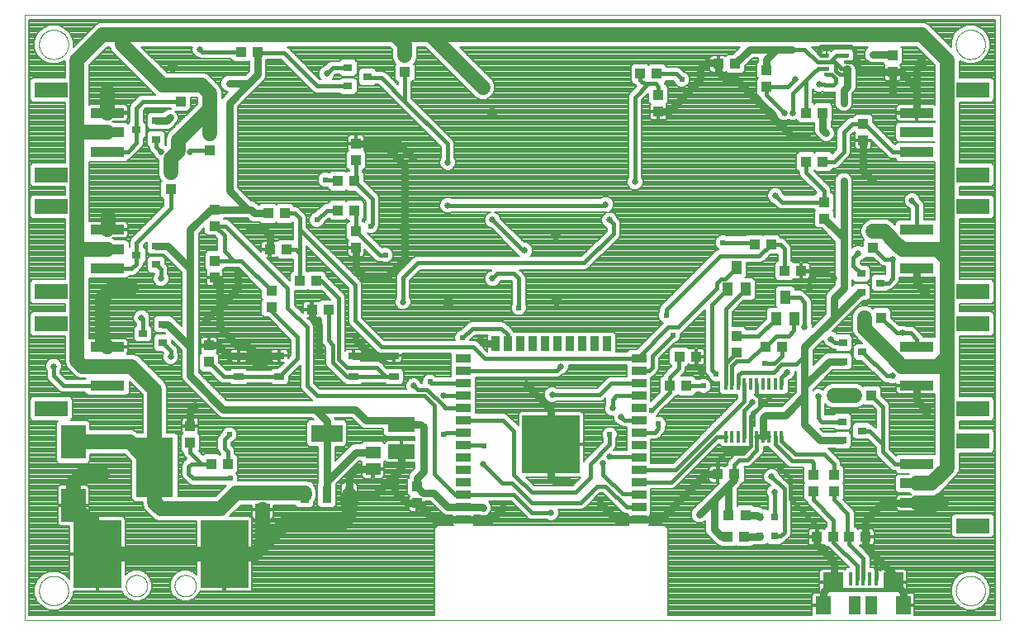
<source format=gbl>
G75*
%MOIN*%
%OFA0B0*%
%FSLAX25Y25*%
%IPPOS*%
%LPD*%
%AMOC8*
5,1,8,0,0,1.08239X$1,22.5*
%
%ADD10C,0.00000*%
%ADD11R,0.05906X0.05118*%
%ADD12R,0.04331X0.03937*%
%ADD13R,0.03937X0.04331*%
%ADD14R,0.10630X0.06299*%
%ADD15R,0.13780X0.03937*%
%ADD16R,0.13386X0.05906*%
%ADD17R,0.03543X0.03150*%
%ADD18R,0.03150X0.03150*%
%ADD19R,0.04134X0.02559*%
%ADD20R,0.03937X0.05512*%
%ADD21R,0.01500X0.04500*%
%ADD22R,0.05906X0.03543*%
%ADD23R,0.03543X0.05906*%
%ADD24R,0.23622X0.23622*%
%ADD25R,0.01969X0.01378*%
%ADD26R,0.09843X0.13780*%
%ADD27R,0.01575X0.05315*%
%ADD28R,0.08268X0.07874*%
%ADD29R,0.04724X0.07480*%
%ADD30R,0.06299X0.07480*%
%ADD31R,0.19685X0.27559*%
%ADD32R,0.14961X0.24016*%
%ADD33R,0.03740X0.06890*%
%ADD34R,0.12598X0.06890*%
%ADD35C,0.02953*%
%ADD36C,0.01575*%
%ADD37C,0.05906*%
%ADD38C,0.04429*%
%ADD39C,0.02578*%
%ADD40C,0.00787*%
%ADD41C,0.01969*%
%ADD42C,0.02400*%
%ADD43C,0.03169*%
D10*
X0009166Y0018906D02*
X0009166Y0263000D01*
X0402866Y0263000D01*
X0402866Y0018906D01*
X0009166Y0018906D01*
X0015071Y0030717D02*
X0015073Y0030870D01*
X0015079Y0031024D01*
X0015089Y0031177D01*
X0015103Y0031329D01*
X0015121Y0031482D01*
X0015143Y0031633D01*
X0015168Y0031784D01*
X0015198Y0031935D01*
X0015232Y0032085D01*
X0015269Y0032233D01*
X0015310Y0032381D01*
X0015355Y0032527D01*
X0015404Y0032673D01*
X0015457Y0032817D01*
X0015513Y0032959D01*
X0015573Y0033100D01*
X0015637Y0033240D01*
X0015704Y0033378D01*
X0015775Y0033514D01*
X0015850Y0033648D01*
X0015927Y0033780D01*
X0016009Y0033910D01*
X0016093Y0034038D01*
X0016181Y0034164D01*
X0016272Y0034287D01*
X0016366Y0034408D01*
X0016464Y0034526D01*
X0016564Y0034642D01*
X0016668Y0034755D01*
X0016774Y0034866D01*
X0016883Y0034974D01*
X0016995Y0035079D01*
X0017109Y0035180D01*
X0017227Y0035279D01*
X0017346Y0035375D01*
X0017468Y0035468D01*
X0017593Y0035557D01*
X0017720Y0035644D01*
X0017849Y0035726D01*
X0017980Y0035806D01*
X0018113Y0035882D01*
X0018248Y0035955D01*
X0018385Y0036024D01*
X0018524Y0036089D01*
X0018664Y0036151D01*
X0018806Y0036209D01*
X0018949Y0036264D01*
X0019094Y0036315D01*
X0019240Y0036362D01*
X0019387Y0036405D01*
X0019535Y0036444D01*
X0019684Y0036480D01*
X0019834Y0036511D01*
X0019985Y0036539D01*
X0020136Y0036563D01*
X0020289Y0036583D01*
X0020441Y0036599D01*
X0020594Y0036611D01*
X0020747Y0036619D01*
X0020900Y0036623D01*
X0021054Y0036623D01*
X0021207Y0036619D01*
X0021360Y0036611D01*
X0021513Y0036599D01*
X0021665Y0036583D01*
X0021818Y0036563D01*
X0021969Y0036539D01*
X0022120Y0036511D01*
X0022270Y0036480D01*
X0022419Y0036444D01*
X0022567Y0036405D01*
X0022714Y0036362D01*
X0022860Y0036315D01*
X0023005Y0036264D01*
X0023148Y0036209D01*
X0023290Y0036151D01*
X0023430Y0036089D01*
X0023569Y0036024D01*
X0023706Y0035955D01*
X0023841Y0035882D01*
X0023974Y0035806D01*
X0024105Y0035726D01*
X0024234Y0035644D01*
X0024361Y0035557D01*
X0024486Y0035468D01*
X0024608Y0035375D01*
X0024727Y0035279D01*
X0024845Y0035180D01*
X0024959Y0035079D01*
X0025071Y0034974D01*
X0025180Y0034866D01*
X0025286Y0034755D01*
X0025390Y0034642D01*
X0025490Y0034526D01*
X0025588Y0034408D01*
X0025682Y0034287D01*
X0025773Y0034164D01*
X0025861Y0034038D01*
X0025945Y0033910D01*
X0026027Y0033780D01*
X0026104Y0033648D01*
X0026179Y0033514D01*
X0026250Y0033378D01*
X0026317Y0033240D01*
X0026381Y0033100D01*
X0026441Y0032959D01*
X0026497Y0032817D01*
X0026550Y0032673D01*
X0026599Y0032527D01*
X0026644Y0032381D01*
X0026685Y0032233D01*
X0026722Y0032085D01*
X0026756Y0031935D01*
X0026786Y0031784D01*
X0026811Y0031633D01*
X0026833Y0031482D01*
X0026851Y0031329D01*
X0026865Y0031177D01*
X0026875Y0031024D01*
X0026881Y0030870D01*
X0026883Y0030717D01*
X0026881Y0030564D01*
X0026875Y0030410D01*
X0026865Y0030257D01*
X0026851Y0030105D01*
X0026833Y0029952D01*
X0026811Y0029801D01*
X0026786Y0029650D01*
X0026756Y0029499D01*
X0026722Y0029349D01*
X0026685Y0029201D01*
X0026644Y0029053D01*
X0026599Y0028907D01*
X0026550Y0028761D01*
X0026497Y0028617D01*
X0026441Y0028475D01*
X0026381Y0028334D01*
X0026317Y0028194D01*
X0026250Y0028056D01*
X0026179Y0027920D01*
X0026104Y0027786D01*
X0026027Y0027654D01*
X0025945Y0027524D01*
X0025861Y0027396D01*
X0025773Y0027270D01*
X0025682Y0027147D01*
X0025588Y0027026D01*
X0025490Y0026908D01*
X0025390Y0026792D01*
X0025286Y0026679D01*
X0025180Y0026568D01*
X0025071Y0026460D01*
X0024959Y0026355D01*
X0024845Y0026254D01*
X0024727Y0026155D01*
X0024608Y0026059D01*
X0024486Y0025966D01*
X0024361Y0025877D01*
X0024234Y0025790D01*
X0024105Y0025708D01*
X0023974Y0025628D01*
X0023841Y0025552D01*
X0023706Y0025479D01*
X0023569Y0025410D01*
X0023430Y0025345D01*
X0023290Y0025283D01*
X0023148Y0025225D01*
X0023005Y0025170D01*
X0022860Y0025119D01*
X0022714Y0025072D01*
X0022567Y0025029D01*
X0022419Y0024990D01*
X0022270Y0024954D01*
X0022120Y0024923D01*
X0021969Y0024895D01*
X0021818Y0024871D01*
X0021665Y0024851D01*
X0021513Y0024835D01*
X0021360Y0024823D01*
X0021207Y0024815D01*
X0021054Y0024811D01*
X0020900Y0024811D01*
X0020747Y0024815D01*
X0020594Y0024823D01*
X0020441Y0024835D01*
X0020289Y0024851D01*
X0020136Y0024871D01*
X0019985Y0024895D01*
X0019834Y0024923D01*
X0019684Y0024954D01*
X0019535Y0024990D01*
X0019387Y0025029D01*
X0019240Y0025072D01*
X0019094Y0025119D01*
X0018949Y0025170D01*
X0018806Y0025225D01*
X0018664Y0025283D01*
X0018524Y0025345D01*
X0018385Y0025410D01*
X0018248Y0025479D01*
X0018113Y0025552D01*
X0017980Y0025628D01*
X0017849Y0025708D01*
X0017720Y0025790D01*
X0017593Y0025877D01*
X0017468Y0025966D01*
X0017346Y0026059D01*
X0017227Y0026155D01*
X0017109Y0026254D01*
X0016995Y0026355D01*
X0016883Y0026460D01*
X0016774Y0026568D01*
X0016668Y0026679D01*
X0016564Y0026792D01*
X0016464Y0026908D01*
X0016366Y0027026D01*
X0016272Y0027147D01*
X0016181Y0027270D01*
X0016093Y0027396D01*
X0016009Y0027524D01*
X0015927Y0027654D01*
X0015850Y0027786D01*
X0015775Y0027920D01*
X0015704Y0028056D01*
X0015637Y0028194D01*
X0015573Y0028334D01*
X0015513Y0028475D01*
X0015457Y0028617D01*
X0015404Y0028761D01*
X0015355Y0028907D01*
X0015310Y0029053D01*
X0015269Y0029201D01*
X0015232Y0029349D01*
X0015198Y0029499D01*
X0015168Y0029650D01*
X0015143Y0029801D01*
X0015121Y0029952D01*
X0015103Y0030105D01*
X0015089Y0030257D01*
X0015079Y0030410D01*
X0015073Y0030564D01*
X0015071Y0030717D01*
X0050110Y0032685D02*
X0050112Y0032816D01*
X0050118Y0032948D01*
X0050128Y0033079D01*
X0050142Y0033210D01*
X0050160Y0033340D01*
X0050182Y0033469D01*
X0050207Y0033598D01*
X0050237Y0033726D01*
X0050271Y0033853D01*
X0050308Y0033980D01*
X0050349Y0034104D01*
X0050394Y0034228D01*
X0050443Y0034350D01*
X0050495Y0034471D01*
X0050551Y0034589D01*
X0050611Y0034707D01*
X0050674Y0034822D01*
X0050741Y0034935D01*
X0050811Y0035047D01*
X0050884Y0035156D01*
X0050960Y0035262D01*
X0051040Y0035367D01*
X0051123Y0035469D01*
X0051209Y0035568D01*
X0051298Y0035665D01*
X0051390Y0035759D01*
X0051485Y0035850D01*
X0051582Y0035939D01*
X0051682Y0036024D01*
X0051785Y0036106D01*
X0051890Y0036185D01*
X0051997Y0036261D01*
X0052107Y0036333D01*
X0052219Y0036402D01*
X0052333Y0036468D01*
X0052448Y0036530D01*
X0052566Y0036589D01*
X0052685Y0036644D01*
X0052806Y0036696D01*
X0052929Y0036743D01*
X0053053Y0036787D01*
X0053178Y0036828D01*
X0053304Y0036864D01*
X0053432Y0036897D01*
X0053560Y0036925D01*
X0053689Y0036950D01*
X0053819Y0036971D01*
X0053949Y0036988D01*
X0054080Y0037001D01*
X0054211Y0037010D01*
X0054342Y0037015D01*
X0054474Y0037016D01*
X0054605Y0037013D01*
X0054737Y0037006D01*
X0054868Y0036995D01*
X0054998Y0036980D01*
X0055128Y0036961D01*
X0055258Y0036938D01*
X0055386Y0036912D01*
X0055514Y0036881D01*
X0055641Y0036846D01*
X0055767Y0036808D01*
X0055891Y0036766D01*
X0056015Y0036720D01*
X0056136Y0036670D01*
X0056256Y0036617D01*
X0056375Y0036560D01*
X0056492Y0036500D01*
X0056606Y0036436D01*
X0056719Y0036368D01*
X0056830Y0036297D01*
X0056939Y0036223D01*
X0057045Y0036146D01*
X0057149Y0036065D01*
X0057250Y0035982D01*
X0057349Y0035895D01*
X0057445Y0035805D01*
X0057538Y0035712D01*
X0057629Y0035617D01*
X0057716Y0035519D01*
X0057801Y0035418D01*
X0057882Y0035315D01*
X0057960Y0035209D01*
X0058035Y0035101D01*
X0058107Y0034991D01*
X0058175Y0034879D01*
X0058240Y0034765D01*
X0058301Y0034648D01*
X0058359Y0034530D01*
X0058413Y0034410D01*
X0058464Y0034289D01*
X0058511Y0034166D01*
X0058554Y0034042D01*
X0058593Y0033917D01*
X0058629Y0033790D01*
X0058660Y0033662D01*
X0058688Y0033534D01*
X0058712Y0033405D01*
X0058732Y0033275D01*
X0058748Y0033144D01*
X0058760Y0033013D01*
X0058768Y0032882D01*
X0058772Y0032751D01*
X0058772Y0032619D01*
X0058768Y0032488D01*
X0058760Y0032357D01*
X0058748Y0032226D01*
X0058732Y0032095D01*
X0058712Y0031965D01*
X0058688Y0031836D01*
X0058660Y0031708D01*
X0058629Y0031580D01*
X0058593Y0031453D01*
X0058554Y0031328D01*
X0058511Y0031204D01*
X0058464Y0031081D01*
X0058413Y0030960D01*
X0058359Y0030840D01*
X0058301Y0030722D01*
X0058240Y0030605D01*
X0058175Y0030491D01*
X0058107Y0030379D01*
X0058035Y0030269D01*
X0057960Y0030161D01*
X0057882Y0030055D01*
X0057801Y0029952D01*
X0057716Y0029851D01*
X0057629Y0029753D01*
X0057538Y0029658D01*
X0057445Y0029565D01*
X0057349Y0029475D01*
X0057250Y0029388D01*
X0057149Y0029305D01*
X0057045Y0029224D01*
X0056939Y0029147D01*
X0056830Y0029073D01*
X0056719Y0029002D01*
X0056607Y0028934D01*
X0056492Y0028870D01*
X0056375Y0028810D01*
X0056256Y0028753D01*
X0056136Y0028700D01*
X0056015Y0028650D01*
X0055891Y0028604D01*
X0055767Y0028562D01*
X0055641Y0028524D01*
X0055514Y0028489D01*
X0055386Y0028458D01*
X0055258Y0028432D01*
X0055128Y0028409D01*
X0054998Y0028390D01*
X0054868Y0028375D01*
X0054737Y0028364D01*
X0054605Y0028357D01*
X0054474Y0028354D01*
X0054342Y0028355D01*
X0054211Y0028360D01*
X0054080Y0028369D01*
X0053949Y0028382D01*
X0053819Y0028399D01*
X0053689Y0028420D01*
X0053560Y0028445D01*
X0053432Y0028473D01*
X0053304Y0028506D01*
X0053178Y0028542D01*
X0053053Y0028583D01*
X0052929Y0028627D01*
X0052806Y0028674D01*
X0052685Y0028726D01*
X0052566Y0028781D01*
X0052448Y0028840D01*
X0052333Y0028902D01*
X0052219Y0028968D01*
X0052107Y0029037D01*
X0051997Y0029109D01*
X0051890Y0029185D01*
X0051785Y0029264D01*
X0051682Y0029346D01*
X0051582Y0029431D01*
X0051485Y0029520D01*
X0051390Y0029611D01*
X0051298Y0029705D01*
X0051209Y0029802D01*
X0051123Y0029901D01*
X0051040Y0030003D01*
X0050960Y0030108D01*
X0050884Y0030214D01*
X0050811Y0030323D01*
X0050741Y0030435D01*
X0050674Y0030548D01*
X0050611Y0030663D01*
X0050551Y0030781D01*
X0050495Y0030899D01*
X0050443Y0031020D01*
X0050394Y0031142D01*
X0050349Y0031266D01*
X0050308Y0031390D01*
X0050271Y0031517D01*
X0050237Y0031644D01*
X0050207Y0031772D01*
X0050182Y0031901D01*
X0050160Y0032030D01*
X0050142Y0032160D01*
X0050128Y0032291D01*
X0050118Y0032422D01*
X0050112Y0032554D01*
X0050110Y0032685D01*
X0069795Y0032685D02*
X0069797Y0032816D01*
X0069803Y0032948D01*
X0069813Y0033079D01*
X0069827Y0033210D01*
X0069845Y0033340D01*
X0069867Y0033469D01*
X0069892Y0033598D01*
X0069922Y0033726D01*
X0069956Y0033853D01*
X0069993Y0033980D01*
X0070034Y0034104D01*
X0070079Y0034228D01*
X0070128Y0034350D01*
X0070180Y0034471D01*
X0070236Y0034589D01*
X0070296Y0034707D01*
X0070359Y0034822D01*
X0070426Y0034935D01*
X0070496Y0035047D01*
X0070569Y0035156D01*
X0070645Y0035262D01*
X0070725Y0035367D01*
X0070808Y0035469D01*
X0070894Y0035568D01*
X0070983Y0035665D01*
X0071075Y0035759D01*
X0071170Y0035850D01*
X0071267Y0035939D01*
X0071367Y0036024D01*
X0071470Y0036106D01*
X0071575Y0036185D01*
X0071682Y0036261D01*
X0071792Y0036333D01*
X0071904Y0036402D01*
X0072018Y0036468D01*
X0072133Y0036530D01*
X0072251Y0036589D01*
X0072370Y0036644D01*
X0072491Y0036696D01*
X0072614Y0036743D01*
X0072738Y0036787D01*
X0072863Y0036828D01*
X0072989Y0036864D01*
X0073117Y0036897D01*
X0073245Y0036925D01*
X0073374Y0036950D01*
X0073504Y0036971D01*
X0073634Y0036988D01*
X0073765Y0037001D01*
X0073896Y0037010D01*
X0074027Y0037015D01*
X0074159Y0037016D01*
X0074290Y0037013D01*
X0074422Y0037006D01*
X0074553Y0036995D01*
X0074683Y0036980D01*
X0074813Y0036961D01*
X0074943Y0036938D01*
X0075071Y0036912D01*
X0075199Y0036881D01*
X0075326Y0036846D01*
X0075452Y0036808D01*
X0075576Y0036766D01*
X0075700Y0036720D01*
X0075821Y0036670D01*
X0075941Y0036617D01*
X0076060Y0036560D01*
X0076177Y0036500D01*
X0076291Y0036436D01*
X0076404Y0036368D01*
X0076515Y0036297D01*
X0076624Y0036223D01*
X0076730Y0036146D01*
X0076834Y0036065D01*
X0076935Y0035982D01*
X0077034Y0035895D01*
X0077130Y0035805D01*
X0077223Y0035712D01*
X0077314Y0035617D01*
X0077401Y0035519D01*
X0077486Y0035418D01*
X0077567Y0035315D01*
X0077645Y0035209D01*
X0077720Y0035101D01*
X0077792Y0034991D01*
X0077860Y0034879D01*
X0077925Y0034765D01*
X0077986Y0034648D01*
X0078044Y0034530D01*
X0078098Y0034410D01*
X0078149Y0034289D01*
X0078196Y0034166D01*
X0078239Y0034042D01*
X0078278Y0033917D01*
X0078314Y0033790D01*
X0078345Y0033662D01*
X0078373Y0033534D01*
X0078397Y0033405D01*
X0078417Y0033275D01*
X0078433Y0033144D01*
X0078445Y0033013D01*
X0078453Y0032882D01*
X0078457Y0032751D01*
X0078457Y0032619D01*
X0078453Y0032488D01*
X0078445Y0032357D01*
X0078433Y0032226D01*
X0078417Y0032095D01*
X0078397Y0031965D01*
X0078373Y0031836D01*
X0078345Y0031708D01*
X0078314Y0031580D01*
X0078278Y0031453D01*
X0078239Y0031328D01*
X0078196Y0031204D01*
X0078149Y0031081D01*
X0078098Y0030960D01*
X0078044Y0030840D01*
X0077986Y0030722D01*
X0077925Y0030605D01*
X0077860Y0030491D01*
X0077792Y0030379D01*
X0077720Y0030269D01*
X0077645Y0030161D01*
X0077567Y0030055D01*
X0077486Y0029952D01*
X0077401Y0029851D01*
X0077314Y0029753D01*
X0077223Y0029658D01*
X0077130Y0029565D01*
X0077034Y0029475D01*
X0076935Y0029388D01*
X0076834Y0029305D01*
X0076730Y0029224D01*
X0076624Y0029147D01*
X0076515Y0029073D01*
X0076404Y0029002D01*
X0076292Y0028934D01*
X0076177Y0028870D01*
X0076060Y0028810D01*
X0075941Y0028753D01*
X0075821Y0028700D01*
X0075700Y0028650D01*
X0075576Y0028604D01*
X0075452Y0028562D01*
X0075326Y0028524D01*
X0075199Y0028489D01*
X0075071Y0028458D01*
X0074943Y0028432D01*
X0074813Y0028409D01*
X0074683Y0028390D01*
X0074553Y0028375D01*
X0074422Y0028364D01*
X0074290Y0028357D01*
X0074159Y0028354D01*
X0074027Y0028355D01*
X0073896Y0028360D01*
X0073765Y0028369D01*
X0073634Y0028382D01*
X0073504Y0028399D01*
X0073374Y0028420D01*
X0073245Y0028445D01*
X0073117Y0028473D01*
X0072989Y0028506D01*
X0072863Y0028542D01*
X0072738Y0028583D01*
X0072614Y0028627D01*
X0072491Y0028674D01*
X0072370Y0028726D01*
X0072251Y0028781D01*
X0072133Y0028840D01*
X0072018Y0028902D01*
X0071904Y0028968D01*
X0071792Y0029037D01*
X0071682Y0029109D01*
X0071575Y0029185D01*
X0071470Y0029264D01*
X0071367Y0029346D01*
X0071267Y0029431D01*
X0071170Y0029520D01*
X0071075Y0029611D01*
X0070983Y0029705D01*
X0070894Y0029802D01*
X0070808Y0029901D01*
X0070725Y0030003D01*
X0070645Y0030108D01*
X0070569Y0030214D01*
X0070496Y0030323D01*
X0070426Y0030435D01*
X0070359Y0030548D01*
X0070296Y0030663D01*
X0070236Y0030781D01*
X0070180Y0030899D01*
X0070128Y0031020D01*
X0070079Y0031142D01*
X0070034Y0031266D01*
X0069993Y0031390D01*
X0069956Y0031517D01*
X0069922Y0031644D01*
X0069892Y0031772D01*
X0069867Y0031901D01*
X0069845Y0032030D01*
X0069827Y0032160D01*
X0069813Y0032291D01*
X0069803Y0032422D01*
X0069797Y0032554D01*
X0069795Y0032685D01*
X0015071Y0251189D02*
X0015073Y0251342D01*
X0015079Y0251496D01*
X0015089Y0251649D01*
X0015103Y0251801D01*
X0015121Y0251954D01*
X0015143Y0252105D01*
X0015168Y0252256D01*
X0015198Y0252407D01*
X0015232Y0252557D01*
X0015269Y0252705D01*
X0015310Y0252853D01*
X0015355Y0252999D01*
X0015404Y0253145D01*
X0015457Y0253289D01*
X0015513Y0253431D01*
X0015573Y0253572D01*
X0015637Y0253712D01*
X0015704Y0253850D01*
X0015775Y0253986D01*
X0015850Y0254120D01*
X0015927Y0254252D01*
X0016009Y0254382D01*
X0016093Y0254510D01*
X0016181Y0254636D01*
X0016272Y0254759D01*
X0016366Y0254880D01*
X0016464Y0254998D01*
X0016564Y0255114D01*
X0016668Y0255227D01*
X0016774Y0255338D01*
X0016883Y0255446D01*
X0016995Y0255551D01*
X0017109Y0255652D01*
X0017227Y0255751D01*
X0017346Y0255847D01*
X0017468Y0255940D01*
X0017593Y0256029D01*
X0017720Y0256116D01*
X0017849Y0256198D01*
X0017980Y0256278D01*
X0018113Y0256354D01*
X0018248Y0256427D01*
X0018385Y0256496D01*
X0018524Y0256561D01*
X0018664Y0256623D01*
X0018806Y0256681D01*
X0018949Y0256736D01*
X0019094Y0256787D01*
X0019240Y0256834D01*
X0019387Y0256877D01*
X0019535Y0256916D01*
X0019684Y0256952D01*
X0019834Y0256983D01*
X0019985Y0257011D01*
X0020136Y0257035D01*
X0020289Y0257055D01*
X0020441Y0257071D01*
X0020594Y0257083D01*
X0020747Y0257091D01*
X0020900Y0257095D01*
X0021054Y0257095D01*
X0021207Y0257091D01*
X0021360Y0257083D01*
X0021513Y0257071D01*
X0021665Y0257055D01*
X0021818Y0257035D01*
X0021969Y0257011D01*
X0022120Y0256983D01*
X0022270Y0256952D01*
X0022419Y0256916D01*
X0022567Y0256877D01*
X0022714Y0256834D01*
X0022860Y0256787D01*
X0023005Y0256736D01*
X0023148Y0256681D01*
X0023290Y0256623D01*
X0023430Y0256561D01*
X0023569Y0256496D01*
X0023706Y0256427D01*
X0023841Y0256354D01*
X0023974Y0256278D01*
X0024105Y0256198D01*
X0024234Y0256116D01*
X0024361Y0256029D01*
X0024486Y0255940D01*
X0024608Y0255847D01*
X0024727Y0255751D01*
X0024845Y0255652D01*
X0024959Y0255551D01*
X0025071Y0255446D01*
X0025180Y0255338D01*
X0025286Y0255227D01*
X0025390Y0255114D01*
X0025490Y0254998D01*
X0025588Y0254880D01*
X0025682Y0254759D01*
X0025773Y0254636D01*
X0025861Y0254510D01*
X0025945Y0254382D01*
X0026027Y0254252D01*
X0026104Y0254120D01*
X0026179Y0253986D01*
X0026250Y0253850D01*
X0026317Y0253712D01*
X0026381Y0253572D01*
X0026441Y0253431D01*
X0026497Y0253289D01*
X0026550Y0253145D01*
X0026599Y0252999D01*
X0026644Y0252853D01*
X0026685Y0252705D01*
X0026722Y0252557D01*
X0026756Y0252407D01*
X0026786Y0252256D01*
X0026811Y0252105D01*
X0026833Y0251954D01*
X0026851Y0251801D01*
X0026865Y0251649D01*
X0026875Y0251496D01*
X0026881Y0251342D01*
X0026883Y0251189D01*
X0026881Y0251036D01*
X0026875Y0250882D01*
X0026865Y0250729D01*
X0026851Y0250577D01*
X0026833Y0250424D01*
X0026811Y0250273D01*
X0026786Y0250122D01*
X0026756Y0249971D01*
X0026722Y0249821D01*
X0026685Y0249673D01*
X0026644Y0249525D01*
X0026599Y0249379D01*
X0026550Y0249233D01*
X0026497Y0249089D01*
X0026441Y0248947D01*
X0026381Y0248806D01*
X0026317Y0248666D01*
X0026250Y0248528D01*
X0026179Y0248392D01*
X0026104Y0248258D01*
X0026027Y0248126D01*
X0025945Y0247996D01*
X0025861Y0247868D01*
X0025773Y0247742D01*
X0025682Y0247619D01*
X0025588Y0247498D01*
X0025490Y0247380D01*
X0025390Y0247264D01*
X0025286Y0247151D01*
X0025180Y0247040D01*
X0025071Y0246932D01*
X0024959Y0246827D01*
X0024845Y0246726D01*
X0024727Y0246627D01*
X0024608Y0246531D01*
X0024486Y0246438D01*
X0024361Y0246349D01*
X0024234Y0246262D01*
X0024105Y0246180D01*
X0023974Y0246100D01*
X0023841Y0246024D01*
X0023706Y0245951D01*
X0023569Y0245882D01*
X0023430Y0245817D01*
X0023290Y0245755D01*
X0023148Y0245697D01*
X0023005Y0245642D01*
X0022860Y0245591D01*
X0022714Y0245544D01*
X0022567Y0245501D01*
X0022419Y0245462D01*
X0022270Y0245426D01*
X0022120Y0245395D01*
X0021969Y0245367D01*
X0021818Y0245343D01*
X0021665Y0245323D01*
X0021513Y0245307D01*
X0021360Y0245295D01*
X0021207Y0245287D01*
X0021054Y0245283D01*
X0020900Y0245283D01*
X0020747Y0245287D01*
X0020594Y0245295D01*
X0020441Y0245307D01*
X0020289Y0245323D01*
X0020136Y0245343D01*
X0019985Y0245367D01*
X0019834Y0245395D01*
X0019684Y0245426D01*
X0019535Y0245462D01*
X0019387Y0245501D01*
X0019240Y0245544D01*
X0019094Y0245591D01*
X0018949Y0245642D01*
X0018806Y0245697D01*
X0018664Y0245755D01*
X0018524Y0245817D01*
X0018385Y0245882D01*
X0018248Y0245951D01*
X0018113Y0246024D01*
X0017980Y0246100D01*
X0017849Y0246180D01*
X0017720Y0246262D01*
X0017593Y0246349D01*
X0017468Y0246438D01*
X0017346Y0246531D01*
X0017227Y0246627D01*
X0017109Y0246726D01*
X0016995Y0246827D01*
X0016883Y0246932D01*
X0016774Y0247040D01*
X0016668Y0247151D01*
X0016564Y0247264D01*
X0016464Y0247380D01*
X0016366Y0247498D01*
X0016272Y0247619D01*
X0016181Y0247742D01*
X0016093Y0247868D01*
X0016009Y0247996D01*
X0015927Y0248126D01*
X0015850Y0248258D01*
X0015775Y0248392D01*
X0015704Y0248528D01*
X0015637Y0248666D01*
X0015573Y0248806D01*
X0015513Y0248947D01*
X0015457Y0249089D01*
X0015404Y0249233D01*
X0015355Y0249379D01*
X0015310Y0249525D01*
X0015269Y0249673D01*
X0015232Y0249821D01*
X0015198Y0249971D01*
X0015168Y0250122D01*
X0015143Y0250273D01*
X0015121Y0250424D01*
X0015103Y0250577D01*
X0015089Y0250729D01*
X0015079Y0250882D01*
X0015073Y0251036D01*
X0015071Y0251189D01*
X0385149Y0251189D02*
X0385151Y0251342D01*
X0385157Y0251496D01*
X0385167Y0251649D01*
X0385181Y0251801D01*
X0385199Y0251954D01*
X0385221Y0252105D01*
X0385246Y0252256D01*
X0385276Y0252407D01*
X0385310Y0252557D01*
X0385347Y0252705D01*
X0385388Y0252853D01*
X0385433Y0252999D01*
X0385482Y0253145D01*
X0385535Y0253289D01*
X0385591Y0253431D01*
X0385651Y0253572D01*
X0385715Y0253712D01*
X0385782Y0253850D01*
X0385853Y0253986D01*
X0385928Y0254120D01*
X0386005Y0254252D01*
X0386087Y0254382D01*
X0386171Y0254510D01*
X0386259Y0254636D01*
X0386350Y0254759D01*
X0386444Y0254880D01*
X0386542Y0254998D01*
X0386642Y0255114D01*
X0386746Y0255227D01*
X0386852Y0255338D01*
X0386961Y0255446D01*
X0387073Y0255551D01*
X0387187Y0255652D01*
X0387305Y0255751D01*
X0387424Y0255847D01*
X0387546Y0255940D01*
X0387671Y0256029D01*
X0387798Y0256116D01*
X0387927Y0256198D01*
X0388058Y0256278D01*
X0388191Y0256354D01*
X0388326Y0256427D01*
X0388463Y0256496D01*
X0388602Y0256561D01*
X0388742Y0256623D01*
X0388884Y0256681D01*
X0389027Y0256736D01*
X0389172Y0256787D01*
X0389318Y0256834D01*
X0389465Y0256877D01*
X0389613Y0256916D01*
X0389762Y0256952D01*
X0389912Y0256983D01*
X0390063Y0257011D01*
X0390214Y0257035D01*
X0390367Y0257055D01*
X0390519Y0257071D01*
X0390672Y0257083D01*
X0390825Y0257091D01*
X0390978Y0257095D01*
X0391132Y0257095D01*
X0391285Y0257091D01*
X0391438Y0257083D01*
X0391591Y0257071D01*
X0391743Y0257055D01*
X0391896Y0257035D01*
X0392047Y0257011D01*
X0392198Y0256983D01*
X0392348Y0256952D01*
X0392497Y0256916D01*
X0392645Y0256877D01*
X0392792Y0256834D01*
X0392938Y0256787D01*
X0393083Y0256736D01*
X0393226Y0256681D01*
X0393368Y0256623D01*
X0393508Y0256561D01*
X0393647Y0256496D01*
X0393784Y0256427D01*
X0393919Y0256354D01*
X0394052Y0256278D01*
X0394183Y0256198D01*
X0394312Y0256116D01*
X0394439Y0256029D01*
X0394564Y0255940D01*
X0394686Y0255847D01*
X0394805Y0255751D01*
X0394923Y0255652D01*
X0395037Y0255551D01*
X0395149Y0255446D01*
X0395258Y0255338D01*
X0395364Y0255227D01*
X0395468Y0255114D01*
X0395568Y0254998D01*
X0395666Y0254880D01*
X0395760Y0254759D01*
X0395851Y0254636D01*
X0395939Y0254510D01*
X0396023Y0254382D01*
X0396105Y0254252D01*
X0396182Y0254120D01*
X0396257Y0253986D01*
X0396328Y0253850D01*
X0396395Y0253712D01*
X0396459Y0253572D01*
X0396519Y0253431D01*
X0396575Y0253289D01*
X0396628Y0253145D01*
X0396677Y0252999D01*
X0396722Y0252853D01*
X0396763Y0252705D01*
X0396800Y0252557D01*
X0396834Y0252407D01*
X0396864Y0252256D01*
X0396889Y0252105D01*
X0396911Y0251954D01*
X0396929Y0251801D01*
X0396943Y0251649D01*
X0396953Y0251496D01*
X0396959Y0251342D01*
X0396961Y0251189D01*
X0396959Y0251036D01*
X0396953Y0250882D01*
X0396943Y0250729D01*
X0396929Y0250577D01*
X0396911Y0250424D01*
X0396889Y0250273D01*
X0396864Y0250122D01*
X0396834Y0249971D01*
X0396800Y0249821D01*
X0396763Y0249673D01*
X0396722Y0249525D01*
X0396677Y0249379D01*
X0396628Y0249233D01*
X0396575Y0249089D01*
X0396519Y0248947D01*
X0396459Y0248806D01*
X0396395Y0248666D01*
X0396328Y0248528D01*
X0396257Y0248392D01*
X0396182Y0248258D01*
X0396105Y0248126D01*
X0396023Y0247996D01*
X0395939Y0247868D01*
X0395851Y0247742D01*
X0395760Y0247619D01*
X0395666Y0247498D01*
X0395568Y0247380D01*
X0395468Y0247264D01*
X0395364Y0247151D01*
X0395258Y0247040D01*
X0395149Y0246932D01*
X0395037Y0246827D01*
X0394923Y0246726D01*
X0394805Y0246627D01*
X0394686Y0246531D01*
X0394564Y0246438D01*
X0394439Y0246349D01*
X0394312Y0246262D01*
X0394183Y0246180D01*
X0394052Y0246100D01*
X0393919Y0246024D01*
X0393784Y0245951D01*
X0393647Y0245882D01*
X0393508Y0245817D01*
X0393368Y0245755D01*
X0393226Y0245697D01*
X0393083Y0245642D01*
X0392938Y0245591D01*
X0392792Y0245544D01*
X0392645Y0245501D01*
X0392497Y0245462D01*
X0392348Y0245426D01*
X0392198Y0245395D01*
X0392047Y0245367D01*
X0391896Y0245343D01*
X0391743Y0245323D01*
X0391591Y0245307D01*
X0391438Y0245295D01*
X0391285Y0245287D01*
X0391132Y0245283D01*
X0390978Y0245283D01*
X0390825Y0245287D01*
X0390672Y0245295D01*
X0390519Y0245307D01*
X0390367Y0245323D01*
X0390214Y0245343D01*
X0390063Y0245367D01*
X0389912Y0245395D01*
X0389762Y0245426D01*
X0389613Y0245462D01*
X0389465Y0245501D01*
X0389318Y0245544D01*
X0389172Y0245591D01*
X0389027Y0245642D01*
X0388884Y0245697D01*
X0388742Y0245755D01*
X0388602Y0245817D01*
X0388463Y0245882D01*
X0388326Y0245951D01*
X0388191Y0246024D01*
X0388058Y0246100D01*
X0387927Y0246180D01*
X0387798Y0246262D01*
X0387671Y0246349D01*
X0387546Y0246438D01*
X0387424Y0246531D01*
X0387305Y0246627D01*
X0387187Y0246726D01*
X0387073Y0246827D01*
X0386961Y0246932D01*
X0386852Y0247040D01*
X0386746Y0247151D01*
X0386642Y0247264D01*
X0386542Y0247380D01*
X0386444Y0247498D01*
X0386350Y0247619D01*
X0386259Y0247742D01*
X0386171Y0247868D01*
X0386087Y0247996D01*
X0386005Y0248126D01*
X0385928Y0248258D01*
X0385853Y0248392D01*
X0385782Y0248528D01*
X0385715Y0248666D01*
X0385651Y0248806D01*
X0385591Y0248947D01*
X0385535Y0249089D01*
X0385482Y0249233D01*
X0385433Y0249379D01*
X0385388Y0249525D01*
X0385347Y0249673D01*
X0385310Y0249821D01*
X0385276Y0249971D01*
X0385246Y0250122D01*
X0385221Y0250273D01*
X0385199Y0250424D01*
X0385181Y0250577D01*
X0385167Y0250729D01*
X0385157Y0250882D01*
X0385151Y0251036D01*
X0385149Y0251189D01*
X0385149Y0030717D02*
X0385151Y0030870D01*
X0385157Y0031024D01*
X0385167Y0031177D01*
X0385181Y0031329D01*
X0385199Y0031482D01*
X0385221Y0031633D01*
X0385246Y0031784D01*
X0385276Y0031935D01*
X0385310Y0032085D01*
X0385347Y0032233D01*
X0385388Y0032381D01*
X0385433Y0032527D01*
X0385482Y0032673D01*
X0385535Y0032817D01*
X0385591Y0032959D01*
X0385651Y0033100D01*
X0385715Y0033240D01*
X0385782Y0033378D01*
X0385853Y0033514D01*
X0385928Y0033648D01*
X0386005Y0033780D01*
X0386087Y0033910D01*
X0386171Y0034038D01*
X0386259Y0034164D01*
X0386350Y0034287D01*
X0386444Y0034408D01*
X0386542Y0034526D01*
X0386642Y0034642D01*
X0386746Y0034755D01*
X0386852Y0034866D01*
X0386961Y0034974D01*
X0387073Y0035079D01*
X0387187Y0035180D01*
X0387305Y0035279D01*
X0387424Y0035375D01*
X0387546Y0035468D01*
X0387671Y0035557D01*
X0387798Y0035644D01*
X0387927Y0035726D01*
X0388058Y0035806D01*
X0388191Y0035882D01*
X0388326Y0035955D01*
X0388463Y0036024D01*
X0388602Y0036089D01*
X0388742Y0036151D01*
X0388884Y0036209D01*
X0389027Y0036264D01*
X0389172Y0036315D01*
X0389318Y0036362D01*
X0389465Y0036405D01*
X0389613Y0036444D01*
X0389762Y0036480D01*
X0389912Y0036511D01*
X0390063Y0036539D01*
X0390214Y0036563D01*
X0390367Y0036583D01*
X0390519Y0036599D01*
X0390672Y0036611D01*
X0390825Y0036619D01*
X0390978Y0036623D01*
X0391132Y0036623D01*
X0391285Y0036619D01*
X0391438Y0036611D01*
X0391591Y0036599D01*
X0391743Y0036583D01*
X0391896Y0036563D01*
X0392047Y0036539D01*
X0392198Y0036511D01*
X0392348Y0036480D01*
X0392497Y0036444D01*
X0392645Y0036405D01*
X0392792Y0036362D01*
X0392938Y0036315D01*
X0393083Y0036264D01*
X0393226Y0036209D01*
X0393368Y0036151D01*
X0393508Y0036089D01*
X0393647Y0036024D01*
X0393784Y0035955D01*
X0393919Y0035882D01*
X0394052Y0035806D01*
X0394183Y0035726D01*
X0394312Y0035644D01*
X0394439Y0035557D01*
X0394564Y0035468D01*
X0394686Y0035375D01*
X0394805Y0035279D01*
X0394923Y0035180D01*
X0395037Y0035079D01*
X0395149Y0034974D01*
X0395258Y0034866D01*
X0395364Y0034755D01*
X0395468Y0034642D01*
X0395568Y0034526D01*
X0395666Y0034408D01*
X0395760Y0034287D01*
X0395851Y0034164D01*
X0395939Y0034038D01*
X0396023Y0033910D01*
X0396105Y0033780D01*
X0396182Y0033648D01*
X0396257Y0033514D01*
X0396328Y0033378D01*
X0396395Y0033240D01*
X0396459Y0033100D01*
X0396519Y0032959D01*
X0396575Y0032817D01*
X0396628Y0032673D01*
X0396677Y0032527D01*
X0396722Y0032381D01*
X0396763Y0032233D01*
X0396800Y0032085D01*
X0396834Y0031935D01*
X0396864Y0031784D01*
X0396889Y0031633D01*
X0396911Y0031482D01*
X0396929Y0031329D01*
X0396943Y0031177D01*
X0396953Y0031024D01*
X0396959Y0030870D01*
X0396961Y0030717D01*
X0396959Y0030564D01*
X0396953Y0030410D01*
X0396943Y0030257D01*
X0396929Y0030105D01*
X0396911Y0029952D01*
X0396889Y0029801D01*
X0396864Y0029650D01*
X0396834Y0029499D01*
X0396800Y0029349D01*
X0396763Y0029201D01*
X0396722Y0029053D01*
X0396677Y0028907D01*
X0396628Y0028761D01*
X0396575Y0028617D01*
X0396519Y0028475D01*
X0396459Y0028334D01*
X0396395Y0028194D01*
X0396328Y0028056D01*
X0396257Y0027920D01*
X0396182Y0027786D01*
X0396105Y0027654D01*
X0396023Y0027524D01*
X0395939Y0027396D01*
X0395851Y0027270D01*
X0395760Y0027147D01*
X0395666Y0027026D01*
X0395568Y0026908D01*
X0395468Y0026792D01*
X0395364Y0026679D01*
X0395258Y0026568D01*
X0395149Y0026460D01*
X0395037Y0026355D01*
X0394923Y0026254D01*
X0394805Y0026155D01*
X0394686Y0026059D01*
X0394564Y0025966D01*
X0394439Y0025877D01*
X0394312Y0025790D01*
X0394183Y0025708D01*
X0394052Y0025628D01*
X0393919Y0025552D01*
X0393784Y0025479D01*
X0393647Y0025410D01*
X0393508Y0025345D01*
X0393368Y0025283D01*
X0393226Y0025225D01*
X0393083Y0025170D01*
X0392938Y0025119D01*
X0392792Y0025072D01*
X0392645Y0025029D01*
X0392497Y0024990D01*
X0392348Y0024954D01*
X0392198Y0024923D01*
X0392047Y0024895D01*
X0391896Y0024871D01*
X0391743Y0024851D01*
X0391591Y0024835D01*
X0391438Y0024823D01*
X0391285Y0024815D01*
X0391132Y0024811D01*
X0390978Y0024811D01*
X0390825Y0024815D01*
X0390672Y0024823D01*
X0390519Y0024835D01*
X0390367Y0024851D01*
X0390214Y0024871D01*
X0390063Y0024895D01*
X0389912Y0024923D01*
X0389762Y0024954D01*
X0389613Y0024990D01*
X0389465Y0025029D01*
X0389318Y0025072D01*
X0389172Y0025119D01*
X0389027Y0025170D01*
X0388884Y0025225D01*
X0388742Y0025283D01*
X0388602Y0025345D01*
X0388463Y0025410D01*
X0388326Y0025479D01*
X0388191Y0025552D01*
X0388058Y0025628D01*
X0387927Y0025708D01*
X0387798Y0025790D01*
X0387671Y0025877D01*
X0387546Y0025966D01*
X0387424Y0026059D01*
X0387305Y0026155D01*
X0387187Y0026254D01*
X0387073Y0026355D01*
X0386961Y0026460D01*
X0386852Y0026568D01*
X0386746Y0026679D01*
X0386642Y0026792D01*
X0386542Y0026908D01*
X0386444Y0027026D01*
X0386350Y0027147D01*
X0386259Y0027270D01*
X0386171Y0027396D01*
X0386087Y0027524D01*
X0386005Y0027654D01*
X0385928Y0027786D01*
X0385853Y0027920D01*
X0385782Y0028056D01*
X0385715Y0028194D01*
X0385651Y0028334D01*
X0385591Y0028475D01*
X0385535Y0028617D01*
X0385482Y0028761D01*
X0385433Y0028907D01*
X0385388Y0029053D01*
X0385347Y0029201D01*
X0385310Y0029349D01*
X0385276Y0029499D01*
X0385246Y0029650D01*
X0385221Y0029801D01*
X0385199Y0029952D01*
X0385181Y0030105D01*
X0385167Y0030257D01*
X0385157Y0030410D01*
X0385151Y0030564D01*
X0385149Y0030717D01*
D11*
X0149827Y0079837D03*
X0149827Y0086530D03*
X0105307Y0070138D03*
X0105307Y0063445D03*
D12*
X0108884Y0145031D03*
X0108884Y0151724D03*
X0125168Y0144240D03*
X0131861Y0144240D03*
X0114874Y0168512D03*
X0108181Y0168512D03*
X0085937Y0177909D03*
X0085937Y0184602D03*
X0068221Y0192724D03*
X0068221Y0199417D03*
X0083969Y0208472D03*
X0083969Y0215165D03*
X0072158Y0228157D03*
X0072158Y0234850D03*
X0162709Y0239969D03*
X0162709Y0246661D03*
X0289284Y0243315D03*
X0295977Y0243315D03*
X0308772Y0240756D03*
X0308772Y0234063D03*
X0332000Y0187606D03*
X0332000Y0180913D03*
X0351685Y0175795D03*
X0351685Y0169102D03*
X0322748Y0159850D03*
X0316055Y0159850D03*
X0296567Y0133366D03*
X0296567Y0126673D03*
X0280229Y0125205D03*
X0273536Y0125205D03*
X0289010Y0077646D03*
X0295703Y0077646D03*
X0327670Y0077370D03*
X0327670Y0070677D03*
X0335937Y0070677D03*
X0335937Y0077370D03*
X0335741Y0052370D03*
X0341951Y0052370D03*
X0348644Y0052370D03*
X0329048Y0052370D03*
D13*
X0299733Y0052492D03*
X0293040Y0052492D03*
X0293473Y0061270D03*
X0300166Y0061270D03*
X0344402Y0109457D03*
X0351095Y0109457D03*
X0314945Y0129142D03*
X0308252Y0129142D03*
X0276292Y0113394D03*
X0269599Y0113394D03*
X0303851Y0170480D03*
X0310544Y0170480D03*
X0348339Y0140953D03*
X0355032Y0140953D03*
X0331410Y0203945D03*
X0324717Y0203945D03*
X0324717Y0223630D03*
X0331410Y0223630D03*
X0347748Y0219102D03*
X0347748Y0212409D03*
X0359559Y0239969D03*
X0359559Y0246661D03*
X0264481Y0239378D03*
X0257788Y0239378D03*
X0265071Y0230913D03*
X0265071Y0224220D03*
X0143024Y0211228D03*
X0143024Y0204535D03*
X0142433Y0196071D03*
X0135741Y0196071D03*
X0135741Y0184260D03*
X0142433Y0184260D03*
X0143024Y0175795D03*
X0143024Y0169102D03*
X0127022Y0155783D03*
X0120329Y0155783D03*
X0114211Y0183045D03*
X0107518Y0183045D03*
X0085937Y0163906D03*
X0085937Y0157213D03*
X0083662Y0129669D03*
X0083662Y0122976D03*
X0076095Y0097055D03*
X0076095Y0090362D03*
X0084559Y0081898D03*
X0091252Y0081898D03*
X0167650Y0072713D03*
X0167650Y0066020D03*
X0103300Y0248118D03*
X0096607Y0248118D03*
D14*
X0161357Y0097898D03*
X0161357Y0086874D03*
D15*
X0042630Y0113394D03*
X0042630Y0121268D03*
X0042630Y0129142D03*
X0042630Y0160638D03*
X0042630Y0168512D03*
X0042630Y0176386D03*
X0042630Y0207882D03*
X0042630Y0215756D03*
X0042630Y0223630D03*
X0369402Y0223630D03*
X0369402Y0215756D03*
X0369402Y0207882D03*
X0369402Y0176386D03*
X0369402Y0168512D03*
X0369402Y0160638D03*
X0369402Y0129142D03*
X0369402Y0121268D03*
X0369402Y0113394D03*
X0369402Y0081898D03*
X0369402Y0074024D03*
X0369402Y0066150D03*
D16*
X0392040Y0056898D03*
X0392040Y0091150D03*
X0392040Y0104142D03*
X0392040Y0138394D03*
X0392040Y0151386D03*
X0392040Y0185638D03*
X0392040Y0198630D03*
X0392040Y0232882D03*
X0019992Y0232882D03*
X0019992Y0198630D03*
X0019992Y0185638D03*
X0019992Y0151386D03*
X0019992Y0138394D03*
X0019992Y0104142D03*
D17*
X0057055Y0134522D03*
X0064929Y0138262D03*
X0064929Y0130781D03*
X0062315Y0162400D03*
X0054441Y0166140D03*
X0062315Y0169880D03*
X0062315Y0212919D03*
X0054441Y0216659D03*
X0062315Y0220400D03*
X0139764Y0234362D03*
X0147638Y0238102D03*
X0139764Y0241843D03*
X0339607Y0130778D03*
X0339607Y0123297D03*
X0347481Y0127037D03*
X0346866Y0151224D03*
X0346866Y0158705D03*
X0354741Y0154965D03*
X0339313Y0098967D03*
X0339313Y0091486D03*
X0347187Y0095226D03*
D18*
X0311983Y0060335D03*
X0306077Y0060335D03*
X0306087Y0052659D03*
X0311992Y0052659D03*
D19*
X0158300Y0117134D03*
X0158300Y0125598D03*
X0141961Y0125598D03*
X0141961Y0117134D03*
X0112040Y0117134D03*
X0112040Y0125598D03*
X0095701Y0125598D03*
X0095701Y0117134D03*
D20*
X0292827Y0152370D03*
X0300307Y0152370D03*
X0296567Y0161031D03*
X0316252Y0149220D03*
X0312512Y0140559D03*
X0319992Y0140559D03*
D21*
X0314786Y0113983D03*
X0312286Y0113983D03*
X0309786Y0113983D03*
X0307286Y0113983D03*
X0304786Y0113983D03*
X0302286Y0113983D03*
X0299786Y0113983D03*
X0297286Y0113983D03*
X0294786Y0113983D03*
X0292286Y0113983D03*
X0292286Y0092883D03*
X0294786Y0092883D03*
X0297286Y0092883D03*
X0299786Y0092883D03*
X0302286Y0092883D03*
X0304786Y0092883D03*
X0307286Y0092883D03*
X0309786Y0092883D03*
X0312286Y0092883D03*
X0314786Y0092883D03*
D22*
X0257197Y0094457D03*
X0257197Y0099457D03*
X0257197Y0104457D03*
X0257197Y0109457D03*
X0257197Y0114457D03*
X0257197Y0119457D03*
X0257197Y0124457D03*
X0257197Y0089457D03*
X0257197Y0084457D03*
X0257197Y0079457D03*
X0257197Y0074457D03*
X0257197Y0069457D03*
X0257197Y0064457D03*
X0257197Y0059457D03*
X0186331Y0059457D03*
X0186331Y0064457D03*
X0186331Y0069457D03*
X0186331Y0074457D03*
X0186331Y0079457D03*
X0186331Y0084457D03*
X0186331Y0089457D03*
X0186331Y0094457D03*
X0186331Y0099457D03*
X0186331Y0104457D03*
X0186331Y0109457D03*
X0186331Y0114457D03*
X0186331Y0119457D03*
X0186331Y0124457D03*
D23*
X0199264Y0130323D03*
X0204264Y0130323D03*
X0209264Y0130323D03*
X0214264Y0130323D03*
X0219264Y0130323D03*
X0224264Y0130323D03*
X0229264Y0130323D03*
X0234264Y0130323D03*
X0239264Y0130323D03*
X0244264Y0130323D03*
D24*
X0221764Y0089772D03*
D25*
X0332979Y0239055D03*
X0332979Y0241614D03*
X0332979Y0244173D03*
X0332979Y0246732D03*
X0341050Y0246732D03*
X0341050Y0244173D03*
X0341050Y0241614D03*
X0341050Y0239055D03*
D26*
X0028851Y0090756D03*
X0028851Y0065165D03*
D27*
X0342630Y0035343D03*
X0345189Y0035343D03*
X0347748Y0035343D03*
X0350307Y0035343D03*
X0352866Y0035343D03*
D28*
X0359953Y0034063D03*
X0335544Y0034063D03*
D29*
X0344402Y0024811D03*
X0351095Y0024811D03*
D30*
X0363890Y0024811D03*
X0331607Y0024811D03*
D31*
X0089874Y0045480D03*
X0038693Y0045480D03*
D32*
X0061803Y0080520D03*
D33*
X0122158Y0069496D03*
X0131213Y0069496D03*
X0140268Y0069496D03*
D34*
X0131213Y0094299D03*
D35*
X0131213Y0099220D01*
X0126489Y0103945D01*
X0089481Y0103945D01*
X0076095Y0117331D01*
X0076095Y0129142D01*
X0066975Y0138262D01*
X0064929Y0138262D01*
X0076095Y0129142D02*
X0076095Y0160638D01*
X0066853Y0169880D01*
X0062315Y0169880D01*
X0076095Y0176386D02*
X0076095Y0160638D01*
X0085937Y0157213D02*
X0087906Y0155244D01*
X0087906Y0145283D01*
X0095386Y0152764D01*
X0095386Y0159850D01*
X0108181Y0168512D02*
X0108181Y0174220D01*
X0106016Y0176386D01*
X0100111Y0176386D01*
X0102079Y0183079D02*
X0107485Y0183079D01*
X0107518Y0183045D01*
X0102079Y0183079D02*
X0100555Y0184602D01*
X0099374Y0184602D01*
X0085937Y0184602D01*
X0084311Y0184602D01*
X0076095Y0176386D01*
X0091843Y0192134D02*
X0099374Y0184602D01*
X0091843Y0192134D02*
X0091843Y0227567D01*
X0099717Y0235441D01*
X0091843Y0235441D01*
X0099717Y0235441D02*
X0103300Y0239024D01*
X0103300Y0248118D01*
X0103654Y0247764D01*
X0067827Y0221661D02*
X0066565Y0220400D01*
X0062315Y0220400D01*
X0143024Y0211228D02*
X0154048Y0211228D01*
X0162709Y0202567D01*
X0162709Y0176386D01*
X0162709Y0164575D01*
X0154835Y0156701D01*
X0146961Y0156701D01*
X0143024Y0160638D01*
X0143024Y0169102D01*
X0125168Y0144240D02*
X0125168Y0141093D01*
X0128063Y0138197D01*
X0128063Y0126780D01*
X0141961Y0125598D02*
X0149717Y0125598D01*
X0149323Y0125598D01*
X0142630Y0132291D01*
X0149717Y0125598D02*
X0158300Y0125598D01*
X0142630Y0103945D02*
X0126489Y0103945D01*
X0131213Y0094299D02*
X0131213Y0074811D01*
X0142931Y0086530D01*
X0149827Y0086530D01*
X0149827Y0079837D02*
X0142931Y0079837D01*
X0140268Y0077173D01*
X0140268Y0069496D01*
X0150701Y0069496D01*
X0158772Y0077567D01*
X0158772Y0070744D01*
X0163496Y0066020D01*
X0167650Y0066020D01*
X0174213Y0059457D01*
X0186331Y0059457D01*
X0197748Y0059457D01*
X0202473Y0064181D01*
X0194205Y0064181D02*
X0193929Y0064457D01*
X0186331Y0064457D01*
X0180150Y0064457D01*
X0174345Y0070261D01*
X0170101Y0070261D01*
X0167650Y0072713D01*
X0167650Y0076209D01*
X0170189Y0078748D01*
X0170189Y0096858D01*
X0169150Y0097898D01*
X0161357Y0097898D01*
X0159640Y0099614D01*
X0146961Y0099614D01*
X0142630Y0103945D01*
X0161357Y0086874D02*
X0161357Y0080152D01*
X0158772Y0077567D01*
X0131213Y0074811D02*
X0131213Y0069496D01*
X0076095Y0097055D02*
X0076095Y0103551D01*
X0078063Y0105520D01*
X0100111Y0125205D02*
X0100111Y0125598D01*
X0103654Y0125598D01*
X0100111Y0129142D01*
X0095780Y0129142D01*
X0087906Y0137016D01*
X0087906Y0145283D01*
X0087512Y0145283D01*
X0082394Y0140165D01*
X0083662Y0129669D02*
X0087378Y0129669D01*
X0091449Y0125598D01*
X0095701Y0125598D01*
X0100111Y0125598D01*
X0100111Y0125205D02*
X0104048Y0121268D01*
X0106016Y0121268D01*
X0103654Y0125598D02*
X0112040Y0125598D01*
X0193024Y0132291D02*
X0194992Y0130323D01*
X0199264Y0130323D01*
X0211528Y0114181D02*
X0221764Y0103945D01*
X0221764Y0089772D01*
X0221764Y0076386D01*
X0223339Y0074811D01*
X0228851Y0074811D01*
X0241449Y0066150D02*
X0248142Y0059457D01*
X0257197Y0059457D01*
X0265859Y0059457D01*
X0284048Y0077646D01*
X0289010Y0077646D01*
X0293473Y0073291D02*
X0295780Y0075598D01*
X0295780Y0077722D01*
X0293473Y0073291D02*
X0293473Y0061270D01*
X0300166Y0061270D02*
X0305142Y0061270D01*
X0306077Y0060335D01*
X0306087Y0052659D02*
X0305920Y0052492D01*
X0299733Y0052492D01*
X0293040Y0052492D02*
X0290540Y0052492D01*
X0287512Y0055520D01*
X0287512Y0067331D01*
X0293473Y0073291D01*
X0287512Y0067331D02*
X0281607Y0061425D01*
X0307286Y0092883D02*
X0307286Y0100490D01*
X0308378Y0101583D01*
X0316252Y0101583D01*
X0324126Y0109457D01*
X0324126Y0113394D01*
X0334030Y0123297D01*
X0339607Y0123297D01*
X0324126Y0125598D02*
X0324126Y0113394D01*
X0324126Y0109457D02*
X0324126Y0097646D01*
X0330286Y0091486D01*
X0339313Y0091486D01*
X0369402Y0107488D02*
X0369402Y0113394D01*
X0369402Y0107488D02*
X0373339Y0103551D01*
X0335937Y0140953D02*
X0335937Y0148827D01*
X0339874Y0152764D01*
X0339874Y0173039D01*
X0339874Y0196071D01*
X0347748Y0200008D02*
X0347748Y0212409D01*
X0347748Y0200008D02*
X0351685Y0196071D01*
X0332000Y0180913D02*
X0339874Y0173039D01*
X0346209Y0151224D02*
X0346866Y0151224D01*
X0346209Y0151224D02*
X0335937Y0140953D01*
X0324126Y0129142D01*
X0324126Y0125598D01*
X0369402Y0154732D02*
X0369402Y0160638D01*
X0369402Y0154732D02*
X0372552Y0151583D01*
X0332788Y0215362D02*
X0331410Y0216740D01*
X0331410Y0223630D01*
X0339874Y0227567D02*
X0339874Y0232685D01*
X0341449Y0234260D01*
X0341449Y0241215D01*
X0341354Y0241309D01*
X0341050Y0241309D01*
X0341050Y0239055D01*
X0345780Y0241740D02*
X0347552Y0239969D01*
X0359559Y0239969D01*
X0362906Y0239969D01*
X0369402Y0233472D01*
X0369402Y0231504D01*
X0369402Y0241346D01*
X0371370Y0243315D01*
X0359559Y0246661D02*
X0358969Y0247252D01*
X0351685Y0247252D01*
X0359559Y0239969D02*
X0359559Y0231504D01*
X0369402Y0231504D02*
X0369402Y0223630D01*
X0325307Y0213787D02*
X0319402Y0213787D01*
X0296174Y0237016D01*
X0292237Y0237016D01*
X0289284Y0239969D01*
X0289284Y0243315D01*
X0288890Y0243709D01*
X0284363Y0243709D01*
X0282000Y0241346D01*
X0282000Y0237016D01*
X0269205Y0224220D01*
X0265071Y0224220D01*
X0295977Y0243315D02*
X0301882Y0249220D01*
X0312709Y0249220D01*
X0308772Y0245283D01*
X0308772Y0240756D01*
X0312709Y0249220D02*
X0319008Y0249220D01*
X0165859Y0205520D02*
X0160150Y0211228D01*
X0154048Y0211228D01*
X0348644Y0059171D02*
X0355622Y0066150D01*
X0369402Y0066150D01*
X0348644Y0059171D02*
X0348644Y0052370D01*
X0348644Y0048325D01*
X0353171Y0043798D01*
X0359953Y0037016D01*
X0359953Y0034063D01*
X0363890Y0030126D01*
X0363890Y0024811D01*
X0335937Y0034457D02*
X0335642Y0034161D01*
X0335544Y0034161D01*
X0335544Y0034063D02*
X0331607Y0030126D01*
X0331607Y0024811D01*
X0335937Y0034457D02*
X0335937Y0042528D01*
X0329048Y0049417D01*
X0329048Y0052370D01*
D36*
X0329048Y0056898D01*
X0318221Y0067724D01*
X0318221Y0075992D01*
X0313890Y0080323D01*
X0310741Y0076780D02*
X0315859Y0071661D01*
X0315859Y0054130D01*
X0314388Y0052659D01*
X0311992Y0052659D01*
X0311983Y0060335D02*
X0311983Y0070419D01*
X0311922Y0070480D01*
X0319008Y0083079D02*
X0326882Y0083079D01*
X0327670Y0082291D01*
X0327670Y0077370D01*
X0327670Y0070677D02*
X0327670Y0067331D01*
X0335741Y0059260D01*
X0335741Y0052370D01*
X0335741Y0050205D01*
X0345189Y0040756D01*
X0345189Y0035343D01*
X0347748Y0035343D02*
X0347748Y0043709D01*
X0341951Y0049506D01*
X0341951Y0052370D01*
X0341449Y0052872D01*
X0341449Y0061819D01*
X0335937Y0067331D01*
X0335937Y0070677D01*
X0335937Y0077370D02*
X0335937Y0081898D01*
X0332000Y0085835D01*
X0320189Y0085835D01*
X0314786Y0091238D01*
X0314786Y0092883D01*
X0312315Y0092854D02*
X0312315Y0089772D01*
X0319008Y0083079D01*
X0312315Y0092854D02*
X0312286Y0092883D01*
X0304786Y0092883D02*
X0304786Y0087360D01*
X0300898Y0083472D01*
X0297748Y0083472D01*
X0295780Y0081504D01*
X0295780Y0077722D01*
X0295703Y0077646D01*
X0289087Y0077722D02*
X0289010Y0077646D01*
X0289087Y0077722D02*
X0289087Y0083472D01*
X0291843Y0086228D01*
X0299323Y0086228D01*
X0302286Y0089191D01*
X0302286Y0092883D01*
X0302286Y0101002D01*
X0306016Y0104732D01*
X0309953Y0108669D01*
X0306016Y0108669D02*
X0306016Y0104732D01*
X0302866Y0106701D02*
X0299786Y0103620D01*
X0299786Y0092883D01*
X0292286Y0092883D02*
X0288581Y0092883D01*
X0270155Y0074457D01*
X0257197Y0074457D01*
X0256961Y0069693D02*
X0257197Y0069457D01*
X0256961Y0069693D02*
X0250504Y0069693D01*
X0242630Y0077567D01*
X0242630Y0082291D01*
X0245386Y0084654D02*
X0257000Y0084654D01*
X0257197Y0084457D01*
X0257197Y0079457D02*
X0272079Y0079457D01*
X0299786Y0107163D01*
X0299786Y0113983D01*
X0297286Y0113983D02*
X0297286Y0117656D01*
X0298536Y0118906D01*
X0311528Y0118906D01*
X0314678Y0122055D01*
X0320583Y0122055D01*
X0324126Y0125598D01*
X0314945Y0125472D02*
X0311922Y0122449D01*
X0307985Y0122449D01*
X0301373Y0123317D02*
X0307197Y0129142D01*
X0308252Y0129142D01*
X0312709Y0133598D01*
X0317559Y0133598D01*
X0319796Y0135835D01*
X0319796Y0140362D01*
X0319992Y0140559D01*
X0324126Y0137016D02*
X0324126Y0147252D01*
X0322158Y0149220D01*
X0316252Y0149220D01*
X0312512Y0140559D02*
X0305319Y0133366D01*
X0296567Y0133366D01*
X0296567Y0126673D02*
X0292286Y0122392D01*
X0292286Y0121268D01*
X0292286Y0144348D01*
X0300307Y0152370D01*
X0292827Y0152370D02*
X0287020Y0146563D01*
X0286725Y0146268D01*
X0286725Y0119693D01*
X0288300Y0118118D01*
X0292286Y0121268D02*
X0292286Y0113983D01*
X0294786Y0113983D02*
X0294786Y0121536D01*
X0296567Y0123317D01*
X0301373Y0123317D01*
X0304786Y0113983D02*
X0304786Y0109900D01*
X0306016Y0108669D01*
X0314786Y0113983D02*
X0314786Y0116652D01*
X0317040Y0118906D01*
X0314945Y0125472D02*
X0314945Y0129142D01*
X0334756Y0132291D02*
X0336270Y0130778D01*
X0339607Y0130778D01*
X0347481Y0127037D02*
X0357187Y0117331D01*
X0359559Y0117331D01*
X0351095Y0109457D02*
X0355622Y0104929D01*
X0355622Y0094665D01*
X0355622Y0089772D01*
X0350168Y0095226D01*
X0347187Y0095226D01*
X0339313Y0098967D02*
X0331073Y0098967D01*
X0329638Y0100402D01*
X0329638Y0109063D01*
X0355622Y0089772D02*
X0355622Y0086791D01*
X0360516Y0081898D01*
X0369402Y0081898D01*
X0355622Y0086791D02*
X0355622Y0086791D01*
X0341449Y0052872D02*
X0341951Y0052370D01*
X0352866Y0043798D02*
X0353171Y0043798D01*
X0352866Y0043798D02*
X0352866Y0035343D01*
X0357000Y0031110D02*
X0338496Y0031110D01*
X0335544Y0034063D01*
X0357000Y0031110D02*
X0359953Y0034063D01*
X0265071Y0095992D02*
X0265071Y0098039D01*
X0265071Y0095992D02*
X0263536Y0094457D01*
X0257197Y0094457D01*
X0257197Y0099457D02*
X0251449Y0099457D01*
X0250111Y0100795D01*
X0246567Y0104339D02*
X0246567Y0107882D01*
X0248142Y0109457D01*
X0257197Y0109457D01*
X0262315Y0103551D02*
X0269599Y0110835D01*
X0269599Y0113394D01*
X0269599Y0116740D01*
X0273339Y0120480D01*
X0273339Y0125008D01*
X0273536Y0125205D01*
X0280229Y0125205D02*
X0280229Y0121071D01*
X0282788Y0118512D01*
X0283181Y0113394D02*
X0276292Y0113394D01*
X0262709Y0120874D02*
X0262709Y0125598D01*
X0270977Y0133866D01*
X0272945Y0137016D02*
X0269008Y0137016D01*
X0257197Y0125205D01*
X0257197Y0124457D01*
X0194953Y0124457D01*
X0190268Y0129142D01*
X0153260Y0129142D01*
X0142630Y0139772D01*
X0142630Y0152764D01*
X0142630Y0154085D01*
X0120329Y0176386D01*
X0120329Y0180323D01*
X0120329Y0180970D01*
X0118254Y0183045D01*
X0114211Y0183045D01*
X0120329Y0176386D02*
X0120329Y0164575D01*
X0120329Y0155783D01*
X0115465Y0152764D02*
X0115465Y0144890D01*
X0123339Y0137016D01*
X0123339Y0113394D01*
X0127276Y0109457D01*
X0170583Y0109457D01*
X0174520Y0105520D01*
X0174520Y0077961D01*
X0183024Y0069457D01*
X0186331Y0069457D01*
X0206646Y0069457D01*
X0213890Y0062213D01*
X0221764Y0062213D01*
X0213964Y0066150D02*
X0233575Y0066150D01*
X0240268Y0072843D01*
X0243811Y0072843D01*
X0252197Y0064457D01*
X0257197Y0064457D01*
X0237512Y0076386D02*
X0231607Y0070480D01*
X0213890Y0070480D01*
X0206803Y0077567D01*
X0206803Y0095283D01*
X0202473Y0099614D01*
X0202079Y0099614D01*
X0201685Y0099614D01*
X0186489Y0099614D01*
X0186331Y0099457D01*
X0186331Y0094457D02*
X0179205Y0094457D01*
X0178457Y0093709D01*
X0186331Y0089457D02*
X0194126Y0089457D01*
X0194599Y0088984D01*
X0194205Y0081898D02*
X0202079Y0074024D01*
X0206090Y0074024D01*
X0213964Y0066150D01*
X0237512Y0076386D02*
X0237512Y0081898D01*
X0245386Y0089772D01*
X0245386Y0093709D01*
X0241449Y0109850D02*
X0222158Y0109850D01*
X0223890Y0119457D02*
X0225701Y0121268D01*
X0223890Y0119457D02*
X0186331Y0119457D01*
X0186331Y0114457D02*
X0173457Y0114457D01*
X0172945Y0114969D01*
X0171764Y0111819D02*
X0178260Y0105323D01*
X0179126Y0104457D01*
X0186331Y0104457D01*
X0186331Y0109457D02*
X0178457Y0109457D01*
X0178260Y0105323D02*
X0179126Y0104457D01*
X0171764Y0111819D02*
X0170583Y0111819D01*
X0167827Y0111819D01*
X0166252Y0113394D01*
X0170583Y0111819D02*
X0171764Y0111819D01*
X0158300Y0117134D02*
X0154835Y0117134D01*
X0151292Y0120677D01*
X0139284Y0120677D01*
X0135937Y0124024D01*
X0135937Y0148837D01*
X0128991Y0155783D01*
X0127022Y0155783D01*
X0115465Y0152764D02*
X0090319Y0177909D01*
X0085937Y0177909D01*
X0089874Y0173972D01*
X0089874Y0167724D01*
X0093693Y0163906D01*
X0094992Y0163906D01*
X0085937Y0163906D01*
X0094992Y0163906D02*
X0096703Y0163906D01*
X0108884Y0151724D01*
X0108884Y0145031D02*
X0108884Y0143596D01*
X0119402Y0133079D01*
X0119402Y0124496D01*
X0112040Y0117134D01*
X0095701Y0117134D01*
X0089504Y0117134D01*
X0083662Y0122976D01*
X0068221Y0125205D02*
X0068221Y0127490D01*
X0064929Y0130781D01*
X0057055Y0134522D02*
X0057055Y0140307D01*
X0056410Y0140953D01*
X0064284Y0156701D02*
X0064284Y0160431D01*
X0062315Y0162400D01*
X0054441Y0162606D02*
X0054441Y0166140D01*
X0054441Y0171268D01*
X0068221Y0185047D01*
X0068221Y0192724D01*
X0064284Y0207882D02*
X0062315Y0209850D01*
X0062315Y0212919D01*
X0054441Y0211425D02*
X0054441Y0216659D01*
X0054441Y0225598D01*
X0057000Y0228157D01*
X0072158Y0228157D01*
X0054441Y0211425D02*
X0050898Y0207882D01*
X0042630Y0207882D01*
X0076095Y0207882D02*
X0076685Y0208472D01*
X0083969Y0208472D01*
X0113874Y0247764D02*
X0127276Y0234362D01*
X0139764Y0234362D01*
X0147638Y0238102D02*
X0147937Y0237803D01*
X0153260Y0237803D01*
X0163103Y0227961D01*
X0162709Y0228354D01*
X0162709Y0239969D01*
X0163103Y0227961D02*
X0180032Y0211031D01*
X0180032Y0203551D01*
X0180032Y0186228D02*
X0243418Y0186228D01*
X0243811Y0186622D01*
X0245386Y0180323D02*
X0246961Y0178748D01*
X0246961Y0174811D01*
X0235150Y0163000D01*
X0167827Y0163000D01*
X0161922Y0157094D01*
X0161922Y0149614D01*
X0161922Y0147252D01*
X0142630Y0152764D02*
X0142630Y0154085D01*
X0131861Y0144240D02*
X0131861Y0131642D01*
X0133575Y0129927D01*
X0133575Y0122843D01*
X0139284Y0117134D01*
X0141961Y0117134D01*
X0154835Y0117134D01*
X0185937Y0132685D02*
X0189874Y0136622D01*
X0201685Y0136622D01*
X0204264Y0134043D01*
X0204264Y0130323D01*
X0208772Y0144890D02*
X0208772Y0156701D01*
X0206803Y0158669D01*
X0200111Y0158669D01*
X0198142Y0156701D01*
X0210347Y0168118D02*
X0211134Y0168118D01*
X0210347Y0168118D02*
X0198142Y0180323D01*
X0154835Y0166150D02*
X0152670Y0166150D01*
X0143024Y0175795D01*
X0143024Y0183669D01*
X0142433Y0184260D01*
X0135741Y0184260D02*
X0131213Y0184260D01*
X0127276Y0180323D01*
X0118615Y0168512D02*
X0114874Y0168512D01*
X0118615Y0168512D02*
X0120329Y0166797D01*
X0120329Y0164575D01*
X0148929Y0177961D02*
X0149717Y0178748D01*
X0149717Y0188787D01*
X0142433Y0196071D01*
X0143024Y0196661D01*
X0143024Y0204535D01*
X0135185Y0196627D02*
X0130657Y0196627D01*
X0135185Y0196627D02*
X0135741Y0196071D01*
X0131213Y0239378D02*
X0133678Y0241843D01*
X0139764Y0241843D01*
X0113874Y0247764D02*
X0103654Y0247764D01*
X0096607Y0248118D02*
X0081134Y0248118D01*
X0080032Y0249220D01*
X0054441Y0162606D02*
X0052473Y0160638D01*
X0042630Y0160638D01*
X0020977Y0121268D02*
X0020977Y0117331D01*
X0024914Y0113394D01*
X0042630Y0113394D01*
X0076095Y0090362D02*
X0076095Y0086622D01*
X0080819Y0081898D01*
X0076489Y0081898D01*
X0075307Y0080717D01*
X0075307Y0077961D01*
X0077276Y0075992D01*
X0092237Y0075992D01*
X0091252Y0081898D02*
X0091252Y0086819D01*
X0089874Y0088197D01*
X0089874Y0091740D01*
X0091843Y0093709D01*
X0084559Y0081898D02*
X0080819Y0081898D01*
X0080819Y0081898D01*
X0241449Y0109850D02*
X0246055Y0114457D01*
X0257197Y0114457D01*
X0257197Y0119457D02*
X0261292Y0119457D01*
X0262709Y0120874D01*
X0272945Y0137016D02*
X0288693Y0152764D01*
X0288693Y0154923D01*
X0290284Y0156513D01*
X0292049Y0156513D01*
X0296567Y0161031D01*
X0289874Y0165756D02*
X0268221Y0144102D01*
X0268221Y0141740D01*
X0286725Y0146268D02*
X0287020Y0146563D01*
X0289874Y0165756D02*
X0305819Y0165756D01*
X0310544Y0170480D01*
X0314284Y0170480D01*
X0316055Y0168709D01*
X0316055Y0159850D01*
X0322748Y0159850D02*
X0330032Y0159850D01*
X0330426Y0159850D01*
X0332000Y0159850D01*
X0332788Y0159850D01*
X0335937Y0156701D01*
X0330032Y0159850D02*
X0326095Y0155913D01*
X0326095Y0152370D01*
X0343811Y0161760D02*
X0343811Y0164969D01*
X0345780Y0166937D01*
X0343811Y0161760D02*
X0346866Y0158705D01*
X0354741Y0154965D02*
X0357823Y0154965D01*
X0359559Y0156701D01*
X0359559Y0164575D01*
X0356213Y0164575D01*
X0351685Y0169102D01*
X0369402Y0176386D02*
X0369402Y0186228D01*
X0367433Y0188197D01*
X0369402Y0207882D02*
X0359559Y0207882D01*
X0348339Y0219102D01*
X0347748Y0219102D01*
X0343221Y0219102D01*
X0339874Y0215756D01*
X0339874Y0207882D01*
X0335937Y0203945D01*
X0331410Y0203945D01*
X0324717Y0203945D02*
X0324717Y0199417D01*
X0332000Y0192134D01*
X0332000Y0187606D01*
X0314874Y0187606D01*
X0312315Y0190165D01*
X0303063Y0171268D02*
X0291055Y0171268D01*
X0303063Y0171268D02*
X0303851Y0170480D01*
X0255622Y0195677D02*
X0255622Y0229929D01*
X0261134Y0235441D01*
X0263890Y0235441D01*
X0265071Y0234260D01*
X0265071Y0230913D01*
X0261134Y0235441D02*
X0259166Y0235441D01*
X0257788Y0236819D01*
X0257788Y0239378D01*
X0264481Y0239378D02*
X0272158Y0239378D01*
X0274520Y0237016D01*
X0308772Y0234063D02*
X0308772Y0230717D01*
X0315859Y0223630D01*
X0319402Y0223630D02*
X0319402Y0231504D01*
X0327670Y0239772D01*
X0329512Y0241614D01*
X0332979Y0241614D01*
X0333050Y0244102D02*
X0336331Y0244102D01*
X0336528Y0243906D01*
X0336725Y0243709D01*
X0336725Y0240559D01*
X0338300Y0238984D01*
X0338693Y0238984D01*
X0338764Y0239055D01*
X0341050Y0239055D01*
X0341050Y0241614D02*
X0338819Y0241614D01*
X0338496Y0241937D01*
X0336528Y0243906D01*
X0334433Y0244173D02*
X0336992Y0246732D01*
X0341050Y0246732D01*
X0341050Y0244173D02*
X0343347Y0244173D01*
X0345780Y0241740D01*
X0345780Y0243315D01*
X0345780Y0244890D01*
X0344205Y0246465D01*
X0344205Y0248827D01*
X0342630Y0250402D01*
X0330819Y0250402D01*
X0329638Y0249220D01*
X0329638Y0247646D01*
X0330552Y0246732D01*
X0332979Y0246732D01*
X0332979Y0244173D02*
X0329174Y0244173D01*
X0324126Y0249220D01*
X0319008Y0249220D01*
X0327670Y0239772D02*
X0324717Y0236819D01*
X0324717Y0235441D01*
X0324717Y0223630D01*
X0317237Y0234063D02*
X0320189Y0237016D01*
X0317237Y0234063D02*
X0308772Y0234063D01*
X0330032Y0235047D02*
X0332000Y0235047D01*
X0332394Y0234654D01*
X0335544Y0234654D01*
X0336725Y0235835D01*
X0336725Y0237409D01*
X0335079Y0239055D01*
X0332979Y0239055D01*
X0333050Y0244102D02*
X0332979Y0244173D01*
X0334433Y0244173D01*
X0355032Y0140953D02*
X0361331Y0134654D01*
X0363496Y0134654D01*
X0367040Y0134654D01*
X0369402Y0132291D01*
X0369402Y0129142D01*
D37*
X0363393Y0121268D02*
X0358959Y0125702D01*
X0358959Y0125805D01*
X0351685Y0133079D01*
X0348339Y0136425D01*
X0348339Y0140953D01*
X0363393Y0121268D02*
X0369402Y0121268D01*
X0377670Y0121268D01*
X0381607Y0125205D01*
X0381607Y0080220D01*
X0375411Y0074024D01*
X0369402Y0074024D01*
X0369402Y0066150D02*
X0379244Y0066150D01*
X0344402Y0109457D02*
X0335937Y0109457D01*
X0381607Y0125205D02*
X0381607Y0164575D01*
X0377670Y0168512D01*
X0369402Y0168512D01*
X0363496Y0168512D01*
X0361144Y0170865D01*
X0361041Y0170865D01*
X0358959Y0172946D01*
X0358959Y0173049D01*
X0356213Y0175795D01*
X0351685Y0175795D01*
X0381607Y0164575D02*
X0381607Y0244890D01*
X0371370Y0255126D01*
X0172945Y0255126D01*
X0194205Y0233866D01*
X0172945Y0255126D02*
X0158772Y0255126D01*
X0162709Y0251189D01*
X0162709Y0246661D01*
X0158772Y0255126D02*
X0048536Y0255126D01*
X0048536Y0251189D01*
X0064874Y0234850D01*
X0072158Y0234850D01*
X0080622Y0234850D01*
X0083969Y0231504D01*
X0083969Y0225205D01*
X0071253Y0212489D01*
X0071253Y0208004D01*
X0068221Y0204972D01*
X0068221Y0199417D01*
X0083969Y0215165D02*
X0083969Y0225205D01*
X0042630Y0223630D02*
X0042630Y0232291D01*
X0030426Y0244890D02*
X0040662Y0255126D01*
X0048536Y0255126D01*
X0030426Y0244890D02*
X0030426Y0215756D01*
X0042630Y0215756D01*
X0030426Y0215756D02*
X0030426Y0168512D01*
X0030426Y0123630D01*
X0032788Y0121268D01*
X0042630Y0121268D01*
X0052473Y0121268D01*
X0061803Y0111937D01*
X0061803Y0080520D01*
X0061803Y0066268D01*
X0064284Y0063787D01*
X0088300Y0063787D01*
X0094650Y0070138D01*
X0105307Y0070138D01*
X0122158Y0070138D01*
X0122158Y0069496D01*
X0114678Y0058276D02*
X0137512Y0058276D01*
X0140268Y0061031D01*
X0140268Y0069496D01*
X0114678Y0058276D02*
X0105307Y0048906D01*
X0105307Y0063445D01*
X0105307Y0048906D02*
X0101882Y0045480D01*
X0089874Y0045480D01*
X0038693Y0045480D01*
X0038693Y0055323D01*
X0028851Y0065165D01*
X0028851Y0074024D01*
X0032788Y0077961D01*
X0040662Y0077961D01*
X0051567Y0090756D02*
X0028851Y0090756D01*
X0051567Y0090756D02*
X0061803Y0080520D01*
X0042630Y0129142D02*
X0040662Y0131110D01*
X0040662Y0137016D01*
X0040662Y0148827D01*
X0044599Y0152764D01*
X0052473Y0152764D01*
X0042630Y0168512D02*
X0030426Y0168512D01*
X0042630Y0176386D02*
X0043024Y0176780D01*
X0043024Y0181504D01*
D38*
X0043024Y0181504D03*
X0052473Y0152764D03*
X0040662Y0137016D03*
X0040662Y0077961D03*
X0162709Y0176386D03*
X0180426Y0146858D03*
X0224126Y0147646D03*
X0223733Y0174417D03*
X0198142Y0223630D03*
X0194205Y0233866D03*
X0069008Y0242134D03*
X0042630Y0232291D03*
X0371370Y0243315D03*
X0372552Y0151583D03*
X0373339Y0103551D03*
X0379244Y0066150D03*
D39*
X0329638Y0109063D03*
X0317040Y0118906D03*
X0309953Y0108669D03*
X0302866Y0106701D03*
X0282788Y0118512D03*
X0250111Y0100795D03*
X0246567Y0104339D03*
X0225701Y0121268D03*
X0222158Y0109850D03*
X0211528Y0114181D03*
X0193024Y0132291D03*
X0166252Y0113394D03*
X0178457Y0109457D03*
X0194205Y0081898D03*
X0194205Y0064181D03*
X0202473Y0064181D03*
X0221764Y0062213D03*
X0228851Y0074811D03*
X0241449Y0066150D03*
X0242630Y0082291D03*
X0245386Y0084654D03*
X0281607Y0061425D03*
X0311922Y0070480D03*
X0310741Y0076780D03*
X0313890Y0080323D03*
X0359559Y0117331D03*
X0363496Y0134654D03*
X0334756Y0132291D03*
X0324126Y0137016D03*
X0326095Y0152370D03*
X0335937Y0156701D03*
X0345780Y0166937D03*
X0359559Y0164575D03*
X0367433Y0188197D03*
X0351685Y0196071D03*
X0339874Y0196071D03*
X0332788Y0215362D03*
X0325307Y0213787D03*
X0319402Y0223630D03*
X0315859Y0223630D03*
X0320189Y0237016D03*
X0330032Y0235047D03*
X0339874Y0227567D03*
X0359559Y0231504D03*
X0351685Y0247252D03*
X0319008Y0249220D03*
X0255622Y0195677D03*
X0243811Y0186622D03*
X0245386Y0180323D03*
X0211134Y0168118D03*
X0198142Y0156701D03*
X0198142Y0180323D03*
X0180032Y0186228D03*
X0180032Y0203551D03*
X0165859Y0205520D03*
X0131213Y0239378D03*
X0091843Y0235441D03*
X0080032Y0249220D03*
X0067827Y0221661D03*
X0064284Y0207882D03*
X0076095Y0207882D03*
X0100111Y0176386D03*
X0095386Y0159850D03*
X0082394Y0140165D03*
X0068221Y0125205D03*
X0056410Y0140953D03*
X0064284Y0156701D03*
X0106016Y0121268D03*
X0128063Y0126780D03*
X0142630Y0132291D03*
X0161922Y0147252D03*
X0143024Y0160638D03*
X0078063Y0105520D03*
X0020977Y0121268D03*
X0312315Y0190165D03*
D40*
X0309353Y0188804D02*
X0246236Y0188804D01*
X0246573Y0188467D02*
X0245657Y0189384D01*
X0244459Y0189880D01*
X0243163Y0189880D01*
X0241966Y0189384D01*
X0241567Y0188984D01*
X0181883Y0188984D01*
X0181877Y0188990D01*
X0180680Y0189486D01*
X0179384Y0189486D01*
X0178187Y0188990D01*
X0177270Y0188074D01*
X0176774Y0186876D01*
X0176774Y0185580D01*
X0177270Y0184383D01*
X0178187Y0183467D01*
X0179384Y0182971D01*
X0180680Y0182971D01*
X0181877Y0183467D01*
X0181883Y0183472D01*
X0197234Y0183472D01*
X0196297Y0183084D01*
X0195381Y0182168D01*
X0194885Y0180971D01*
X0194885Y0179675D01*
X0195381Y0178478D01*
X0196297Y0177561D01*
X0197494Y0177065D01*
X0197502Y0177065D01*
X0208010Y0166557D01*
X0208786Y0165782D01*
X0208848Y0165756D01*
X0167279Y0165756D01*
X0166266Y0165336D01*
X0160361Y0159431D01*
X0159585Y0158656D01*
X0159166Y0157643D01*
X0159166Y0149103D01*
X0159160Y0149097D01*
X0158664Y0147900D01*
X0158664Y0146604D01*
X0159160Y0145407D01*
X0160076Y0144490D01*
X0161274Y0143994D01*
X0162570Y0143994D01*
X0163767Y0144490D01*
X0164683Y0145407D01*
X0165179Y0146604D01*
X0165179Y0147900D01*
X0164683Y0149097D01*
X0164677Y0149103D01*
X0164677Y0155953D01*
X0168969Y0160244D01*
X0197788Y0160244D01*
X0197774Y0160230D01*
X0197502Y0159958D01*
X0197494Y0159958D01*
X0196297Y0159462D01*
X0195381Y0158546D01*
X0194885Y0157349D01*
X0194885Y0156053D01*
X0195381Y0154856D01*
X0196297Y0153939D01*
X0197494Y0153443D01*
X0198790Y0153443D01*
X0199987Y0153939D01*
X0200904Y0154856D01*
X0201342Y0155913D01*
X0205662Y0155913D01*
X0206016Y0155559D01*
X0206016Y0146516D01*
X0205603Y0145520D01*
X0205603Y0144259D01*
X0206086Y0143095D01*
X0206977Y0142204D01*
X0208142Y0141721D01*
X0209402Y0141721D01*
X0210567Y0142204D01*
X0211458Y0143095D01*
X0211940Y0144259D01*
X0211940Y0145520D01*
X0211528Y0146516D01*
X0211528Y0157249D01*
X0211108Y0158262D01*
X0210333Y0159037D01*
X0209126Y0160244D01*
X0235698Y0160244D01*
X0236711Y0160664D01*
X0237486Y0161439D01*
X0249297Y0173250D01*
X0249717Y0174263D01*
X0249717Y0179296D01*
X0249297Y0180309D01*
X0248644Y0180963D01*
X0248644Y0180971D01*
X0248148Y0182168D01*
X0247231Y0183084D01*
X0246034Y0183580D01*
X0244980Y0183580D01*
X0245657Y0183860D01*
X0246573Y0184777D01*
X0247069Y0185974D01*
X0247069Y0187270D01*
X0246573Y0188467D01*
X0246759Y0188018D02*
X0309856Y0188018D01*
X0309554Y0188320D02*
X0310470Y0187404D01*
X0311667Y0186908D01*
X0311675Y0186908D01*
X0313313Y0185270D01*
X0314326Y0184850D01*
X0327866Y0184850D01*
X0327866Y0184822D01*
X0328429Y0184260D01*
X0327866Y0183697D01*
X0327866Y0178129D01*
X0329020Y0176976D01*
X0331066Y0176976D01*
X0336429Y0171612D01*
X0336429Y0154191D01*
X0333986Y0151747D01*
X0333017Y0150778D01*
X0332492Y0149512D01*
X0332492Y0142380D01*
X0327384Y0137271D01*
X0327384Y0137664D01*
X0326888Y0138861D01*
X0326882Y0138867D01*
X0326882Y0147800D01*
X0326463Y0148813D01*
X0325687Y0149588D01*
X0323719Y0151557D01*
X0322706Y0151976D01*
X0320189Y0151976D01*
X0320189Y0152792D01*
X0319036Y0153945D01*
X0313468Y0153945D01*
X0312315Y0152792D01*
X0312315Y0145649D01*
X0312681Y0145283D01*
X0309728Y0145283D01*
X0308575Y0144130D01*
X0308575Y0140519D01*
X0304178Y0136122D01*
X0300701Y0136122D01*
X0300701Y0136150D01*
X0299548Y0137303D01*
X0295042Y0137303D01*
X0295042Y0143207D01*
X0299480Y0147646D01*
X0303091Y0147646D01*
X0304244Y0148799D01*
X0304244Y0155941D01*
X0303091Y0157094D01*
X0300139Y0157094D01*
X0300504Y0157460D01*
X0300504Y0163000D01*
X0306367Y0163000D01*
X0307380Y0163420D01*
X0308156Y0164195D01*
X0310307Y0166346D01*
X0313300Y0166346D01*
X0313300Y0163787D01*
X0313075Y0163787D01*
X0311922Y0162634D01*
X0311922Y0157066D01*
X0313075Y0155913D01*
X0319036Y0155913D01*
X0319830Y0156707D01*
X0320045Y0156583D01*
X0320400Y0156488D01*
X0322355Y0156488D01*
X0322355Y0159457D01*
X0323142Y0159457D01*
X0323142Y0160244D01*
X0326307Y0160244D01*
X0326307Y0162002D01*
X0326212Y0162357D01*
X0326029Y0162675D01*
X0325769Y0162934D01*
X0325452Y0163118D01*
X0325097Y0163213D01*
X0323142Y0163213D01*
X0323142Y0160244D01*
X0322355Y0160244D01*
X0322355Y0163213D01*
X0320400Y0163213D01*
X0320045Y0163118D01*
X0319830Y0162993D01*
X0319036Y0163787D01*
X0318811Y0163787D01*
X0318811Y0169257D01*
X0318392Y0170270D01*
X0315845Y0172817D01*
X0314832Y0173236D01*
X0314481Y0173236D01*
X0314481Y0173461D01*
X0313328Y0174614D01*
X0307760Y0174614D01*
X0307197Y0174052D01*
X0306635Y0174614D01*
X0301067Y0174614D01*
X0300476Y0174024D01*
X0292682Y0174024D01*
X0291686Y0174436D01*
X0290425Y0174436D01*
X0289261Y0173954D01*
X0288369Y0173063D01*
X0287887Y0171898D01*
X0287887Y0170637D01*
X0288369Y0169473D01*
X0289261Y0168582D01*
X0289429Y0168512D01*
X0289326Y0168512D01*
X0288313Y0168092D01*
X0266660Y0146439D01*
X0265884Y0145663D01*
X0265465Y0144651D01*
X0265465Y0143367D01*
X0265052Y0142370D01*
X0265052Y0141110D01*
X0265535Y0139945D01*
X0266426Y0139054D01*
X0266937Y0138842D01*
X0256292Y0128197D01*
X0253429Y0128197D01*
X0252445Y0127213D01*
X0248004Y0127213D01*
X0248004Y0134091D01*
X0246851Y0135244D01*
X0206750Y0135244D01*
X0206600Y0135604D01*
X0205825Y0136380D01*
X0203246Y0138958D01*
X0202234Y0139378D01*
X0189326Y0139378D01*
X0188313Y0138958D01*
X0187538Y0138183D01*
X0185139Y0135784D01*
X0184143Y0135371D01*
X0183251Y0134480D01*
X0182769Y0133315D01*
X0182769Y0132055D01*
X0182834Y0131898D01*
X0154402Y0131898D01*
X0145386Y0140913D01*
X0145386Y0154633D01*
X0144967Y0155646D01*
X0144191Y0156421D01*
X0123085Y0177527D01*
X0123085Y0181519D01*
X0122665Y0182532D01*
X0119815Y0185382D01*
X0118802Y0185801D01*
X0118148Y0185801D01*
X0118148Y0186026D01*
X0116995Y0187179D01*
X0111427Y0187179D01*
X0110865Y0186617D01*
X0110302Y0187179D01*
X0104734Y0187179D01*
X0104079Y0186524D01*
X0103506Y0186524D01*
X0102507Y0187523D01*
X0101241Y0188047D01*
X0100801Y0188047D01*
X0095288Y0193561D01*
X0095288Y0226140D01*
X0102637Y0233490D01*
X0106220Y0237072D01*
X0106744Y0238338D01*
X0106744Y0244645D01*
X0107107Y0245008D01*
X0112733Y0245008D01*
X0124940Y0232801D01*
X0125715Y0232026D01*
X0126728Y0231606D01*
X0136390Y0231606D01*
X0137177Y0230819D01*
X0142351Y0230819D01*
X0143504Y0231972D01*
X0143504Y0236752D01*
X0142351Y0237905D01*
X0137177Y0237905D01*
X0136390Y0237118D01*
X0133560Y0237118D01*
X0133974Y0237533D01*
X0134470Y0238730D01*
X0134470Y0238738D01*
X0134819Y0239087D01*
X0136390Y0239087D01*
X0137177Y0238299D01*
X0142351Y0238299D01*
X0143504Y0239452D01*
X0143504Y0244233D01*
X0142351Y0245386D01*
X0137177Y0245386D01*
X0136390Y0244598D01*
X0133129Y0244598D01*
X0132116Y0244179D01*
X0130573Y0242635D01*
X0130565Y0242635D01*
X0129368Y0242140D01*
X0128451Y0241223D01*
X0127955Y0240026D01*
X0127955Y0238730D01*
X0128451Y0237533D01*
X0128866Y0237118D01*
X0128417Y0237118D01*
X0116211Y0249325D01*
X0115435Y0250100D01*
X0115183Y0250205D01*
X0156734Y0250205D01*
X0157788Y0249151D01*
X0157788Y0245683D01*
X0158537Y0243874D01*
X0159117Y0243294D01*
X0158575Y0242752D01*
X0158575Y0237185D01*
X0159728Y0236031D01*
X0159953Y0236031D01*
X0159953Y0235008D01*
X0155597Y0239364D01*
X0155597Y0239364D01*
X0154821Y0240139D01*
X0153808Y0240559D01*
X0151312Y0240559D01*
X0150225Y0241646D01*
X0145051Y0241646D01*
X0143898Y0240493D01*
X0143898Y0235712D01*
X0145051Y0234559D01*
X0150225Y0234559D01*
X0150713Y0235047D01*
X0152119Y0235047D01*
X0160373Y0226793D01*
X0160766Y0226400D01*
X0160766Y0226400D01*
X0177276Y0209890D01*
X0177276Y0205402D01*
X0177270Y0205396D01*
X0176774Y0204199D01*
X0176774Y0202903D01*
X0177270Y0201706D01*
X0178187Y0200790D01*
X0179384Y0200294D01*
X0180680Y0200294D01*
X0181877Y0200790D01*
X0182793Y0201706D01*
X0183289Y0202903D01*
X0183289Y0204199D01*
X0182793Y0205396D01*
X0182788Y0205402D01*
X0182788Y0211580D01*
X0182368Y0212593D01*
X0165465Y0229496D01*
X0165465Y0236031D01*
X0165690Y0236031D01*
X0166843Y0237185D01*
X0166843Y0242752D01*
X0166301Y0243294D01*
X0166881Y0243874D01*
X0167630Y0245683D01*
X0167630Y0250205D01*
X0170907Y0250205D01*
X0191417Y0229694D01*
X0193226Y0228945D01*
X0195184Y0228945D01*
X0196993Y0229694D01*
X0198377Y0231078D01*
X0199126Y0232887D01*
X0199126Y0234845D01*
X0198377Y0236654D01*
X0184826Y0250205D01*
X0297995Y0250205D01*
X0295042Y0247252D01*
X0292996Y0247252D01*
X0292202Y0246458D01*
X0291987Y0246582D01*
X0291633Y0246677D01*
X0289677Y0246677D01*
X0289677Y0243709D01*
X0288890Y0243709D01*
X0288890Y0246677D01*
X0286935Y0246677D01*
X0286580Y0246582D01*
X0286263Y0246399D01*
X0286003Y0246139D01*
X0285820Y0245821D01*
X0285725Y0245467D01*
X0285725Y0243709D01*
X0288890Y0243709D01*
X0288890Y0242921D01*
X0289677Y0242921D01*
X0289677Y0239953D01*
X0291633Y0239953D01*
X0291987Y0240048D01*
X0292202Y0240172D01*
X0292996Y0239378D01*
X0298957Y0239378D01*
X0300111Y0240531D01*
X0300111Y0242577D01*
X0303309Y0245776D01*
X0305327Y0245776D01*
X0305327Y0244229D01*
X0304638Y0243540D01*
X0304638Y0237972D01*
X0305201Y0237409D01*
X0304638Y0236847D01*
X0304638Y0231279D01*
X0305791Y0230126D01*
X0306034Y0230126D01*
X0306436Y0229155D01*
X0312601Y0222990D01*
X0312601Y0222982D01*
X0313097Y0221785D01*
X0314013Y0220868D01*
X0315211Y0220372D01*
X0316507Y0220372D01*
X0317630Y0220838D01*
X0318754Y0220372D01*
X0320050Y0220372D01*
X0320780Y0220675D01*
X0320780Y0220649D01*
X0321933Y0219496D01*
X0327501Y0219496D01*
X0327965Y0219960D01*
X0327965Y0216055D01*
X0328489Y0214789D01*
X0330836Y0212442D01*
X0332103Y0211917D01*
X0333473Y0211917D01*
X0334739Y0212442D01*
X0335708Y0213411D01*
X0336233Y0214677D01*
X0336233Y0216047D01*
X0335708Y0217314D01*
X0334855Y0218167D01*
X0334855Y0220157D01*
X0335347Y0220649D01*
X0335347Y0226611D01*
X0334194Y0227764D01*
X0328626Y0227764D01*
X0328063Y0227201D01*
X0327501Y0227764D01*
X0327473Y0227764D01*
X0327473Y0233000D01*
X0328187Y0232286D01*
X0329384Y0231790D01*
X0330680Y0231790D01*
X0331393Y0232085D01*
X0331846Y0231898D01*
X0336092Y0231898D01*
X0336429Y0232037D01*
X0336429Y0226882D01*
X0336954Y0225616D01*
X0337923Y0224646D01*
X0339189Y0224122D01*
X0340560Y0224122D01*
X0341826Y0224646D01*
X0342795Y0225616D01*
X0343319Y0226882D01*
X0343319Y0231258D01*
X0343401Y0231339D01*
X0344370Y0232308D01*
X0344894Y0233575D01*
X0344894Y0241900D01*
X0344370Y0243166D01*
X0344275Y0243261D01*
X0343427Y0244108D01*
X0343427Y0244173D01*
X0343362Y0244173D01*
X0343427Y0244173D01*
X0343427Y0244653D01*
X0344002Y0245228D01*
X0344002Y0248237D01*
X0342849Y0249390D01*
X0341835Y0249390D01*
X0341598Y0249488D01*
X0336444Y0249488D01*
X0335431Y0249069D01*
X0334859Y0248496D01*
X0334819Y0248536D01*
X0334501Y0248720D01*
X0334146Y0248815D01*
X0332979Y0248815D01*
X0332979Y0246929D01*
X0332979Y0246929D01*
X0332979Y0248815D01*
X0331811Y0248815D01*
X0331456Y0248720D01*
X0331139Y0248536D01*
X0330879Y0248277D01*
X0330696Y0247959D01*
X0330601Y0247605D01*
X0330601Y0246929D01*
X0330315Y0246929D01*
X0327039Y0250205D01*
X0349812Y0250205D01*
X0349734Y0250172D01*
X0348765Y0249203D01*
X0348241Y0247937D01*
X0348241Y0246567D01*
X0348765Y0245301D01*
X0349734Y0244332D01*
X0351000Y0243807D01*
X0355622Y0243807D01*
X0355622Y0243681D01*
X0356416Y0242887D01*
X0356292Y0242672D01*
X0356197Y0242317D01*
X0356197Y0240362D01*
X0359166Y0240362D01*
X0359166Y0239575D01*
X0359953Y0239575D01*
X0359953Y0240362D01*
X0362922Y0240362D01*
X0362922Y0242317D01*
X0362827Y0242672D01*
X0362702Y0242887D01*
X0363496Y0243681D01*
X0363496Y0249642D01*
X0362934Y0250205D01*
X0369332Y0250205D01*
X0376685Y0242851D01*
X0376685Y0226936D01*
X0376475Y0226992D01*
X0369796Y0226992D01*
X0369796Y0224024D01*
X0369008Y0224024D01*
X0369008Y0226992D01*
X0362329Y0226992D01*
X0361974Y0226897D01*
X0361656Y0226714D01*
X0361397Y0226454D01*
X0361213Y0226136D01*
X0361118Y0225782D01*
X0361118Y0224024D01*
X0369008Y0224024D01*
X0369008Y0223236D01*
X0369796Y0223236D01*
X0369796Y0220268D01*
X0376475Y0220268D01*
X0376685Y0220324D01*
X0376685Y0219693D01*
X0361697Y0219693D01*
X0360544Y0218540D01*
X0360544Y0212972D01*
X0361697Y0211819D01*
X0376685Y0211819D01*
X0361697Y0211819D01*
X0360608Y0210730D01*
X0351685Y0219653D01*
X0351685Y0222083D01*
X0350532Y0223236D01*
X0344964Y0223236D01*
X0343811Y0222083D01*
X0343811Y0221858D01*
X0342673Y0221858D01*
X0341660Y0221439D01*
X0340884Y0220663D01*
X0337538Y0217317D01*
X0337118Y0216304D01*
X0337118Y0209023D01*
X0335184Y0207089D01*
X0334194Y0208079D01*
X0328626Y0208079D01*
X0328063Y0207516D01*
X0327501Y0208079D01*
X0321933Y0208079D01*
X0320780Y0206926D01*
X0320780Y0200964D01*
X0321933Y0199811D01*
X0321961Y0199811D01*
X0321961Y0198869D01*
X0322381Y0197856D01*
X0328857Y0191380D01*
X0327866Y0190390D01*
X0327866Y0190362D01*
X0316016Y0190362D01*
X0315573Y0190805D01*
X0315573Y0190813D01*
X0315077Y0192011D01*
X0314161Y0192927D01*
X0312963Y0193423D01*
X0311667Y0193423D01*
X0310470Y0192927D01*
X0309554Y0192011D01*
X0309058Y0190813D01*
X0309058Y0189517D01*
X0309554Y0188320D01*
X0309058Y0189590D02*
X0245158Y0189590D01*
X0242465Y0189590D02*
X0152367Y0189590D01*
X0152473Y0189336D02*
X0152053Y0190348D01*
X0151278Y0191124D01*
X0146370Y0196031D01*
X0146370Y0199052D01*
X0145780Y0199642D01*
X0145780Y0200402D01*
X0145808Y0200402D01*
X0146961Y0201555D01*
X0146961Y0207516D01*
X0146167Y0208310D01*
X0146291Y0208525D01*
X0146386Y0208880D01*
X0146386Y0210835D01*
X0143418Y0210835D01*
X0143418Y0211622D01*
X0146386Y0211622D01*
X0146386Y0213577D01*
X0146291Y0213932D01*
X0146108Y0214249D01*
X0145848Y0214509D01*
X0145530Y0214692D01*
X0145176Y0214787D01*
X0143418Y0214787D01*
X0143418Y0211622D01*
X0142630Y0211622D01*
X0142630Y0210835D01*
X0139662Y0210835D01*
X0139662Y0208880D01*
X0139757Y0208525D01*
X0139881Y0208310D01*
X0139087Y0207516D01*
X0139087Y0201555D01*
X0140240Y0200402D01*
X0140268Y0200402D01*
X0140268Y0200205D01*
X0139650Y0200205D01*
X0139087Y0199642D01*
X0138524Y0200205D01*
X0132957Y0200205D01*
X0132178Y0199426D01*
X0131287Y0199795D01*
X0130027Y0199795D01*
X0128862Y0199313D01*
X0127971Y0198421D01*
X0127489Y0197257D01*
X0127489Y0195996D01*
X0127971Y0194832D01*
X0128862Y0193940D01*
X0130027Y0193458D01*
X0131287Y0193458D01*
X0131803Y0193672D01*
X0131803Y0193090D01*
X0132957Y0191937D01*
X0138524Y0191937D01*
X0139087Y0192500D01*
X0139650Y0191937D01*
X0142670Y0191937D01*
X0146961Y0187646D01*
X0146961Y0180473D01*
X0146243Y0179755D01*
X0146167Y0179570D01*
X0145808Y0179929D01*
X0145780Y0179929D01*
X0145780Y0180689D01*
X0146370Y0181279D01*
X0146370Y0187241D01*
X0145217Y0188394D01*
X0139650Y0188394D01*
X0139087Y0187831D01*
X0138524Y0188394D01*
X0132957Y0188394D01*
X0131803Y0187241D01*
X0131803Y0187016D01*
X0130665Y0187016D01*
X0129652Y0186596D01*
X0128877Y0185821D01*
X0126477Y0183422D01*
X0125481Y0183009D01*
X0124590Y0182118D01*
X0124107Y0180953D01*
X0124107Y0179693D01*
X0124590Y0178528D01*
X0125481Y0177637D01*
X0126646Y0177154D01*
X0127906Y0177154D01*
X0129071Y0177637D01*
X0129962Y0178528D01*
X0130375Y0179524D01*
X0131967Y0181116D01*
X0132957Y0180126D01*
X0138524Y0180126D01*
X0139087Y0180689D01*
X0139650Y0180126D01*
X0140268Y0180126D01*
X0140268Y0179929D01*
X0140240Y0179929D01*
X0139087Y0178776D01*
X0139087Y0172815D01*
X0139881Y0172021D01*
X0139757Y0171806D01*
X0139662Y0171451D01*
X0139662Y0169496D01*
X0142630Y0169496D01*
X0142630Y0168709D01*
X0139662Y0168709D01*
X0139662Y0166754D01*
X0139757Y0166399D01*
X0139940Y0166081D01*
X0140200Y0165822D01*
X0140518Y0165638D01*
X0140872Y0165543D01*
X0142630Y0165543D01*
X0142630Y0168709D01*
X0143418Y0168709D01*
X0143418Y0165543D01*
X0145176Y0165543D01*
X0145530Y0165638D01*
X0145848Y0165822D01*
X0146108Y0166081D01*
X0146291Y0166399D01*
X0146386Y0166754D01*
X0146386Y0168536D01*
X0151109Y0163813D01*
X0152121Y0163394D01*
X0153209Y0163394D01*
X0154205Y0162981D01*
X0155465Y0162981D01*
X0156630Y0163463D01*
X0157521Y0164355D01*
X0158003Y0165519D01*
X0158003Y0166780D01*
X0157521Y0167944D01*
X0156630Y0168836D01*
X0155465Y0169318D01*
X0154205Y0169318D01*
X0153635Y0169082D01*
X0147660Y0175057D01*
X0148299Y0174792D01*
X0149560Y0174792D01*
X0150724Y0175274D01*
X0151616Y0176166D01*
X0152028Y0177162D01*
X0152053Y0177187D01*
X0152473Y0178200D01*
X0152473Y0189336D01*
X0152473Y0188804D02*
X0178001Y0188804D01*
X0177247Y0188018D02*
X0152473Y0188018D01*
X0152473Y0187232D02*
X0176922Y0187232D01*
X0176774Y0186446D02*
X0152473Y0186446D01*
X0152473Y0185660D02*
X0176774Y0185660D01*
X0177067Y0184875D02*
X0152473Y0184875D01*
X0152473Y0184089D02*
X0177565Y0184089D01*
X0178583Y0183303D02*
X0152473Y0183303D01*
X0152473Y0182517D02*
X0195729Y0182517D01*
X0195199Y0181731D02*
X0152473Y0181731D01*
X0152473Y0180945D02*
X0194885Y0180945D01*
X0194885Y0180159D02*
X0152473Y0180159D01*
X0152473Y0179373D02*
X0195010Y0179373D01*
X0195335Y0178587D02*
X0152473Y0178587D01*
X0152308Y0177801D02*
X0196057Y0177801D01*
X0197552Y0177015D02*
X0151968Y0177015D01*
X0151642Y0176230D02*
X0198338Y0176230D01*
X0199124Y0175444D02*
X0150893Y0175444D01*
X0148845Y0173872D02*
X0200696Y0173872D01*
X0201482Y0173086D02*
X0149631Y0173086D01*
X0150417Y0172300D02*
X0202268Y0172300D01*
X0203053Y0171514D02*
X0151203Y0171514D01*
X0151989Y0170728D02*
X0203839Y0170728D01*
X0204625Y0169942D02*
X0152774Y0169942D01*
X0153560Y0169156D02*
X0153814Y0169156D01*
X0155856Y0169156D02*
X0205411Y0169156D01*
X0206197Y0168370D02*
X0157095Y0168370D01*
X0157670Y0167584D02*
X0206983Y0167584D01*
X0207769Y0166799D02*
X0157996Y0166799D01*
X0158003Y0166013D02*
X0208555Y0166013D01*
X0213379Y0165756D02*
X0213896Y0166273D01*
X0214392Y0167470D01*
X0214392Y0168766D01*
X0213896Y0169963D01*
X0212979Y0170880D01*
X0211782Y0171376D01*
X0210987Y0171376D01*
X0201400Y0180963D01*
X0201400Y0180971D01*
X0200904Y0182168D01*
X0199987Y0183084D01*
X0199050Y0183472D01*
X0242903Y0183472D01*
X0243163Y0183365D01*
X0244217Y0183365D01*
X0243541Y0183084D01*
X0242625Y0182168D01*
X0242129Y0180971D01*
X0242129Y0179675D01*
X0242625Y0178478D01*
X0243541Y0177561D01*
X0244205Y0177286D01*
X0244205Y0175953D01*
X0234008Y0165756D01*
X0213379Y0165756D01*
X0213635Y0166013D02*
X0234265Y0166013D01*
X0235051Y0166799D02*
X0214113Y0166799D01*
X0214392Y0167584D02*
X0235837Y0167584D01*
X0236623Y0168370D02*
X0214392Y0168370D01*
X0214230Y0169156D02*
X0237409Y0169156D01*
X0238195Y0169942D02*
X0213905Y0169942D01*
X0213131Y0170728D02*
X0238981Y0170728D01*
X0239767Y0171514D02*
X0210848Y0171514D01*
X0210062Y0172300D02*
X0240552Y0172300D01*
X0241338Y0173086D02*
X0209276Y0173086D01*
X0208491Y0173872D02*
X0242124Y0173872D01*
X0242910Y0174658D02*
X0207705Y0174658D01*
X0206919Y0175444D02*
X0243696Y0175444D01*
X0244205Y0176230D02*
X0206133Y0176230D01*
X0205347Y0177015D02*
X0244205Y0177015D01*
X0243301Y0177801D02*
X0204561Y0177801D01*
X0203775Y0178587D02*
X0242579Y0178587D01*
X0242254Y0179373D02*
X0202989Y0179373D01*
X0202203Y0180159D02*
X0242129Y0180159D01*
X0242129Y0180945D02*
X0201417Y0180945D01*
X0201085Y0181731D02*
X0242444Y0181731D01*
X0242973Y0182517D02*
X0200555Y0182517D01*
X0199460Y0183303D02*
X0244068Y0183303D01*
X0245885Y0184089D02*
X0328258Y0184089D01*
X0327866Y0183303D02*
X0246704Y0183303D01*
X0247799Y0182517D02*
X0327866Y0182517D01*
X0327866Y0181731D02*
X0248329Y0181731D01*
X0248661Y0180945D02*
X0327866Y0180945D01*
X0327866Y0180159D02*
X0249359Y0180159D01*
X0249685Y0179373D02*
X0327866Y0179373D01*
X0327866Y0178587D02*
X0249717Y0178587D01*
X0249717Y0177801D02*
X0328195Y0177801D01*
X0328981Y0177015D02*
X0249717Y0177015D01*
X0249717Y0176230D02*
X0331812Y0176230D01*
X0332598Y0175444D02*
X0249717Y0175444D01*
X0249717Y0174658D02*
X0333384Y0174658D01*
X0334170Y0173872D02*
X0314070Y0173872D01*
X0315195Y0173086D02*
X0334956Y0173086D01*
X0335742Y0172300D02*
X0316362Y0172300D01*
X0317148Y0171514D02*
X0336429Y0171514D01*
X0336429Y0170728D02*
X0317933Y0170728D01*
X0318527Y0169942D02*
X0336429Y0169942D01*
X0336429Y0169156D02*
X0318811Y0169156D01*
X0318811Y0168370D02*
X0336429Y0168370D01*
X0336429Y0167584D02*
X0318811Y0167584D01*
X0318811Y0166799D02*
X0336429Y0166799D01*
X0336429Y0166013D02*
X0318811Y0166013D01*
X0318811Y0165227D02*
X0336429Y0165227D01*
X0336429Y0164441D02*
X0318811Y0164441D01*
X0319169Y0163655D02*
X0336429Y0163655D01*
X0336429Y0162869D02*
X0325835Y0162869D01*
X0326286Y0162083D02*
X0336429Y0162083D01*
X0336429Y0161297D02*
X0326307Y0161297D01*
X0326307Y0160511D02*
X0336429Y0160511D01*
X0336429Y0159725D02*
X0323142Y0159725D01*
X0323142Y0159457D02*
X0326307Y0159457D01*
X0326307Y0157698D01*
X0326212Y0157344D01*
X0326029Y0157026D01*
X0325769Y0156767D01*
X0325452Y0156583D01*
X0325097Y0156488D01*
X0323142Y0156488D01*
X0323142Y0159457D01*
X0323142Y0158939D02*
X0322355Y0158939D01*
X0322355Y0158154D02*
X0323142Y0158154D01*
X0323142Y0157368D02*
X0322355Y0157368D01*
X0322355Y0156582D02*
X0323142Y0156582D01*
X0325446Y0156582D02*
X0336429Y0156582D01*
X0336429Y0157368D02*
X0326219Y0157368D01*
X0326307Y0158154D02*
X0336429Y0158154D01*
X0336429Y0158939D02*
X0326307Y0158939D01*
X0323142Y0160511D02*
X0322355Y0160511D01*
X0322355Y0161297D02*
X0323142Y0161297D01*
X0323142Y0162083D02*
X0322355Y0162083D01*
X0322355Y0162869D02*
X0323142Y0162869D01*
X0320051Y0156582D02*
X0319704Y0156582D01*
X0319543Y0153438D02*
X0335677Y0153438D01*
X0336429Y0154224D02*
X0304244Y0154224D01*
X0304244Y0155010D02*
X0336429Y0155010D01*
X0336429Y0155796D02*
X0304244Y0155796D01*
X0303604Y0156582D02*
X0312406Y0156582D01*
X0311922Y0157368D02*
X0300412Y0157368D01*
X0300504Y0158154D02*
X0311922Y0158154D01*
X0311922Y0158939D02*
X0300504Y0158939D01*
X0300504Y0159725D02*
X0311922Y0159725D01*
X0311922Y0160511D02*
X0300504Y0160511D01*
X0300504Y0161297D02*
X0311922Y0161297D01*
X0311922Y0162083D02*
X0300504Y0162083D01*
X0300504Y0162869D02*
X0312156Y0162869D01*
X0312942Y0163655D02*
X0307616Y0163655D01*
X0308402Y0164441D02*
X0313300Y0164441D01*
X0313300Y0165227D02*
X0309188Y0165227D01*
X0309973Y0166013D02*
X0313300Y0166013D01*
X0312962Y0153438D02*
X0304244Y0153438D01*
X0304244Y0152652D02*
X0312315Y0152652D01*
X0312315Y0151866D02*
X0304244Y0151866D01*
X0304244Y0151080D02*
X0312315Y0151080D01*
X0312315Y0150294D02*
X0304244Y0150294D01*
X0304244Y0149508D02*
X0312315Y0149508D01*
X0312315Y0148723D02*
X0304168Y0148723D01*
X0303382Y0147937D02*
X0312315Y0147937D01*
X0312315Y0147151D02*
X0298986Y0147151D01*
X0298200Y0146365D02*
X0312315Y0146365D01*
X0312386Y0145579D02*
X0297414Y0145579D01*
X0296628Y0144793D02*
X0309238Y0144793D01*
X0308575Y0144007D02*
X0295842Y0144007D01*
X0295056Y0143221D02*
X0308575Y0143221D01*
X0308575Y0142435D02*
X0295042Y0142435D01*
X0295042Y0141649D02*
X0308575Y0141649D01*
X0308575Y0140863D02*
X0295042Y0140863D01*
X0295042Y0140078D02*
X0308133Y0140078D01*
X0307347Y0139292D02*
X0295042Y0139292D01*
X0295042Y0138506D02*
X0306561Y0138506D01*
X0305775Y0137720D02*
X0295042Y0137720D01*
X0299917Y0136934D02*
X0304990Y0136934D01*
X0304204Y0136148D02*
X0300701Y0136148D01*
X0283969Y0136148D02*
X0275975Y0136148D01*
X0275282Y0135455D02*
X0283969Y0144142D01*
X0283969Y0119145D01*
X0284388Y0118132D01*
X0285164Y0117357D01*
X0285201Y0117319D01*
X0285613Y0116323D01*
X0286505Y0115432D01*
X0287669Y0114950D01*
X0288930Y0114950D01*
X0289530Y0115198D01*
X0289530Y0113435D01*
X0289567Y0113345D01*
X0289567Y0110918D01*
X0290720Y0109765D01*
X0297030Y0109765D01*
X0297030Y0108305D01*
X0270938Y0082213D01*
X0262118Y0082213D01*
X0262118Y0091701D01*
X0264084Y0091701D01*
X0265097Y0092120D01*
X0265872Y0092896D01*
X0266632Y0093656D01*
X0266632Y0093656D01*
X0267408Y0094431D01*
X0267827Y0095444D01*
X0267827Y0096413D01*
X0268240Y0097409D01*
X0268240Y0098670D01*
X0267757Y0099834D01*
X0266866Y0100725D01*
X0265701Y0101208D01*
X0264453Y0101208D01*
X0265001Y0101756D01*
X0265414Y0102752D01*
X0271921Y0109260D01*
X0272383Y0109260D01*
X0272945Y0109822D01*
X0273508Y0109260D01*
X0279076Y0109260D01*
X0280229Y0110413D01*
X0280229Y0110638D01*
X0281555Y0110638D01*
X0282551Y0110225D01*
X0283812Y0110225D01*
X0284976Y0110708D01*
X0285868Y0111599D01*
X0286350Y0112763D01*
X0286350Y0114024D01*
X0285868Y0115189D01*
X0284976Y0116080D01*
X0283812Y0116562D01*
X0282551Y0116562D01*
X0281555Y0116150D01*
X0280229Y0116150D01*
X0280229Y0116374D01*
X0279076Y0117528D01*
X0274284Y0117528D01*
X0274900Y0118144D01*
X0275675Y0118919D01*
X0276095Y0119932D01*
X0276095Y0121268D01*
X0276517Y0121268D01*
X0277310Y0122062D01*
X0277525Y0121937D01*
X0277880Y0121843D01*
X0279835Y0121843D01*
X0279835Y0124811D01*
X0280622Y0124811D01*
X0280622Y0121843D01*
X0282578Y0121843D01*
X0282932Y0121937D01*
X0283250Y0122121D01*
X0283509Y0122380D01*
X0283693Y0122698D01*
X0283788Y0123053D01*
X0283788Y0124811D01*
X0280622Y0124811D01*
X0280622Y0125598D01*
X0279835Y0125598D01*
X0279835Y0128567D01*
X0277880Y0128567D01*
X0277525Y0128472D01*
X0277310Y0128348D01*
X0276517Y0129142D01*
X0270555Y0129142D01*
X0269402Y0127989D01*
X0269402Y0122421D01*
X0270392Y0121431D01*
X0267262Y0118301D01*
X0266942Y0117528D01*
X0266815Y0117528D01*
X0265662Y0116374D01*
X0265662Y0110795D01*
X0262118Y0107252D01*
X0262118Y0116816D01*
X0262853Y0117120D01*
X0265045Y0119313D01*
X0265465Y0120326D01*
X0265465Y0124457D01*
X0271775Y0130767D01*
X0272772Y0131180D01*
X0273663Y0132071D01*
X0274145Y0133236D01*
X0274145Y0134496D01*
X0274133Y0134525D01*
X0274506Y0134679D01*
X0275282Y0135455D01*
X0275189Y0135362D02*
X0283969Y0135362D01*
X0283969Y0134576D02*
X0274257Y0134576D01*
X0274145Y0133790D02*
X0283969Y0133790D01*
X0283969Y0133004D02*
X0274049Y0133004D01*
X0273724Y0132218D02*
X0283969Y0132218D01*
X0283969Y0131432D02*
X0273024Y0131432D01*
X0271655Y0130647D02*
X0283969Y0130647D01*
X0283969Y0129861D02*
X0270869Y0129861D01*
X0270488Y0129075D02*
X0270083Y0129075D01*
X0269702Y0128289D02*
X0269297Y0128289D01*
X0269402Y0127503D02*
X0268511Y0127503D01*
X0267725Y0126717D02*
X0269402Y0126717D01*
X0269402Y0125931D02*
X0266939Y0125931D01*
X0266153Y0125145D02*
X0269402Y0125145D01*
X0269402Y0124359D02*
X0265465Y0124359D01*
X0265465Y0123573D02*
X0269402Y0123573D01*
X0269402Y0122787D02*
X0265465Y0122787D01*
X0265465Y0122002D02*
X0269821Y0122002D01*
X0270177Y0121216D02*
X0265465Y0121216D01*
X0265465Y0120430D02*
X0269391Y0120430D01*
X0268605Y0119644D02*
X0265182Y0119644D01*
X0264590Y0118858D02*
X0267819Y0118858D01*
X0267167Y0118072D02*
X0263804Y0118072D01*
X0263018Y0117286D02*
X0266573Y0117286D01*
X0265787Y0116500D02*
X0262118Y0116500D01*
X0262118Y0115714D02*
X0265662Y0115714D01*
X0265662Y0114928D02*
X0262118Y0114928D01*
X0262118Y0114142D02*
X0265662Y0114142D01*
X0265662Y0113356D02*
X0262118Y0113356D01*
X0262118Y0112571D02*
X0265662Y0112571D01*
X0265662Y0111785D02*
X0262118Y0111785D01*
X0262118Y0110999D02*
X0265662Y0110999D01*
X0265080Y0110213D02*
X0262118Y0110213D01*
X0262118Y0109427D02*
X0264294Y0109427D01*
X0263508Y0108641D02*
X0262118Y0108641D01*
X0262118Y0107855D02*
X0262722Y0107855D01*
X0266587Y0103926D02*
X0292651Y0103926D01*
X0293436Y0104711D02*
X0267373Y0104711D01*
X0268159Y0105497D02*
X0294222Y0105497D01*
X0295008Y0106283D02*
X0268945Y0106283D01*
X0269731Y0107069D02*
X0295794Y0107069D01*
X0296580Y0107855D02*
X0270517Y0107855D01*
X0271303Y0108641D02*
X0297030Y0108641D01*
X0297030Y0109427D02*
X0279243Y0109427D01*
X0280029Y0110213D02*
X0290272Y0110213D01*
X0289567Y0110999D02*
X0285267Y0110999D01*
X0285945Y0111785D02*
X0289567Y0111785D01*
X0289567Y0112571D02*
X0286270Y0112571D01*
X0286350Y0113356D02*
X0289562Y0113356D01*
X0289530Y0114142D02*
X0286301Y0114142D01*
X0285975Y0114928D02*
X0289530Y0114928D01*
X0286222Y0115714D02*
X0285342Y0115714D01*
X0285540Y0116500D02*
X0283962Y0116500D01*
X0285215Y0117286D02*
X0279317Y0117286D01*
X0280103Y0116500D02*
X0282401Y0116500D01*
X0284448Y0118072D02*
X0274828Y0118072D01*
X0275614Y0118858D02*
X0284088Y0118858D01*
X0283969Y0119644D02*
X0275975Y0119644D01*
X0276095Y0120430D02*
X0283969Y0120430D01*
X0283969Y0121216D02*
X0276095Y0121216D01*
X0277250Y0122002D02*
X0277414Y0122002D01*
X0279835Y0122002D02*
X0280622Y0122002D01*
X0280622Y0122787D02*
X0279835Y0122787D01*
X0279835Y0123573D02*
X0280622Y0123573D01*
X0280622Y0124359D02*
X0279835Y0124359D01*
X0280622Y0125145D02*
X0283969Y0125145D01*
X0283788Y0125598D02*
X0283788Y0127357D01*
X0283693Y0127711D01*
X0283509Y0128029D01*
X0283250Y0128288D01*
X0282932Y0128472D01*
X0282578Y0128567D01*
X0280622Y0128567D01*
X0280622Y0125598D01*
X0283788Y0125598D01*
X0283788Y0125931D02*
X0283969Y0125931D01*
X0283969Y0126717D02*
X0283788Y0126717D01*
X0283749Y0127503D02*
X0283969Y0127503D01*
X0283969Y0128289D02*
X0283249Y0128289D01*
X0283969Y0129075D02*
X0276583Y0129075D01*
X0279835Y0128289D02*
X0280622Y0128289D01*
X0280622Y0127503D02*
X0279835Y0127503D01*
X0279835Y0126717D02*
X0280622Y0126717D01*
X0280622Y0125931D02*
X0279835Y0125931D01*
X0283788Y0124359D02*
X0283969Y0124359D01*
X0283969Y0123573D02*
X0283788Y0123573D01*
X0283717Y0122787D02*
X0283969Y0122787D01*
X0283969Y0122002D02*
X0283043Y0122002D01*
X0273341Y0109427D02*
X0272550Y0109427D01*
X0265801Y0103140D02*
X0291865Y0103140D01*
X0291079Y0102354D02*
X0265249Y0102354D01*
X0264813Y0101568D02*
X0290293Y0101568D01*
X0289507Y0100782D02*
X0266730Y0100782D01*
X0267596Y0099996D02*
X0288721Y0099996D01*
X0287935Y0099210D02*
X0268016Y0099210D01*
X0268240Y0098424D02*
X0287149Y0098424D01*
X0286363Y0097638D02*
X0268240Y0097638D01*
X0268009Y0096852D02*
X0285577Y0096852D01*
X0284791Y0096066D02*
X0267827Y0096066D01*
X0267759Y0095280D02*
X0284005Y0095280D01*
X0283220Y0094495D02*
X0267434Y0094495D01*
X0266685Y0093709D02*
X0282434Y0093709D01*
X0281648Y0092923D02*
X0265899Y0092923D01*
X0265872Y0092896D02*
X0265872Y0092896D01*
X0265113Y0092137D02*
X0280862Y0092137D01*
X0280076Y0091351D02*
X0262118Y0091351D01*
X0262118Y0090565D02*
X0279290Y0090565D01*
X0278504Y0089779D02*
X0262118Y0089779D01*
X0262118Y0088993D02*
X0277718Y0088993D01*
X0276932Y0088207D02*
X0262118Y0088207D01*
X0262118Y0087421D02*
X0276146Y0087421D01*
X0275360Y0086635D02*
X0262118Y0086635D01*
X0262118Y0085850D02*
X0274575Y0085850D01*
X0273789Y0085064D02*
X0262118Y0085064D01*
X0262118Y0084278D02*
X0273003Y0084278D01*
X0272217Y0083492D02*
X0262118Y0083492D01*
X0262118Y0082706D02*
X0271431Y0082706D01*
X0276800Y0077204D02*
X0285451Y0077204D01*
X0285451Y0077252D02*
X0285451Y0075494D01*
X0285546Y0075139D01*
X0285730Y0074821D01*
X0285989Y0074562D01*
X0286307Y0074378D01*
X0286661Y0074283D01*
X0288616Y0074283D01*
X0288616Y0077252D01*
X0285451Y0077252D01*
X0285451Y0078039D02*
X0288616Y0078039D01*
X0288616Y0077252D01*
X0289404Y0077252D01*
X0289404Y0074283D01*
X0289593Y0074283D01*
X0285561Y0070251D01*
X0285561Y0070251D01*
X0284592Y0069282D01*
X0278686Y0063377D01*
X0278162Y0062110D01*
X0278162Y0060740D01*
X0278686Y0059474D01*
X0279655Y0058505D01*
X0280921Y0057980D01*
X0282292Y0057980D01*
X0283558Y0058505D01*
X0284067Y0059014D01*
X0284067Y0054834D01*
X0284592Y0053568D01*
X0288588Y0049572D01*
X0289363Y0049251D01*
X0290256Y0048358D01*
X0295824Y0048358D01*
X0296386Y0048921D01*
X0296949Y0048358D01*
X0302517Y0048358D01*
X0303205Y0049047D01*
X0306605Y0049047D01*
X0306771Y0049116D01*
X0308477Y0049116D01*
X0309040Y0049679D01*
X0309602Y0049116D01*
X0314383Y0049116D01*
X0315335Y0050069D01*
X0315949Y0050323D01*
X0317420Y0051794D01*
X0318195Y0052569D01*
X0318615Y0053582D01*
X0318615Y0072210D01*
X0318195Y0073223D01*
X0317420Y0073998D01*
X0313998Y0077419D01*
X0313998Y0077427D01*
X0313502Y0078625D01*
X0312586Y0079541D01*
X0311388Y0080037D01*
X0310093Y0080037D01*
X0308895Y0079541D01*
X0307979Y0078625D01*
X0307483Y0077427D01*
X0307483Y0076132D01*
X0307979Y0074934D01*
X0308895Y0074018D01*
X0310093Y0073522D01*
X0310101Y0073522D01*
X0310292Y0073331D01*
X0310076Y0073242D01*
X0309160Y0072326D01*
X0308664Y0071128D01*
X0308664Y0069832D01*
X0309160Y0068635D01*
X0309227Y0068568D01*
X0309227Y0063512D01*
X0309030Y0063315D01*
X0308467Y0063878D01*
X0307406Y0063878D01*
X0307093Y0064190D01*
X0305827Y0064715D01*
X0303639Y0064715D01*
X0302950Y0065404D01*
X0297382Y0065404D01*
X0296918Y0064939D01*
X0296918Y0071864D01*
X0298700Y0073647D01*
X0298755Y0073780D01*
X0299837Y0074862D01*
X0299837Y0080430D01*
X0299550Y0080717D01*
X0301446Y0080717D01*
X0302459Y0081136D01*
X0307122Y0085799D01*
X0307542Y0086812D01*
X0307542Y0088665D01*
X0309791Y0088665D01*
X0309979Y0088211D01*
X0316672Y0081518D01*
X0317447Y0080742D01*
X0318460Y0080323D01*
X0323705Y0080323D01*
X0323536Y0080154D01*
X0323536Y0074586D01*
X0324098Y0074024D01*
X0323536Y0073461D01*
X0323536Y0067893D01*
X0324689Y0066740D01*
X0324931Y0066740D01*
X0325333Y0065770D01*
X0332985Y0058118D01*
X0332985Y0056307D01*
X0332760Y0056307D01*
X0331966Y0055513D01*
X0331751Y0055637D01*
X0331396Y0055732D01*
X0329441Y0055732D01*
X0329441Y0052764D01*
X0328654Y0052764D01*
X0328654Y0055732D01*
X0326699Y0055732D01*
X0326344Y0055637D01*
X0326026Y0055454D01*
X0325767Y0055194D01*
X0325584Y0054877D01*
X0325489Y0054522D01*
X0325489Y0052764D01*
X0328654Y0052764D01*
X0328654Y0051976D01*
X0329441Y0051976D01*
X0329441Y0049008D01*
X0331396Y0049008D01*
X0331751Y0049103D01*
X0331966Y0049227D01*
X0332760Y0048433D01*
X0333615Y0048433D01*
X0342079Y0039968D01*
X0341027Y0039968D01*
X0340306Y0039247D01*
X0340215Y0039299D01*
X0339861Y0039394D01*
X0335937Y0039394D01*
X0335937Y0034654D01*
X0335150Y0034654D01*
X0335150Y0039394D01*
X0331226Y0039394D01*
X0330872Y0039299D01*
X0330554Y0039115D01*
X0330295Y0038856D01*
X0330111Y0038538D01*
X0330016Y0038183D01*
X0330016Y0034457D01*
X0331972Y0034457D01*
X0331185Y0033669D01*
X0330016Y0033669D01*
X0330016Y0029945D01*
X0328274Y0029945D01*
X0327919Y0029850D01*
X0327601Y0029666D01*
X0327342Y0029407D01*
X0327158Y0029089D01*
X0327063Y0028735D01*
X0327063Y0025205D01*
X0331016Y0025205D01*
X0331016Y0024417D01*
X0327063Y0024417D01*
X0327063Y0020887D01*
X0327067Y0020874D01*
X0268983Y0020874D01*
X0268983Y0055691D01*
X0267683Y0056990D01*
X0261358Y0056990D01*
X0261449Y0057147D01*
X0261544Y0057502D01*
X0261544Y0059063D01*
X0257591Y0059063D01*
X0257591Y0059850D01*
X0261544Y0059850D01*
X0261544Y0061295D01*
X0262118Y0061870D01*
X0262118Y0071701D01*
X0270703Y0071701D01*
X0271716Y0072120D01*
X0289567Y0089972D01*
X0289567Y0089818D01*
X0290720Y0088665D01*
X0301351Y0088665D01*
X0301926Y0089239D01*
X0302030Y0089239D01*
X0302030Y0088502D01*
X0299756Y0086228D01*
X0297200Y0086228D01*
X0296187Y0085809D01*
X0295412Y0085034D01*
X0293444Y0083065D01*
X0293024Y0082052D01*
X0293024Y0081583D01*
X0292722Y0081583D01*
X0291928Y0080789D01*
X0291713Y0080913D01*
X0291359Y0081008D01*
X0289404Y0081008D01*
X0289404Y0078039D01*
X0288616Y0078039D01*
X0288616Y0081008D01*
X0286661Y0081008D01*
X0286307Y0080913D01*
X0285989Y0080729D01*
X0285730Y0080470D01*
X0285546Y0080152D01*
X0285451Y0079798D01*
X0285451Y0078039D01*
X0285451Y0078776D02*
X0278372Y0078776D01*
X0277586Y0077990D02*
X0288616Y0077990D01*
X0288616Y0077204D02*
X0289404Y0077204D01*
X0289404Y0076419D02*
X0288616Y0076419D01*
X0288616Y0075633D02*
X0289404Y0075633D01*
X0289404Y0074847D02*
X0288616Y0074847D01*
X0289370Y0074061D02*
X0273656Y0074061D01*
X0272870Y0073275D02*
X0288585Y0073275D01*
X0287799Y0072489D02*
X0272084Y0072489D01*
X0270708Y0071703D02*
X0287013Y0071703D01*
X0286227Y0070917D02*
X0262118Y0070917D01*
X0262118Y0070131D02*
X0285441Y0070131D01*
X0284655Y0069345D02*
X0262118Y0069345D01*
X0262118Y0068559D02*
X0283869Y0068559D01*
X0284592Y0069282D02*
X0284592Y0069282D01*
X0283083Y0067774D02*
X0262118Y0067774D01*
X0262118Y0066988D02*
X0282297Y0066988D01*
X0281511Y0066202D02*
X0262118Y0066202D01*
X0262118Y0065416D02*
X0280725Y0065416D01*
X0279940Y0064630D02*
X0262118Y0064630D01*
X0262118Y0063844D02*
X0279154Y0063844D01*
X0278554Y0063058D02*
X0262118Y0063058D01*
X0262118Y0062272D02*
X0278229Y0062272D01*
X0278162Y0061486D02*
X0261735Y0061486D01*
X0261544Y0060700D02*
X0278178Y0060700D01*
X0278504Y0059914D02*
X0261544Y0059914D01*
X0261544Y0058343D02*
X0280047Y0058343D01*
X0279032Y0059128D02*
X0257591Y0059128D01*
X0256803Y0059128D02*
X0222831Y0059128D01*
X0222412Y0058955D02*
X0223609Y0059451D01*
X0224526Y0060367D01*
X0225022Y0061565D01*
X0225022Y0062861D01*
X0224801Y0063394D01*
X0234123Y0063394D01*
X0235136Y0063813D01*
X0235911Y0064589D01*
X0241410Y0070087D01*
X0242670Y0070087D01*
X0250636Y0062120D01*
X0251649Y0061701D01*
X0252445Y0061701D01*
X0252851Y0061295D01*
X0252851Y0059850D01*
X0256803Y0059850D01*
X0256803Y0059063D01*
X0252851Y0059063D01*
X0252851Y0057502D01*
X0252946Y0057147D01*
X0253036Y0056990D01*
X0190492Y0056990D01*
X0190583Y0057147D01*
X0190677Y0057502D01*
X0190677Y0059063D01*
X0186725Y0059063D01*
X0186725Y0059850D01*
X0190677Y0059850D01*
X0190677Y0061012D01*
X0192854Y0061012D01*
X0193520Y0060736D01*
X0194890Y0060736D01*
X0196156Y0061261D01*
X0197125Y0062230D01*
X0197650Y0063496D01*
X0197650Y0064866D01*
X0197125Y0066132D01*
X0196557Y0066701D01*
X0205504Y0066701D01*
X0211554Y0060652D01*
X0212329Y0059876D01*
X0213342Y0059457D01*
X0219913Y0059457D01*
X0219919Y0059451D01*
X0221116Y0058955D01*
X0222412Y0058955D01*
X0220698Y0059128D02*
X0186725Y0059128D01*
X0185937Y0059128D02*
X0101111Y0059128D01*
X0101111Y0059443D02*
X0101016Y0059798D01*
X0100832Y0060116D01*
X0100573Y0060375D01*
X0100255Y0060559D01*
X0099900Y0060654D01*
X0092125Y0060654D01*
X0096688Y0065217D01*
X0100961Y0065217D01*
X0100961Y0063839D01*
X0104914Y0063839D01*
X0104914Y0063051D01*
X0105701Y0063051D01*
X0105701Y0059492D01*
X0108444Y0059492D01*
X0108798Y0059587D01*
X0109116Y0059771D01*
X0109375Y0060030D01*
X0109559Y0060348D01*
X0109654Y0060702D01*
X0109654Y0063051D01*
X0105701Y0063051D01*
X0105701Y0063839D01*
X0109654Y0063839D01*
X0109654Y0065217D01*
X0118338Y0065217D01*
X0119472Y0064083D01*
X0124843Y0064083D01*
X0125996Y0065236D01*
X0125996Y0066375D01*
X0126330Y0066708D01*
X0127079Y0068517D01*
X0127079Y0071117D01*
X0126330Y0072925D01*
X0125996Y0073259D01*
X0125996Y0073756D01*
X0124843Y0074909D01*
X0123498Y0074909D01*
X0123137Y0075059D01*
X0095280Y0075059D01*
X0095405Y0075362D01*
X0095405Y0076622D01*
X0094923Y0077787D01*
X0094491Y0078219D01*
X0095189Y0078917D01*
X0095189Y0084878D01*
X0094036Y0086031D01*
X0094008Y0086031D01*
X0094008Y0087367D01*
X0093589Y0088380D01*
X0092630Y0089338D01*
X0092630Y0090599D01*
X0092642Y0090610D01*
X0093638Y0091023D01*
X0094529Y0091914D01*
X0095011Y0093078D01*
X0095011Y0094339D01*
X0094529Y0095503D01*
X0093638Y0096395D01*
X0092473Y0096877D01*
X0091213Y0096877D01*
X0090048Y0096395D01*
X0089157Y0095503D01*
X0088744Y0094507D01*
X0088313Y0094076D01*
X0087538Y0093301D01*
X0087118Y0092288D01*
X0087118Y0087649D01*
X0087538Y0086636D01*
X0088305Y0085868D01*
X0087906Y0085469D01*
X0087343Y0086031D01*
X0081776Y0086031D01*
X0081179Y0085435D01*
X0079632Y0086982D01*
X0080032Y0087381D01*
X0080032Y0093343D01*
X0079238Y0094137D01*
X0079362Y0094352D01*
X0079457Y0094706D01*
X0079457Y0096661D01*
X0076489Y0096661D01*
X0076489Y0097449D01*
X0079457Y0097449D01*
X0079457Y0099404D01*
X0079362Y0099758D01*
X0079179Y0100076D01*
X0078919Y0100336D01*
X0078601Y0100519D01*
X0078247Y0100614D01*
X0076488Y0100614D01*
X0076488Y0097449D01*
X0075701Y0097449D01*
X0075701Y0100614D01*
X0073943Y0100614D01*
X0073588Y0100519D01*
X0073271Y0100336D01*
X0073011Y0100076D01*
X0072828Y0099758D01*
X0072733Y0099404D01*
X0072733Y0097449D01*
X0075701Y0097449D01*
X0075701Y0096661D01*
X0072733Y0096661D01*
X0072733Y0094706D01*
X0072828Y0094352D01*
X0072952Y0094137D01*
X0072158Y0093343D01*
X0072158Y0087381D01*
X0073311Y0086228D01*
X0073339Y0086228D01*
X0073339Y0086074D01*
X0073758Y0085061D01*
X0074756Y0084063D01*
X0073746Y0083053D01*
X0072971Y0082278D01*
X0072552Y0081265D01*
X0072552Y0077412D01*
X0072971Y0076400D01*
X0074940Y0074431D01*
X0075715Y0073656D01*
X0076728Y0073236D01*
X0090610Y0073236D01*
X0090736Y0073184D01*
X0086261Y0068709D01*
X0071252Y0068709D01*
X0071252Y0093343D01*
X0070099Y0094496D01*
X0066725Y0094496D01*
X0066725Y0112916D01*
X0065976Y0114725D01*
X0056645Y0124055D01*
X0055260Y0125440D01*
X0053452Y0126189D01*
X0050507Y0126189D01*
X0050635Y0126317D01*
X0050819Y0126635D01*
X0050914Y0126990D01*
X0050914Y0128748D01*
X0043024Y0128748D01*
X0043024Y0129535D01*
X0050914Y0129535D01*
X0050914Y0131294D01*
X0050819Y0131648D01*
X0050635Y0131966D01*
X0050376Y0132225D01*
X0050058Y0132409D01*
X0049704Y0132504D01*
X0043024Y0132504D01*
X0043024Y0129535D01*
X0042237Y0129535D01*
X0042237Y0132504D01*
X0035557Y0132504D01*
X0035347Y0132448D01*
X0035347Y0156701D01*
X0050335Y0156701D01*
X0051489Y0157854D01*
X0051489Y0157882D01*
X0053021Y0157882D01*
X0054034Y0158301D01*
X0056778Y0161045D01*
X0057197Y0162058D01*
X0057197Y0162765D01*
X0058181Y0163750D01*
X0058181Y0168530D01*
X0057197Y0169514D01*
X0057197Y0170126D01*
X0058575Y0171504D01*
X0058575Y0167490D01*
X0059728Y0166337D01*
X0064902Y0166337D01*
X0065001Y0166435D01*
X0065426Y0166435D01*
X0072650Y0159211D01*
X0072650Y0137458D01*
X0068926Y0141182D01*
X0067660Y0141707D01*
X0067615Y0141707D01*
X0067517Y0141805D01*
X0062342Y0141805D01*
X0061189Y0140652D01*
X0061189Y0135872D01*
X0062342Y0134719D01*
X0065646Y0134719D01*
X0066040Y0134325D01*
X0062342Y0134325D01*
X0061189Y0133172D01*
X0061189Y0128391D01*
X0062342Y0127238D01*
X0064575Y0127238D01*
X0065256Y0126558D01*
X0064963Y0125853D01*
X0064963Y0124557D01*
X0065459Y0123360D01*
X0066376Y0122443D01*
X0067573Y0121947D01*
X0068869Y0121947D01*
X0070066Y0122443D01*
X0070982Y0123360D01*
X0071478Y0124557D01*
X0071478Y0125853D01*
X0070982Y0127050D01*
X0070977Y0127056D01*
X0070977Y0128038D01*
X0070557Y0129051D01*
X0069782Y0129826D01*
X0068670Y0130939D01*
X0068670Y0131695D01*
X0072650Y0127715D01*
X0072650Y0116645D01*
X0073174Y0115379D01*
X0086560Y0101994D01*
X0087529Y0101024D01*
X0088795Y0100500D01*
X0125062Y0100500D01*
X0125849Y0099713D01*
X0124098Y0099713D01*
X0122945Y0098559D01*
X0122945Y0090039D01*
X0124098Y0088886D01*
X0127768Y0088886D01*
X0127768Y0074150D01*
X0127374Y0073756D01*
X0127374Y0065236D01*
X0128527Y0064083D01*
X0133898Y0064083D01*
X0135052Y0065236D01*
X0135052Y0073756D01*
X0135041Y0073767D01*
X0144358Y0083085D01*
X0144976Y0083085D01*
X0145481Y0082580D01*
X0145481Y0082579D01*
X0145481Y0080230D01*
X0149433Y0080230D01*
X0149433Y0079443D01*
X0145481Y0079443D01*
X0145481Y0077094D01*
X0145576Y0076740D01*
X0145759Y0076422D01*
X0146019Y0076162D01*
X0146336Y0075979D01*
X0146691Y0075884D01*
X0149433Y0075884D01*
X0149433Y0079443D01*
X0150221Y0079443D01*
X0150221Y0080230D01*
X0154174Y0080230D01*
X0154174Y0082579D01*
X0154173Y0082580D01*
X0154748Y0083155D01*
X0154748Y0083177D01*
X0154926Y0082869D01*
X0155186Y0082609D01*
X0155504Y0082426D01*
X0155858Y0082331D01*
X0160963Y0082331D01*
X0160963Y0086480D01*
X0161750Y0086480D01*
X0161750Y0082331D01*
X0166744Y0082331D01*
X0166744Y0080175D01*
X0164730Y0078160D01*
X0164205Y0076894D01*
X0164205Y0076185D01*
X0163713Y0075693D01*
X0163713Y0069732D01*
X0164507Y0068938D01*
X0164383Y0068723D01*
X0164288Y0068369D01*
X0164288Y0066413D01*
X0167256Y0066413D01*
X0167256Y0065626D01*
X0164288Y0065626D01*
X0164288Y0063671D01*
X0164383Y0063316D01*
X0164566Y0062999D01*
X0164826Y0062739D01*
X0165143Y0062556D01*
X0165498Y0062461D01*
X0167256Y0062461D01*
X0167256Y0065626D01*
X0168044Y0065626D01*
X0168044Y0066413D01*
X0171012Y0066413D01*
X0171012Y0066817D01*
X0172918Y0066817D01*
X0178199Y0061536D01*
X0179465Y0061012D01*
X0181985Y0061012D01*
X0181985Y0059850D01*
X0185937Y0059850D01*
X0185937Y0059063D01*
X0181985Y0059063D01*
X0181985Y0057502D01*
X0182080Y0057147D01*
X0182170Y0056990D01*
X0175845Y0056990D01*
X0174546Y0055691D01*
X0174546Y0020874D01*
X0011134Y0020874D01*
X0011134Y0261031D01*
X0400898Y0261031D01*
X0400898Y0020874D01*
X0368430Y0020874D01*
X0368433Y0020887D01*
X0368433Y0024417D01*
X0364481Y0024417D01*
X0364481Y0025205D01*
X0368433Y0025205D01*
X0368433Y0028735D01*
X0368338Y0029089D01*
X0368155Y0029407D01*
X0367895Y0029666D01*
X0367578Y0029850D01*
X0367223Y0029945D01*
X0365481Y0029945D01*
X0365481Y0033669D01*
X0364312Y0033669D01*
X0363524Y0034457D01*
X0365481Y0034457D01*
X0365481Y0038183D01*
X0365386Y0038538D01*
X0365202Y0038856D01*
X0364943Y0039115D01*
X0364625Y0039299D01*
X0364270Y0039394D01*
X0360347Y0039394D01*
X0360347Y0034654D01*
X0359559Y0034654D01*
X0359559Y0039394D01*
X0355636Y0039394D01*
X0355281Y0039299D01*
X0354963Y0039115D01*
X0354737Y0038888D01*
X0354510Y0039115D01*
X0354192Y0039299D01*
X0353837Y0039394D01*
X0352867Y0039394D01*
X0352867Y0039012D01*
X0352866Y0039012D01*
X0352866Y0039394D01*
X0352485Y0039394D01*
X0351910Y0039968D01*
X0350504Y0039968D01*
X0350504Y0044257D01*
X0350085Y0045270D01*
X0346347Y0049008D01*
X0348250Y0049008D01*
X0348250Y0051976D01*
X0349038Y0051976D01*
X0349038Y0052764D01*
X0352203Y0052764D01*
X0352203Y0054522D01*
X0352108Y0054877D01*
X0351925Y0055194D01*
X0351665Y0055454D01*
X0351347Y0055637D01*
X0350993Y0055732D01*
X0349038Y0055732D01*
X0349038Y0052764D01*
X0348250Y0052764D01*
X0348250Y0055732D01*
X0346295Y0055732D01*
X0345941Y0055637D01*
X0345726Y0055513D01*
X0344932Y0056307D01*
X0344205Y0056307D01*
X0344205Y0062367D01*
X0343785Y0063380D01*
X0343010Y0064155D01*
X0339672Y0067494D01*
X0340071Y0067893D01*
X0340071Y0073461D01*
X0339509Y0074024D01*
X0340071Y0074586D01*
X0340071Y0080154D01*
X0338918Y0081307D01*
X0338693Y0081307D01*
X0338693Y0082446D01*
X0338274Y0083459D01*
X0337498Y0084234D01*
X0333691Y0088041D01*
X0336628Y0088041D01*
X0336726Y0087943D01*
X0341900Y0087943D01*
X0343053Y0089096D01*
X0343053Y0093876D01*
X0341900Y0095030D01*
X0336726Y0095030D01*
X0336628Y0094931D01*
X0331713Y0094931D01*
X0330368Y0096276D01*
X0330525Y0096211D01*
X0335939Y0096211D01*
X0336726Y0095423D01*
X0341900Y0095423D01*
X0343053Y0096576D01*
X0343053Y0101357D01*
X0341900Y0102510D01*
X0336726Y0102510D01*
X0335939Y0101722D01*
X0332394Y0101722D01*
X0332394Y0106040D01*
X0333150Y0105285D01*
X0334958Y0104535D01*
X0345381Y0104535D01*
X0347190Y0105285D01*
X0347769Y0105864D01*
X0348311Y0105323D01*
X0351331Y0105323D01*
X0352866Y0103788D01*
X0352866Y0096425D01*
X0351729Y0097563D01*
X0350716Y0097982D01*
X0350562Y0097982D01*
X0349774Y0098770D01*
X0344600Y0098770D01*
X0343447Y0097617D01*
X0343447Y0092836D01*
X0344600Y0091683D01*
X0349774Y0091683D01*
X0349794Y0091703D01*
X0352866Y0088630D01*
X0352866Y0086243D01*
X0353286Y0085230D01*
X0358955Y0079561D01*
X0359968Y0079142D01*
X0360544Y0079142D01*
X0360544Y0079114D01*
X0361697Y0077961D01*
X0366379Y0077961D01*
X0361697Y0077961D01*
X0360544Y0076808D01*
X0360544Y0071240D01*
X0361697Y0070087D01*
X0366379Y0070087D01*
X0366614Y0069852D01*
X0367435Y0069512D01*
X0362329Y0069512D01*
X0361974Y0069417D01*
X0361656Y0069233D01*
X0361397Y0068974D01*
X0361213Y0068656D01*
X0361118Y0068302D01*
X0361118Y0066543D01*
X0369008Y0066543D01*
X0369008Y0065756D01*
X0361118Y0065756D01*
X0361118Y0063998D01*
X0361213Y0063643D01*
X0361397Y0063325D01*
X0361656Y0063066D01*
X0361974Y0062882D01*
X0362329Y0062787D01*
X0369008Y0062787D01*
X0369008Y0065756D01*
X0369796Y0065756D01*
X0369796Y0066543D01*
X0377685Y0066543D01*
X0377685Y0068302D01*
X0377590Y0068656D01*
X0377407Y0068974D01*
X0377147Y0069233D01*
X0376963Y0069340D01*
X0378198Y0069852D01*
X0379583Y0071236D01*
X0384394Y0076048D01*
X0385779Y0077432D01*
X0386528Y0079241D01*
X0386528Y0086228D01*
X0399548Y0086228D01*
X0400701Y0087381D01*
X0400701Y0094918D01*
X0399548Y0096071D01*
X0386528Y0096071D01*
X0386528Y0099220D01*
X0399548Y0099220D01*
X0400701Y0100374D01*
X0400701Y0107910D01*
X0399548Y0109063D01*
X0386528Y0109063D01*
X0386528Y0133472D01*
X0399548Y0133472D01*
X0400701Y0134626D01*
X0400701Y0142162D01*
X0399548Y0143315D01*
X0386528Y0143315D01*
X0386528Y0146465D01*
X0399548Y0146465D01*
X0400701Y0147618D01*
X0400701Y0155154D01*
X0399548Y0156307D01*
X0386528Y0156307D01*
X0386528Y0180717D01*
X0399548Y0180717D01*
X0400701Y0181870D01*
X0400701Y0189406D01*
X0399548Y0190559D01*
X0386528Y0190559D01*
X0386528Y0193709D01*
X0399548Y0193709D01*
X0400701Y0194862D01*
X0400701Y0202398D01*
X0399548Y0203551D01*
X0386528Y0203551D01*
X0386528Y0227961D01*
X0399548Y0227961D01*
X0400701Y0229114D01*
X0400701Y0236650D01*
X0399548Y0237803D01*
X0386528Y0237803D01*
X0386528Y0244581D01*
X0386595Y0244514D01*
X0389489Y0243315D01*
X0392622Y0243315D01*
X0395516Y0244514D01*
X0397731Y0246729D01*
X0398929Y0249623D01*
X0398929Y0252755D01*
X0397731Y0255649D01*
X0395516Y0257864D01*
X0392622Y0259063D01*
X0389489Y0259063D01*
X0386595Y0257864D01*
X0384380Y0255649D01*
X0383181Y0252755D01*
X0383181Y0250275D01*
X0375542Y0257914D01*
X0374158Y0259298D01*
X0372349Y0260047D01*
X0039683Y0260047D01*
X0037874Y0259298D01*
X0036490Y0257914D01*
X0028851Y0250275D01*
X0028851Y0252755D01*
X0027652Y0255649D01*
X0025437Y0257864D01*
X0022543Y0259063D01*
X0019410Y0259063D01*
X0016516Y0257864D01*
X0014301Y0255649D01*
X0013103Y0252755D01*
X0013103Y0249623D01*
X0014301Y0246729D01*
X0016516Y0244514D01*
X0019410Y0243315D01*
X0022543Y0243315D01*
X0025437Y0244514D01*
X0025504Y0244581D01*
X0025504Y0237803D01*
X0012484Y0237803D01*
X0011331Y0236650D01*
X0011331Y0229114D01*
X0012484Y0227961D01*
X0025504Y0227961D01*
X0025504Y0203551D01*
X0012484Y0203551D01*
X0011331Y0202398D01*
X0011331Y0194862D01*
X0012484Y0193709D01*
X0025504Y0193709D01*
X0025504Y0190559D01*
X0012484Y0190559D01*
X0011331Y0189406D01*
X0011331Y0181870D01*
X0012484Y0180717D01*
X0025504Y0180717D01*
X0025504Y0156307D01*
X0012484Y0156307D01*
X0011331Y0155154D01*
X0011331Y0147618D01*
X0012484Y0146465D01*
X0025504Y0146465D01*
X0025504Y0143315D01*
X0012484Y0143315D01*
X0011331Y0142162D01*
X0011331Y0134626D01*
X0012484Y0133472D01*
X0025504Y0133472D01*
X0025504Y0122651D01*
X0026253Y0120842D01*
X0027638Y0119458D01*
X0028616Y0118480D01*
X0030000Y0117096D01*
X0031809Y0116346D01*
X0033941Y0116346D01*
X0033772Y0116178D01*
X0033772Y0116150D01*
X0026055Y0116150D01*
X0023733Y0118472D01*
X0023733Y0119417D01*
X0023738Y0119423D01*
X0024234Y0120620D01*
X0024234Y0121916D01*
X0023738Y0123113D01*
X0022822Y0124029D01*
X0021625Y0124525D01*
X0020329Y0124525D01*
X0019132Y0124029D01*
X0018215Y0123113D01*
X0017719Y0121916D01*
X0017719Y0120620D01*
X0018215Y0119423D01*
X0018221Y0119417D01*
X0018221Y0116783D01*
X0018640Y0115770D01*
X0019416Y0114994D01*
X0023353Y0111057D01*
X0024366Y0110638D01*
X0033772Y0110638D01*
X0033772Y0110610D01*
X0034925Y0109457D01*
X0050335Y0109457D01*
X0051489Y0110610D01*
X0051489Y0115292D01*
X0056882Y0109899D01*
X0056882Y0094496D01*
X0054787Y0094496D01*
X0054355Y0094928D01*
X0052546Y0095677D01*
X0035740Y0095677D01*
X0035740Y0098461D01*
X0034587Y0099614D01*
X0027894Y0099614D01*
X0028654Y0100374D01*
X0028654Y0107910D01*
X0027501Y0109063D01*
X0012484Y0109063D01*
X0011331Y0107910D01*
X0011331Y0100374D01*
X0012484Y0099220D01*
X0022720Y0099220D01*
X0021961Y0098461D01*
X0021961Y0083051D01*
X0023114Y0081898D01*
X0034587Y0081898D01*
X0035740Y0083051D01*
X0035740Y0085835D01*
X0049529Y0085835D01*
X0052355Y0083009D01*
X0052355Y0067696D01*
X0053508Y0066543D01*
X0056882Y0066543D01*
X0056882Y0065289D01*
X0057631Y0063480D01*
X0060112Y0061000D01*
X0061496Y0059615D01*
X0063305Y0058866D01*
X0078638Y0058866D01*
X0078638Y0045874D01*
X0089481Y0045874D01*
X0089481Y0045087D01*
X0078638Y0045087D01*
X0078638Y0037082D01*
X0077695Y0038025D01*
X0075379Y0038984D01*
X0072873Y0038984D01*
X0070558Y0038025D01*
X0068786Y0036253D01*
X0067827Y0033938D01*
X0067827Y0031432D01*
X0068786Y0029117D01*
X0070558Y0027345D01*
X0072873Y0026386D01*
X0075379Y0026386D01*
X0077695Y0027345D01*
X0079467Y0029117D01*
X0079960Y0030307D01*
X0089481Y0030307D01*
X0089481Y0045087D01*
X0090268Y0045087D01*
X0090268Y0045874D01*
X0101111Y0045874D01*
X0101111Y0059443D01*
X0100948Y0059914D02*
X0101355Y0059914D01*
X0101239Y0060030D02*
X0101499Y0059771D01*
X0101817Y0059587D01*
X0102171Y0059492D01*
X0104914Y0059492D01*
X0104914Y0063051D01*
X0100961Y0063051D01*
X0100961Y0060702D01*
X0101056Y0060348D01*
X0101239Y0060030D01*
X0100962Y0060700D02*
X0092172Y0060700D01*
X0092958Y0061486D02*
X0100961Y0061486D01*
X0100961Y0062272D02*
X0093744Y0062272D01*
X0094530Y0063058D02*
X0104914Y0063058D01*
X0104914Y0062272D02*
X0105701Y0062272D01*
X0105701Y0061486D02*
X0104914Y0061486D01*
X0104914Y0060700D02*
X0105701Y0060700D01*
X0105701Y0059914D02*
X0104914Y0059914D01*
X0105701Y0063058D02*
X0164532Y0063058D01*
X0164288Y0063844D02*
X0109654Y0063844D01*
X0109654Y0064630D02*
X0118925Y0064630D01*
X0125390Y0064630D02*
X0127980Y0064630D01*
X0127374Y0065416D02*
X0125996Y0065416D01*
X0125996Y0066202D02*
X0127374Y0066202D01*
X0127374Y0066988D02*
X0126446Y0066988D01*
X0126771Y0067774D02*
X0127374Y0067774D01*
X0127374Y0068559D02*
X0127079Y0068559D01*
X0127079Y0069345D02*
X0127374Y0069345D01*
X0127374Y0070131D02*
X0127079Y0070131D01*
X0127079Y0070917D02*
X0127374Y0070917D01*
X0127374Y0071703D02*
X0126836Y0071703D01*
X0126511Y0072489D02*
X0127374Y0072489D01*
X0127374Y0073275D02*
X0125996Y0073275D01*
X0125692Y0074061D02*
X0127679Y0074061D01*
X0127768Y0074847D02*
X0124906Y0074847D01*
X0127768Y0075633D02*
X0095405Y0075633D01*
X0095405Y0076419D02*
X0127768Y0076419D01*
X0127768Y0077204D02*
X0095164Y0077204D01*
X0094719Y0077990D02*
X0127768Y0077990D01*
X0127768Y0078776D02*
X0095049Y0078776D01*
X0095189Y0079562D02*
X0127768Y0079562D01*
X0127768Y0080348D02*
X0095189Y0080348D01*
X0095189Y0081134D02*
X0127768Y0081134D01*
X0127768Y0081920D02*
X0095189Y0081920D01*
X0095189Y0082706D02*
X0127768Y0082706D01*
X0127768Y0083492D02*
X0095189Y0083492D01*
X0095189Y0084278D02*
X0127768Y0084278D01*
X0127768Y0085064D02*
X0095004Y0085064D01*
X0094218Y0085850D02*
X0127768Y0085850D01*
X0127768Y0086635D02*
X0094008Y0086635D01*
X0093986Y0087421D02*
X0127768Y0087421D01*
X0127768Y0088207D02*
X0093660Y0088207D01*
X0092975Y0088993D02*
X0123991Y0088993D01*
X0123205Y0089779D02*
X0092630Y0089779D01*
X0092630Y0090565D02*
X0122945Y0090565D01*
X0122945Y0091351D02*
X0093966Y0091351D01*
X0094621Y0092137D02*
X0122945Y0092137D01*
X0122945Y0092923D02*
X0094947Y0092923D01*
X0095011Y0093709D02*
X0122945Y0093709D01*
X0122945Y0094495D02*
X0094947Y0094495D01*
X0094621Y0095280D02*
X0122945Y0095280D01*
X0122945Y0096066D02*
X0093966Y0096066D01*
X0092533Y0096852D02*
X0122945Y0096852D01*
X0122945Y0097638D02*
X0079457Y0097638D01*
X0079457Y0098424D02*
X0122945Y0098424D01*
X0123596Y0099210D02*
X0079457Y0099210D01*
X0079225Y0099996D02*
X0125566Y0099996D01*
X0134412Y0100500D02*
X0134658Y0099906D01*
X0134658Y0099713D01*
X0138328Y0099713D01*
X0139481Y0098559D01*
X0139481Y0090039D01*
X0138328Y0088886D01*
X0134658Y0088886D01*
X0134658Y0083128D01*
X0140980Y0089450D01*
X0142246Y0089974D01*
X0144976Y0089974D01*
X0146059Y0091057D01*
X0153595Y0091057D01*
X0154648Y0090004D01*
X0154648Y0090207D01*
X0154743Y0090562D01*
X0154926Y0090879D01*
X0155186Y0091139D01*
X0155504Y0091322D01*
X0155858Y0091417D01*
X0160963Y0091417D01*
X0160963Y0087268D01*
X0161750Y0087268D01*
X0161750Y0091417D01*
X0166744Y0091417D01*
X0166744Y0092780D01*
X0155226Y0092780D01*
X0154073Y0093933D01*
X0154073Y0096169D01*
X0146276Y0096169D01*
X0145010Y0096694D01*
X0141203Y0100500D01*
X0134412Y0100500D01*
X0134620Y0099996D02*
X0141707Y0099996D01*
X0142493Y0099210D02*
X0138830Y0099210D01*
X0139481Y0098424D02*
X0143279Y0098424D01*
X0144065Y0097638D02*
X0139481Y0097638D01*
X0139481Y0096852D02*
X0144851Y0096852D01*
X0139481Y0096066D02*
X0154073Y0096066D01*
X0154073Y0095280D02*
X0139481Y0095280D01*
X0139481Y0094495D02*
X0154073Y0094495D01*
X0154297Y0093709D02*
X0139481Y0093709D01*
X0139481Y0092923D02*
X0155083Y0092923D01*
X0155610Y0091351D02*
X0139481Y0091351D01*
X0139481Y0092137D02*
X0166744Y0092137D01*
X0161750Y0091351D02*
X0160963Y0091351D01*
X0160963Y0090565D02*
X0161750Y0090565D01*
X0161750Y0089779D02*
X0160963Y0089779D01*
X0160963Y0088993D02*
X0161750Y0088993D01*
X0161750Y0088207D02*
X0160963Y0088207D01*
X0160963Y0087421D02*
X0161750Y0087421D01*
X0161750Y0085850D02*
X0160963Y0085850D01*
X0160963Y0085064D02*
X0161750Y0085064D01*
X0161750Y0084278D02*
X0160963Y0084278D01*
X0160963Y0083492D02*
X0161750Y0083492D01*
X0161750Y0082706D02*
X0160963Y0082706D01*
X0166744Y0081920D02*
X0154174Y0081920D01*
X0154174Y0081134D02*
X0166744Y0081134D01*
X0166744Y0080348D02*
X0154174Y0080348D01*
X0154174Y0079443D02*
X0150221Y0079443D01*
X0150221Y0075884D01*
X0152963Y0075884D01*
X0153318Y0075979D01*
X0153636Y0076162D01*
X0153895Y0076422D01*
X0154079Y0076740D01*
X0154174Y0077094D01*
X0154174Y0079443D01*
X0154174Y0078776D02*
X0165346Y0078776D01*
X0164659Y0077990D02*
X0154174Y0077990D01*
X0154174Y0077204D02*
X0164334Y0077204D01*
X0164205Y0076419D02*
X0153892Y0076419D01*
X0150221Y0076419D02*
X0149433Y0076419D01*
X0149433Y0077204D02*
X0150221Y0077204D01*
X0150221Y0077990D02*
X0149433Y0077990D01*
X0149433Y0078776D02*
X0150221Y0078776D01*
X0150221Y0079562D02*
X0166132Y0079562D01*
X0163713Y0075633D02*
X0136906Y0075633D01*
X0136120Y0074847D02*
X0163713Y0074847D01*
X0163713Y0074061D02*
X0142986Y0074061D01*
X0142994Y0074056D02*
X0142676Y0074240D01*
X0142322Y0074335D01*
X0140662Y0074335D01*
X0140662Y0069890D01*
X0139874Y0069890D01*
X0139874Y0069102D01*
X0140662Y0069102D01*
X0140662Y0064657D01*
X0142322Y0064657D01*
X0142676Y0064752D01*
X0142994Y0064936D01*
X0143253Y0065195D01*
X0143437Y0065513D01*
X0143532Y0065868D01*
X0143532Y0069102D01*
X0140662Y0069102D01*
X0140662Y0069890D01*
X0143532Y0069890D01*
X0143532Y0073124D01*
X0143437Y0073479D01*
X0143253Y0073797D01*
X0142994Y0074056D01*
X0143492Y0073275D02*
X0163713Y0073275D01*
X0163713Y0072489D02*
X0143532Y0072489D01*
X0143532Y0071703D02*
X0163713Y0071703D01*
X0163713Y0070917D02*
X0143532Y0070917D01*
X0143532Y0070131D02*
X0163713Y0070131D01*
X0164099Y0069345D02*
X0140662Y0069345D01*
X0140662Y0068559D02*
X0139874Y0068559D01*
X0139874Y0069102D02*
X0139874Y0064657D01*
X0138214Y0064657D01*
X0137860Y0064752D01*
X0137542Y0064936D01*
X0137283Y0065195D01*
X0137099Y0065513D01*
X0137004Y0065868D01*
X0137004Y0069102D01*
X0139874Y0069102D01*
X0139874Y0069345D02*
X0135052Y0069345D01*
X0135052Y0068559D02*
X0137004Y0068559D01*
X0137004Y0067774D02*
X0135052Y0067774D01*
X0135052Y0066988D02*
X0137004Y0066988D01*
X0137004Y0066202D02*
X0135052Y0066202D01*
X0135052Y0065416D02*
X0137155Y0065416D01*
X0139874Y0065416D02*
X0140662Y0065416D01*
X0140662Y0066202D02*
X0139874Y0066202D01*
X0139874Y0066988D02*
X0140662Y0066988D01*
X0140662Y0067774D02*
X0139874Y0067774D01*
X0139874Y0069890D02*
X0137004Y0069890D01*
X0137004Y0073124D01*
X0137099Y0073479D01*
X0137283Y0073797D01*
X0137542Y0074056D01*
X0137860Y0074240D01*
X0138214Y0074335D01*
X0139874Y0074335D01*
X0139874Y0069890D01*
X0139874Y0070131D02*
X0140662Y0070131D01*
X0140662Y0070917D02*
X0139874Y0070917D01*
X0139874Y0071703D02*
X0140662Y0071703D01*
X0140662Y0072489D02*
X0139874Y0072489D01*
X0139874Y0073275D02*
X0140662Y0073275D01*
X0140662Y0074061D02*
X0139874Y0074061D01*
X0137550Y0074061D02*
X0135335Y0074061D01*
X0135052Y0073275D02*
X0137045Y0073275D01*
X0137004Y0072489D02*
X0135052Y0072489D01*
X0135052Y0071703D02*
X0137004Y0071703D01*
X0137004Y0070917D02*
X0135052Y0070917D01*
X0135052Y0070131D02*
X0137004Y0070131D01*
X0143532Y0068559D02*
X0164339Y0068559D01*
X0164288Y0067774D02*
X0143532Y0067774D01*
X0143532Y0066988D02*
X0164288Y0066988D01*
X0164288Y0065416D02*
X0143381Y0065416D01*
X0143532Y0066202D02*
X0167256Y0066202D01*
X0167256Y0065416D02*
X0168044Y0065416D01*
X0168044Y0065626D02*
X0168044Y0062461D01*
X0169802Y0062461D01*
X0170156Y0062556D01*
X0170474Y0062739D01*
X0170734Y0062999D01*
X0170917Y0063316D01*
X0171012Y0063671D01*
X0171012Y0065626D01*
X0168044Y0065626D01*
X0168044Y0066202D02*
X0173533Y0066202D01*
X0174319Y0065416D02*
X0171012Y0065416D01*
X0171012Y0064630D02*
X0175105Y0064630D01*
X0175891Y0063844D02*
X0171012Y0063844D01*
X0170768Y0063058D02*
X0176677Y0063058D01*
X0177463Y0062272D02*
X0109654Y0062272D01*
X0109654Y0061486D02*
X0178319Y0061486D01*
X0181985Y0060700D02*
X0109653Y0060700D01*
X0109260Y0059914D02*
X0181985Y0059914D01*
X0181985Y0058343D02*
X0101111Y0058343D01*
X0101111Y0057557D02*
X0181985Y0057557D01*
X0175626Y0056771D02*
X0101111Y0056771D01*
X0101111Y0055985D02*
X0174840Y0055985D01*
X0174546Y0055199D02*
X0101111Y0055199D01*
X0101111Y0054413D02*
X0174546Y0054413D01*
X0174546Y0053627D02*
X0101111Y0053627D01*
X0101111Y0052841D02*
X0174546Y0052841D01*
X0174546Y0052055D02*
X0101111Y0052055D01*
X0101111Y0051269D02*
X0174546Y0051269D01*
X0174546Y0050483D02*
X0101111Y0050483D01*
X0101111Y0049698D02*
X0174546Y0049698D01*
X0174546Y0048912D02*
X0101111Y0048912D01*
X0101111Y0048126D02*
X0174546Y0048126D01*
X0174546Y0047340D02*
X0101111Y0047340D01*
X0101111Y0046554D02*
X0174546Y0046554D01*
X0174546Y0045768D02*
X0090268Y0045768D01*
X0090268Y0045087D02*
X0101111Y0045087D01*
X0101111Y0031517D01*
X0101016Y0031163D01*
X0100832Y0030845D01*
X0100573Y0030586D01*
X0100255Y0030402D01*
X0099900Y0030307D01*
X0090268Y0030307D01*
X0090268Y0045087D01*
X0090268Y0044982D02*
X0089481Y0044982D01*
X0089481Y0044196D02*
X0090268Y0044196D01*
X0090268Y0043410D02*
X0089481Y0043410D01*
X0089481Y0042624D02*
X0090268Y0042624D01*
X0090268Y0041838D02*
X0089481Y0041838D01*
X0089481Y0041052D02*
X0090268Y0041052D01*
X0090268Y0040267D02*
X0089481Y0040267D01*
X0089481Y0039481D02*
X0090268Y0039481D01*
X0090268Y0038695D02*
X0089481Y0038695D01*
X0089481Y0037909D02*
X0090268Y0037909D01*
X0090268Y0037123D02*
X0089481Y0037123D01*
X0089481Y0036337D02*
X0090268Y0036337D01*
X0090268Y0035551D02*
X0089481Y0035551D01*
X0089481Y0034765D02*
X0090268Y0034765D01*
X0090268Y0033979D02*
X0089481Y0033979D01*
X0089481Y0033193D02*
X0090268Y0033193D01*
X0090268Y0032407D02*
X0089481Y0032407D01*
X0089481Y0031622D02*
X0090268Y0031622D01*
X0090268Y0030836D02*
X0089481Y0030836D01*
X0079853Y0030050D02*
X0174546Y0030050D01*
X0174546Y0030836D02*
X0100823Y0030836D01*
X0101111Y0031622D02*
X0174546Y0031622D01*
X0174546Y0032407D02*
X0101111Y0032407D01*
X0101111Y0033193D02*
X0174546Y0033193D01*
X0174546Y0033979D02*
X0101111Y0033979D01*
X0101111Y0034765D02*
X0174546Y0034765D01*
X0174546Y0035551D02*
X0101111Y0035551D01*
X0101111Y0036337D02*
X0174546Y0036337D01*
X0174546Y0037123D02*
X0101111Y0037123D01*
X0101111Y0037909D02*
X0174546Y0037909D01*
X0174546Y0038695D02*
X0101111Y0038695D01*
X0101111Y0039481D02*
X0174546Y0039481D01*
X0174546Y0040267D02*
X0101111Y0040267D01*
X0101111Y0041052D02*
X0174546Y0041052D01*
X0174546Y0041838D02*
X0101111Y0041838D01*
X0101111Y0042624D02*
X0174546Y0042624D01*
X0174546Y0043410D02*
X0101111Y0043410D01*
X0101111Y0044196D02*
X0174546Y0044196D01*
X0174546Y0044982D02*
X0101111Y0044982D01*
X0089481Y0045768D02*
X0039087Y0045768D01*
X0039087Y0045874D02*
X0049929Y0045874D01*
X0049929Y0059443D01*
X0049834Y0059798D01*
X0049651Y0060116D01*
X0049392Y0060375D01*
X0049074Y0060559D01*
X0048719Y0060654D01*
X0039087Y0060654D01*
X0039087Y0045874D01*
X0039087Y0045087D01*
X0049929Y0045087D01*
X0049929Y0037082D01*
X0050873Y0038025D01*
X0053188Y0038984D01*
X0055694Y0038984D01*
X0058009Y0038025D01*
X0059781Y0036253D01*
X0060740Y0033938D01*
X0060740Y0031432D01*
X0059781Y0029117D01*
X0058009Y0027345D01*
X0055694Y0026386D01*
X0053188Y0026386D01*
X0050873Y0027345D01*
X0049101Y0029117D01*
X0048608Y0030307D01*
X0039087Y0030307D01*
X0039087Y0045087D01*
X0038300Y0045087D01*
X0038300Y0030307D01*
X0028851Y0030307D01*
X0028851Y0029150D01*
X0027652Y0026256D01*
X0025437Y0024041D01*
X0022543Y0022843D01*
X0019410Y0022843D01*
X0016516Y0024041D01*
X0014301Y0026256D01*
X0013103Y0029150D01*
X0013103Y0032283D01*
X0014301Y0035177D01*
X0016516Y0037392D01*
X0019410Y0038591D01*
X0022543Y0038591D01*
X0025437Y0037392D01*
X0027457Y0035372D01*
X0027457Y0045087D01*
X0038300Y0045087D01*
X0038300Y0045874D01*
X0038300Y0060654D01*
X0035166Y0060654D01*
X0035166Y0064772D01*
X0029244Y0064772D01*
X0029244Y0065559D01*
X0028457Y0065559D01*
X0028457Y0064772D01*
X0022536Y0064772D01*
X0022536Y0058092D01*
X0022631Y0057738D01*
X0022814Y0057420D01*
X0023074Y0057160D01*
X0023392Y0056977D01*
X0023746Y0056882D01*
X0027457Y0056882D01*
X0027457Y0045874D01*
X0038300Y0045874D01*
X0039087Y0045874D01*
X0039087Y0046554D02*
X0038300Y0046554D01*
X0038300Y0047340D02*
X0039087Y0047340D01*
X0039087Y0048126D02*
X0038300Y0048126D01*
X0038300Y0048912D02*
X0039087Y0048912D01*
X0039087Y0049698D02*
X0038300Y0049698D01*
X0038300Y0050483D02*
X0039087Y0050483D01*
X0039087Y0051269D02*
X0038300Y0051269D01*
X0038300Y0052055D02*
X0039087Y0052055D01*
X0039087Y0052841D02*
X0038300Y0052841D01*
X0038300Y0053627D02*
X0039087Y0053627D01*
X0039087Y0054413D02*
X0038300Y0054413D01*
X0038300Y0055199D02*
X0039087Y0055199D01*
X0039087Y0055985D02*
X0038300Y0055985D01*
X0038300Y0056771D02*
X0039087Y0056771D01*
X0039087Y0057557D02*
X0038300Y0057557D01*
X0038300Y0058343D02*
X0039087Y0058343D01*
X0039087Y0059128D02*
X0038300Y0059128D01*
X0038300Y0059914D02*
X0039087Y0059914D01*
X0035166Y0060700D02*
X0060411Y0060700D01*
X0061197Y0059914D02*
X0049767Y0059914D01*
X0049929Y0059128D02*
X0062672Y0059128D01*
X0059625Y0061486D02*
X0035166Y0061486D01*
X0035166Y0062272D02*
X0058839Y0062272D01*
X0058053Y0063058D02*
X0035166Y0063058D01*
X0035166Y0063844D02*
X0057481Y0063844D01*
X0057155Y0064630D02*
X0035166Y0064630D01*
X0035166Y0065559D02*
X0035166Y0072239D01*
X0035071Y0072593D01*
X0034887Y0072911D01*
X0034628Y0073170D01*
X0034310Y0073354D01*
X0033955Y0073449D01*
X0029244Y0073449D01*
X0029244Y0065559D01*
X0035166Y0065559D01*
X0035166Y0066202D02*
X0056882Y0066202D01*
X0056882Y0065416D02*
X0029244Y0065416D01*
X0029244Y0066202D02*
X0028457Y0066202D01*
X0028457Y0065559D02*
X0028457Y0073449D01*
X0023746Y0073449D01*
X0023392Y0073354D01*
X0023074Y0073170D01*
X0022814Y0072911D01*
X0022631Y0072593D01*
X0022536Y0072239D01*
X0022536Y0065559D01*
X0028457Y0065559D01*
X0028457Y0065416D02*
X0011134Y0065416D01*
X0011134Y0066202D02*
X0022536Y0066202D01*
X0022536Y0066988D02*
X0011134Y0066988D01*
X0011134Y0067774D02*
X0022536Y0067774D01*
X0022536Y0068559D02*
X0011134Y0068559D01*
X0011134Y0069345D02*
X0022536Y0069345D01*
X0022536Y0070131D02*
X0011134Y0070131D01*
X0011134Y0070917D02*
X0022536Y0070917D01*
X0022536Y0071703D02*
X0011134Y0071703D01*
X0011134Y0072489D02*
X0022603Y0072489D01*
X0023255Y0073275D02*
X0011134Y0073275D01*
X0011134Y0074061D02*
X0052355Y0074061D01*
X0052355Y0074847D02*
X0011134Y0074847D01*
X0011134Y0075633D02*
X0052355Y0075633D01*
X0052355Y0076419D02*
X0011134Y0076419D01*
X0011134Y0077204D02*
X0052355Y0077204D01*
X0052355Y0077990D02*
X0011134Y0077990D01*
X0011134Y0078776D02*
X0052355Y0078776D01*
X0052355Y0079562D02*
X0011134Y0079562D01*
X0011134Y0080348D02*
X0052355Y0080348D01*
X0052355Y0081134D02*
X0011134Y0081134D01*
X0011134Y0081920D02*
X0023092Y0081920D01*
X0022306Y0082706D02*
X0011134Y0082706D01*
X0011134Y0083492D02*
X0021961Y0083492D01*
X0021961Y0084278D02*
X0011134Y0084278D01*
X0011134Y0085064D02*
X0021961Y0085064D01*
X0021961Y0085850D02*
X0011134Y0085850D01*
X0011134Y0086635D02*
X0021961Y0086635D01*
X0021961Y0087421D02*
X0011134Y0087421D01*
X0011134Y0088207D02*
X0021961Y0088207D01*
X0021961Y0088993D02*
X0011134Y0088993D01*
X0011134Y0089779D02*
X0021961Y0089779D01*
X0021961Y0090565D02*
X0011134Y0090565D01*
X0011134Y0091351D02*
X0021961Y0091351D01*
X0021961Y0092137D02*
X0011134Y0092137D01*
X0011134Y0092923D02*
X0021961Y0092923D01*
X0021961Y0093709D02*
X0011134Y0093709D01*
X0011134Y0094495D02*
X0021961Y0094495D01*
X0021961Y0095280D02*
X0011134Y0095280D01*
X0011134Y0096066D02*
X0021961Y0096066D01*
X0021961Y0096852D02*
X0011134Y0096852D01*
X0011134Y0097638D02*
X0021961Y0097638D01*
X0021961Y0098424D02*
X0011134Y0098424D01*
X0011134Y0099210D02*
X0022710Y0099210D01*
X0028276Y0099996D02*
X0056882Y0099996D01*
X0056882Y0100782D02*
X0028654Y0100782D01*
X0028654Y0101568D02*
X0056882Y0101568D01*
X0056882Y0102354D02*
X0028654Y0102354D01*
X0028654Y0103140D02*
X0056882Y0103140D01*
X0056882Y0103926D02*
X0028654Y0103926D01*
X0028654Y0104711D02*
X0056882Y0104711D01*
X0056882Y0105497D02*
X0028654Y0105497D01*
X0028654Y0106283D02*
X0056882Y0106283D01*
X0056882Y0107069D02*
X0028654Y0107069D01*
X0028654Y0107855D02*
X0056882Y0107855D01*
X0056882Y0108641D02*
X0027923Y0108641D01*
X0023494Y0110999D02*
X0011134Y0110999D01*
X0011134Y0111785D02*
X0022625Y0111785D01*
X0021839Y0112571D02*
X0011134Y0112571D01*
X0011134Y0113356D02*
X0021054Y0113356D01*
X0020268Y0114142D02*
X0011134Y0114142D01*
X0011134Y0114928D02*
X0019482Y0114928D01*
X0018696Y0115714D02*
X0011134Y0115714D01*
X0011134Y0116500D02*
X0018338Y0116500D01*
X0018221Y0117286D02*
X0011134Y0117286D01*
X0011134Y0118072D02*
X0018221Y0118072D01*
X0018221Y0118858D02*
X0011134Y0118858D01*
X0011134Y0119644D02*
X0018123Y0119644D01*
X0017798Y0120430D02*
X0011134Y0120430D01*
X0011134Y0121216D02*
X0017719Y0121216D01*
X0017755Y0122002D02*
X0011134Y0122002D01*
X0011134Y0122787D02*
X0018080Y0122787D01*
X0018676Y0123573D02*
X0011134Y0123573D01*
X0011134Y0124359D02*
X0019928Y0124359D01*
X0022025Y0124359D02*
X0025504Y0124359D01*
X0025504Y0123573D02*
X0023278Y0123573D01*
X0023873Y0122787D02*
X0025504Y0122787D01*
X0025773Y0122002D02*
X0024199Y0122002D01*
X0024234Y0121216D02*
X0026099Y0121216D01*
X0026666Y0120430D02*
X0024155Y0120430D01*
X0023830Y0119644D02*
X0027452Y0119644D01*
X0028238Y0118858D02*
X0023733Y0118858D01*
X0024133Y0118072D02*
X0029024Y0118072D01*
X0029810Y0117286D02*
X0024919Y0117286D01*
X0025705Y0116500D02*
X0031438Y0116500D01*
X0034169Y0110213D02*
X0011134Y0110213D01*
X0011134Y0109427D02*
X0056882Y0109427D01*
X0056568Y0110213D02*
X0051092Y0110213D01*
X0051489Y0110999D02*
X0055782Y0110999D01*
X0054996Y0111785D02*
X0051489Y0111785D01*
X0051489Y0112571D02*
X0054210Y0112571D01*
X0053424Y0113356D02*
X0051489Y0113356D01*
X0051489Y0114142D02*
X0052638Y0114142D01*
X0051852Y0114928D02*
X0051489Y0114928D01*
X0058699Y0122002D02*
X0067442Y0122002D01*
X0069000Y0122002D02*
X0072650Y0122002D01*
X0072650Y0122787D02*
X0070410Y0122787D01*
X0071071Y0123573D02*
X0072650Y0123573D01*
X0072650Y0124359D02*
X0071396Y0124359D01*
X0071478Y0125145D02*
X0072650Y0125145D01*
X0072650Y0125931D02*
X0071446Y0125931D01*
X0071120Y0126717D02*
X0072650Y0126717D01*
X0072650Y0127503D02*
X0070977Y0127503D01*
X0070873Y0128289D02*
X0072076Y0128289D01*
X0071290Y0129075D02*
X0070534Y0129075D01*
X0070504Y0129861D02*
X0069748Y0129861D01*
X0069718Y0130647D02*
X0068962Y0130647D01*
X0068932Y0131432D02*
X0068670Y0131432D01*
X0065789Y0134576D02*
X0060796Y0134576D01*
X0060796Y0133790D02*
X0061808Y0133790D01*
X0061189Y0133004D02*
X0060796Y0133004D01*
X0060796Y0132218D02*
X0061189Y0132218D01*
X0060796Y0132131D02*
X0060796Y0136912D01*
X0059811Y0137896D01*
X0059811Y0140855D01*
X0059667Y0141203D01*
X0059667Y0141601D01*
X0059171Y0142798D01*
X0058255Y0143714D01*
X0057058Y0144210D01*
X0055762Y0144210D01*
X0054565Y0143714D01*
X0053648Y0142798D01*
X0053152Y0141601D01*
X0053152Y0140305D01*
X0053648Y0139108D01*
X0054300Y0138456D01*
X0054300Y0137896D01*
X0053315Y0136912D01*
X0053315Y0132131D01*
X0054468Y0130978D01*
X0059642Y0130978D01*
X0060796Y0132131D01*
X0061189Y0131432D02*
X0060097Y0131432D01*
X0061189Y0130647D02*
X0050914Y0130647D01*
X0050914Y0129861D02*
X0061189Y0129861D01*
X0061189Y0129075D02*
X0043024Y0129075D01*
X0043024Y0129861D02*
X0042237Y0129861D01*
X0042237Y0130647D02*
X0043024Y0130647D01*
X0043024Y0131432D02*
X0042237Y0131432D01*
X0042237Y0132218D02*
X0043024Y0132218D01*
X0050383Y0132218D02*
X0053315Y0132218D01*
X0053315Y0133004D02*
X0035347Y0133004D01*
X0035347Y0133790D02*
X0053315Y0133790D01*
X0053315Y0134576D02*
X0035347Y0134576D01*
X0035347Y0135362D02*
X0053315Y0135362D01*
X0053315Y0136148D02*
X0035347Y0136148D01*
X0035347Y0136934D02*
X0053337Y0136934D01*
X0054123Y0137720D02*
X0035347Y0137720D01*
X0035347Y0138506D02*
X0054250Y0138506D01*
X0053572Y0139292D02*
X0035347Y0139292D01*
X0035347Y0140078D02*
X0053246Y0140078D01*
X0053152Y0140863D02*
X0035347Y0140863D01*
X0035347Y0141649D02*
X0053172Y0141649D01*
X0053498Y0142435D02*
X0035347Y0142435D01*
X0035347Y0143221D02*
X0054071Y0143221D01*
X0055271Y0144007D02*
X0035347Y0144007D01*
X0035347Y0144793D02*
X0072650Y0144793D01*
X0072650Y0145579D02*
X0035347Y0145579D01*
X0035347Y0146365D02*
X0072650Y0146365D01*
X0072650Y0147151D02*
X0035347Y0147151D01*
X0035347Y0147937D02*
X0072650Y0147937D01*
X0072650Y0148723D02*
X0035347Y0148723D01*
X0035347Y0149508D02*
X0072650Y0149508D01*
X0072650Y0150294D02*
X0035347Y0150294D01*
X0035347Y0151080D02*
X0072650Y0151080D01*
X0072650Y0151866D02*
X0035347Y0151866D01*
X0035347Y0152652D02*
X0072650Y0152652D01*
X0072650Y0153438D02*
X0035347Y0153438D01*
X0035347Y0154224D02*
X0062154Y0154224D01*
X0062439Y0153939D02*
X0063636Y0153443D01*
X0064932Y0153443D01*
X0066129Y0153939D01*
X0067045Y0154856D01*
X0067541Y0156053D01*
X0067541Y0157349D01*
X0067045Y0158546D01*
X0067040Y0158552D01*
X0067040Y0160979D01*
X0066620Y0161992D01*
X0066055Y0162557D01*
X0066055Y0164790D01*
X0064902Y0165943D01*
X0059728Y0165943D01*
X0058575Y0164790D01*
X0058575Y0160009D01*
X0059728Y0158856D01*
X0061528Y0158856D01*
X0061528Y0158552D01*
X0061522Y0158546D01*
X0061026Y0157349D01*
X0061026Y0156053D01*
X0061522Y0154856D01*
X0062439Y0153939D01*
X0061458Y0155010D02*
X0035347Y0155010D01*
X0035347Y0155796D02*
X0061133Y0155796D01*
X0061026Y0156582D02*
X0035347Y0156582D01*
X0025504Y0156582D02*
X0011134Y0156582D01*
X0011134Y0157368D02*
X0025504Y0157368D01*
X0025504Y0158154D02*
X0011134Y0158154D01*
X0011134Y0158939D02*
X0025504Y0158939D01*
X0025504Y0159725D02*
X0011134Y0159725D01*
X0011134Y0160511D02*
X0025504Y0160511D01*
X0025504Y0161297D02*
X0011134Y0161297D01*
X0011134Y0162083D02*
X0025504Y0162083D01*
X0025504Y0162869D02*
X0011134Y0162869D01*
X0011134Y0163655D02*
X0025504Y0163655D01*
X0025504Y0164441D02*
X0011134Y0164441D01*
X0011134Y0165227D02*
X0025504Y0165227D01*
X0025504Y0166013D02*
X0011134Y0166013D01*
X0011134Y0166799D02*
X0025504Y0166799D01*
X0025504Y0167584D02*
X0011134Y0167584D01*
X0011134Y0168370D02*
X0025504Y0168370D01*
X0025504Y0169156D02*
X0011134Y0169156D01*
X0011134Y0169942D02*
X0025504Y0169942D01*
X0025504Y0170728D02*
X0011134Y0170728D01*
X0011134Y0171514D02*
X0025504Y0171514D01*
X0025504Y0172300D02*
X0011134Y0172300D01*
X0011134Y0173086D02*
X0025504Y0173086D01*
X0025504Y0173872D02*
X0011134Y0173872D01*
X0011134Y0174658D02*
X0025504Y0174658D01*
X0025504Y0175444D02*
X0011134Y0175444D01*
X0011134Y0176230D02*
X0025504Y0176230D01*
X0025504Y0177015D02*
X0011134Y0177015D01*
X0011134Y0177801D02*
X0025504Y0177801D01*
X0025504Y0178587D02*
X0011134Y0178587D01*
X0011134Y0179373D02*
X0025504Y0179373D01*
X0025504Y0180159D02*
X0011134Y0180159D01*
X0011134Y0180945D02*
X0012256Y0180945D01*
X0011470Y0181731D02*
X0011134Y0181731D01*
X0011134Y0182517D02*
X0011331Y0182517D01*
X0011331Y0183303D02*
X0011134Y0183303D01*
X0011134Y0184089D02*
X0011331Y0184089D01*
X0011331Y0184875D02*
X0011134Y0184875D01*
X0011134Y0185660D02*
X0011331Y0185660D01*
X0011331Y0186446D02*
X0011134Y0186446D01*
X0011134Y0187232D02*
X0011331Y0187232D01*
X0011331Y0188018D02*
X0011134Y0188018D01*
X0011134Y0188804D02*
X0011331Y0188804D01*
X0011515Y0189590D02*
X0011134Y0189590D01*
X0011134Y0190376D02*
X0012301Y0190376D01*
X0011134Y0191162D02*
X0025504Y0191162D01*
X0025504Y0191948D02*
X0011134Y0191948D01*
X0011134Y0192734D02*
X0025504Y0192734D01*
X0025504Y0193520D02*
X0011134Y0193520D01*
X0011134Y0194306D02*
X0011887Y0194306D01*
X0011331Y0195091D02*
X0011134Y0195091D01*
X0011134Y0195877D02*
X0011331Y0195877D01*
X0011331Y0196663D02*
X0011134Y0196663D01*
X0011134Y0197449D02*
X0011331Y0197449D01*
X0011331Y0198235D02*
X0011134Y0198235D01*
X0011134Y0199021D02*
X0011331Y0199021D01*
X0011331Y0199807D02*
X0011134Y0199807D01*
X0011134Y0200593D02*
X0011331Y0200593D01*
X0011331Y0201379D02*
X0011134Y0201379D01*
X0011134Y0202165D02*
X0011331Y0202165D01*
X0011134Y0202951D02*
X0011884Y0202951D01*
X0011134Y0203736D02*
X0025504Y0203736D01*
X0025504Y0204522D02*
X0011134Y0204522D01*
X0011134Y0205308D02*
X0025504Y0205308D01*
X0025504Y0206094D02*
X0011134Y0206094D01*
X0011134Y0206880D02*
X0025504Y0206880D01*
X0025504Y0207666D02*
X0011134Y0207666D01*
X0011134Y0208452D02*
X0025504Y0208452D01*
X0025504Y0209238D02*
X0011134Y0209238D01*
X0011134Y0210024D02*
X0025504Y0210024D01*
X0025504Y0210810D02*
X0011134Y0210810D01*
X0011134Y0211596D02*
X0025504Y0211596D01*
X0025504Y0212382D02*
X0011134Y0212382D01*
X0011134Y0213167D02*
X0025504Y0213167D01*
X0025504Y0213953D02*
X0011134Y0213953D01*
X0011134Y0214739D02*
X0025504Y0214739D01*
X0025504Y0215525D02*
X0011134Y0215525D01*
X0011134Y0216311D02*
X0025504Y0216311D01*
X0025504Y0217097D02*
X0011134Y0217097D01*
X0011134Y0217883D02*
X0025504Y0217883D01*
X0025504Y0218669D02*
X0011134Y0218669D01*
X0011134Y0219455D02*
X0025504Y0219455D01*
X0025504Y0220241D02*
X0011134Y0220241D01*
X0011134Y0221027D02*
X0025504Y0221027D01*
X0025504Y0221812D02*
X0011134Y0221812D01*
X0011134Y0222598D02*
X0025504Y0222598D01*
X0025504Y0223384D02*
X0011134Y0223384D01*
X0011134Y0224170D02*
X0025504Y0224170D01*
X0025504Y0224956D02*
X0011134Y0224956D01*
X0011134Y0225742D02*
X0025504Y0225742D01*
X0025504Y0226528D02*
X0011134Y0226528D01*
X0011134Y0227314D02*
X0025504Y0227314D01*
X0035347Y0227314D02*
X0052259Y0227314D01*
X0052105Y0227160D02*
X0051685Y0226147D01*
X0051685Y0220034D01*
X0050840Y0219188D01*
X0050335Y0219693D01*
X0045653Y0219693D01*
X0045418Y0219928D01*
X0044598Y0220268D01*
X0049704Y0220268D01*
X0050058Y0220363D01*
X0050376Y0220546D01*
X0050635Y0220806D01*
X0050819Y0221123D01*
X0050914Y0221478D01*
X0050914Y0223236D01*
X0043024Y0223236D01*
X0043024Y0224024D01*
X0042237Y0224024D01*
X0042237Y0226992D01*
X0035557Y0226992D01*
X0035347Y0226936D01*
X0035347Y0242851D01*
X0042700Y0250205D01*
X0043617Y0250205D01*
X0044364Y0248401D01*
X0061852Y0230913D01*
X0056452Y0230913D01*
X0055439Y0230494D01*
X0054664Y0229719D01*
X0052105Y0227160D01*
X0051843Y0226528D02*
X0050561Y0226528D01*
X0050635Y0226454D02*
X0050376Y0226714D01*
X0050058Y0226897D01*
X0049704Y0226992D01*
X0043024Y0226992D01*
X0043024Y0224024D01*
X0050914Y0224024D01*
X0050914Y0225782D01*
X0050819Y0226136D01*
X0050635Y0226454D01*
X0050914Y0225742D02*
X0051685Y0225742D01*
X0051685Y0224956D02*
X0050914Y0224956D01*
X0050914Y0224170D02*
X0051685Y0224170D01*
X0051685Y0223384D02*
X0043024Y0223384D01*
X0043024Y0224170D02*
X0042237Y0224170D01*
X0042237Y0224956D02*
X0043024Y0224956D01*
X0043024Y0225742D02*
X0042237Y0225742D01*
X0042237Y0226528D02*
X0043024Y0226528D01*
X0044663Y0220241D02*
X0051685Y0220241D01*
X0051685Y0221027D02*
X0050763Y0221027D01*
X0050914Y0221812D02*
X0051685Y0221812D01*
X0051685Y0222598D02*
X0050914Y0222598D01*
X0051106Y0219455D02*
X0050574Y0219455D01*
X0057197Y0220034D02*
X0057197Y0224457D01*
X0058142Y0225402D01*
X0068024Y0225402D01*
X0068024Y0225374D01*
X0068291Y0225106D01*
X0067142Y0225106D01*
X0065876Y0224582D01*
X0065138Y0223844D01*
X0065001Y0223844D01*
X0064902Y0223943D01*
X0059728Y0223943D01*
X0058575Y0222790D01*
X0058575Y0218009D01*
X0059728Y0216856D01*
X0064902Y0216856D01*
X0065001Y0216955D01*
X0067251Y0216955D01*
X0068517Y0217479D01*
X0070748Y0219710D01*
X0071272Y0220976D01*
X0071272Y0222347D01*
X0070748Y0223613D01*
X0070140Y0224220D01*
X0075139Y0224220D01*
X0076292Y0225374D01*
X0076292Y0229929D01*
X0078584Y0229929D01*
X0079048Y0229465D01*
X0079048Y0227243D01*
X0068465Y0216661D01*
X0067081Y0215277D01*
X0066332Y0213468D01*
X0066332Y0210441D01*
X0066129Y0210643D01*
X0066055Y0210674D01*
X0066055Y0215309D01*
X0064902Y0216463D01*
X0059728Y0216463D01*
X0058575Y0215309D01*
X0058575Y0210529D01*
X0059559Y0209545D01*
X0059559Y0209302D01*
X0059979Y0208289D01*
X0061026Y0207242D01*
X0061026Y0207234D01*
X0061522Y0206037D01*
X0062439Y0205120D01*
X0063300Y0204764D01*
X0063300Y0198438D01*
X0064049Y0196630D01*
X0064629Y0196050D01*
X0064087Y0195508D01*
X0064087Y0189941D01*
X0065240Y0188787D01*
X0065465Y0188787D01*
X0065465Y0186189D01*
X0052105Y0172829D01*
X0051685Y0171816D01*
X0051685Y0169514D01*
X0051489Y0169317D01*
X0051489Y0171296D01*
X0050335Y0172449D01*
X0045653Y0172449D01*
X0045418Y0172684D01*
X0044598Y0173024D01*
X0049704Y0173024D01*
X0050058Y0173119D01*
X0050376Y0173302D01*
X0050635Y0173562D01*
X0050819Y0173879D01*
X0050914Y0174234D01*
X0050914Y0175992D01*
X0043024Y0175992D01*
X0043024Y0176779D01*
X0050914Y0176779D01*
X0050914Y0178538D01*
X0050819Y0178892D01*
X0050635Y0179210D01*
X0050376Y0179470D01*
X0050058Y0179653D01*
X0049704Y0179748D01*
X0043024Y0179748D01*
X0043024Y0176780D01*
X0042237Y0176780D01*
X0042237Y0179748D01*
X0035557Y0179748D01*
X0035347Y0179692D01*
X0035347Y0203945D01*
X0050335Y0203945D01*
X0051489Y0205098D01*
X0051489Y0205144D01*
X0052459Y0205546D01*
X0056002Y0209089D01*
X0056778Y0209864D01*
X0057197Y0210877D01*
X0057197Y0213285D01*
X0058181Y0214269D01*
X0058181Y0219050D01*
X0057197Y0220034D01*
X0057197Y0220241D02*
X0058575Y0220241D01*
X0058575Y0221027D02*
X0057197Y0221027D01*
X0057197Y0221812D02*
X0058575Y0221812D01*
X0058575Y0222598D02*
X0057197Y0222598D01*
X0057197Y0223384D02*
X0059170Y0223384D01*
X0057197Y0224170D02*
X0065464Y0224170D01*
X0066779Y0224956D02*
X0057696Y0224956D01*
X0057776Y0219455D02*
X0058575Y0219455D01*
X0058575Y0218669D02*
X0058181Y0218669D01*
X0058181Y0217883D02*
X0058702Y0217883D01*
X0058181Y0217097D02*
X0059488Y0217097D01*
X0059577Y0216311D02*
X0058181Y0216311D01*
X0058181Y0215525D02*
X0058791Y0215525D01*
X0058575Y0214739D02*
X0058181Y0214739D01*
X0057866Y0213953D02*
X0058575Y0213953D01*
X0058575Y0213167D02*
X0057197Y0213167D01*
X0057197Y0212382D02*
X0058575Y0212382D01*
X0058575Y0211596D02*
X0057197Y0211596D01*
X0057169Y0210810D02*
X0058575Y0210810D01*
X0059080Y0210024D02*
X0056844Y0210024D01*
X0056151Y0209238D02*
X0059586Y0209238D01*
X0059912Y0208452D02*
X0055365Y0208452D01*
X0054580Y0207666D02*
X0060602Y0207666D01*
X0061173Y0206880D02*
X0053794Y0206880D01*
X0053008Y0206094D02*
X0061498Y0206094D01*
X0062251Y0205308D02*
X0051886Y0205308D01*
X0050913Y0204522D02*
X0063300Y0204522D01*
X0063300Y0203736D02*
X0035347Y0203736D01*
X0035347Y0202951D02*
X0063300Y0202951D01*
X0063300Y0202165D02*
X0035347Y0202165D01*
X0035347Y0201379D02*
X0063300Y0201379D01*
X0063300Y0200593D02*
X0035347Y0200593D01*
X0035347Y0199807D02*
X0063300Y0199807D01*
X0063300Y0199021D02*
X0035347Y0199021D01*
X0035347Y0198235D02*
X0063384Y0198235D01*
X0063709Y0197449D02*
X0035347Y0197449D01*
X0035347Y0196663D02*
X0064035Y0196663D01*
X0064456Y0195877D02*
X0035347Y0195877D01*
X0035347Y0195091D02*
X0064087Y0195091D01*
X0064087Y0194306D02*
X0035347Y0194306D01*
X0035347Y0193520D02*
X0064087Y0193520D01*
X0064087Y0192734D02*
X0035347Y0192734D01*
X0035347Y0191948D02*
X0064087Y0191948D01*
X0064087Y0191162D02*
X0035347Y0191162D01*
X0035347Y0190376D02*
X0064087Y0190376D01*
X0064437Y0189590D02*
X0035347Y0189590D01*
X0035347Y0188804D02*
X0065223Y0188804D01*
X0065465Y0188018D02*
X0035347Y0188018D01*
X0035347Y0187232D02*
X0065465Y0187232D01*
X0065465Y0186446D02*
X0035347Y0186446D01*
X0035347Y0185660D02*
X0064937Y0185660D01*
X0064151Y0184875D02*
X0035347Y0184875D01*
X0035347Y0184089D02*
X0063365Y0184089D01*
X0062579Y0183303D02*
X0035347Y0183303D01*
X0035347Y0182517D02*
X0061793Y0182517D01*
X0061007Y0181731D02*
X0035347Y0181731D01*
X0035347Y0180945D02*
X0060221Y0180945D01*
X0059435Y0180159D02*
X0035347Y0180159D01*
X0042237Y0179373D02*
X0043024Y0179373D01*
X0043024Y0178587D02*
X0042237Y0178587D01*
X0042237Y0177801D02*
X0043024Y0177801D01*
X0043024Y0177015D02*
X0042237Y0177015D01*
X0043024Y0176230D02*
X0055506Y0176230D01*
X0056292Y0177015D02*
X0050914Y0177015D01*
X0050914Y0177801D02*
X0057077Y0177801D01*
X0057863Y0178587D02*
X0050900Y0178587D01*
X0050472Y0179373D02*
X0058649Y0179373D01*
X0054720Y0175444D02*
X0050914Y0175444D01*
X0050914Y0174658D02*
X0053934Y0174658D01*
X0053148Y0173872D02*
X0050814Y0173872D01*
X0049936Y0173086D02*
X0052362Y0173086D01*
X0051886Y0172300D02*
X0050484Y0172300D01*
X0051270Y0171514D02*
X0051685Y0171514D01*
X0051685Y0170728D02*
X0051489Y0170728D01*
X0051489Y0169942D02*
X0051685Y0169942D01*
X0057197Y0169942D02*
X0058575Y0169942D01*
X0058575Y0169156D02*
X0057555Y0169156D01*
X0058181Y0168370D02*
X0058575Y0168370D01*
X0058575Y0167584D02*
X0058181Y0167584D01*
X0058181Y0166799D02*
X0059266Y0166799D01*
X0058181Y0166013D02*
X0065848Y0166013D01*
X0065619Y0165227D02*
X0066634Y0165227D01*
X0066055Y0164441D02*
X0067420Y0164441D01*
X0068206Y0163655D02*
X0066055Y0163655D01*
X0066055Y0162869D02*
X0068992Y0162869D01*
X0069778Y0162083D02*
X0066529Y0162083D01*
X0066908Y0161297D02*
X0070564Y0161297D01*
X0071350Y0160511D02*
X0067040Y0160511D01*
X0067040Y0159725D02*
X0072135Y0159725D01*
X0072650Y0158939D02*
X0067040Y0158939D01*
X0067208Y0158154D02*
X0072650Y0158154D01*
X0072650Y0157368D02*
X0067533Y0157368D01*
X0067541Y0156582D02*
X0072650Y0156582D01*
X0072650Y0155796D02*
X0067435Y0155796D01*
X0067109Y0155010D02*
X0072650Y0155010D01*
X0072650Y0154224D02*
X0066414Y0154224D01*
X0061034Y0157368D02*
X0051002Y0157368D01*
X0053677Y0158154D02*
X0061360Y0158154D01*
X0059645Y0158939D02*
X0054672Y0158939D01*
X0055458Y0159725D02*
X0058859Y0159725D01*
X0058575Y0160511D02*
X0056244Y0160511D01*
X0056882Y0161297D02*
X0058575Y0161297D01*
X0058575Y0162083D02*
X0057197Y0162083D01*
X0057301Y0162869D02*
X0058575Y0162869D01*
X0058575Y0163655D02*
X0058087Y0163655D01*
X0058181Y0164441D02*
X0058575Y0164441D01*
X0058181Y0165227D02*
X0059012Y0165227D01*
X0058575Y0170728D02*
X0057799Y0170728D01*
X0079540Y0170728D02*
X0087118Y0170728D01*
X0087118Y0169942D02*
X0079540Y0169942D01*
X0079540Y0169156D02*
X0087118Y0169156D01*
X0087118Y0168370D02*
X0079540Y0168370D01*
X0079540Y0167584D02*
X0082699Y0167584D01*
X0083153Y0168039D02*
X0082000Y0166886D01*
X0082000Y0160925D01*
X0082794Y0160131D01*
X0082670Y0159916D01*
X0082575Y0159561D01*
X0082575Y0157606D01*
X0085544Y0157606D01*
X0085544Y0156819D01*
X0086331Y0156819D01*
X0086331Y0157606D01*
X0089300Y0157606D01*
X0089300Y0159561D01*
X0089205Y0159916D01*
X0089080Y0160131D01*
X0089874Y0160925D01*
X0089874Y0161150D01*
X0095562Y0161150D01*
X0104750Y0151961D01*
X0104750Y0148941D01*
X0105313Y0148378D01*
X0104750Y0147815D01*
X0104750Y0142248D01*
X0105903Y0141094D01*
X0107489Y0141094D01*
X0116646Y0131937D01*
X0116646Y0125638D01*
X0115500Y0124492D01*
X0115500Y0125352D01*
X0112286Y0125352D01*
X0112286Y0122925D01*
X0113934Y0122925D01*
X0111390Y0120382D01*
X0109157Y0120382D01*
X0108665Y0119890D01*
X0099076Y0119890D01*
X0098583Y0120382D01*
X0092819Y0120382D01*
X0092327Y0119890D01*
X0090646Y0119890D01*
X0087599Y0122937D01*
X0087599Y0125957D01*
X0086805Y0126751D01*
X0086929Y0126966D01*
X0087024Y0127320D01*
X0087024Y0129276D01*
X0084055Y0129276D01*
X0084055Y0130063D01*
X0083268Y0130063D01*
X0083268Y0129276D01*
X0080300Y0129276D01*
X0080300Y0127320D01*
X0080395Y0126966D01*
X0080519Y0126751D01*
X0079725Y0125957D01*
X0079725Y0119996D01*
X0080878Y0118843D01*
X0083898Y0118843D01*
X0087168Y0115573D01*
X0087943Y0114798D01*
X0088956Y0114378D01*
X0092327Y0114378D01*
X0092819Y0113886D01*
X0098583Y0113886D01*
X0099076Y0114378D01*
X0108665Y0114378D01*
X0109157Y0113886D01*
X0114922Y0113886D01*
X0116075Y0115039D01*
X0116075Y0117272D01*
X0120583Y0121780D01*
X0120583Y0112846D01*
X0121003Y0111833D01*
X0121778Y0111057D01*
X0124940Y0107896D01*
X0125445Y0107390D01*
X0090908Y0107390D01*
X0079540Y0118758D01*
X0079540Y0174959D01*
X0081803Y0177223D01*
X0081803Y0175126D01*
X0082957Y0173972D01*
X0085977Y0173972D01*
X0087118Y0172831D01*
X0087118Y0168039D01*
X0083153Y0168039D01*
X0082000Y0166799D02*
X0079540Y0166799D01*
X0079540Y0166013D02*
X0082000Y0166013D01*
X0082000Y0165227D02*
X0079540Y0165227D01*
X0079540Y0164441D02*
X0082000Y0164441D01*
X0082000Y0163655D02*
X0079540Y0163655D01*
X0079540Y0162869D02*
X0082000Y0162869D01*
X0082000Y0162083D02*
X0079540Y0162083D01*
X0079540Y0161297D02*
X0082000Y0161297D01*
X0082414Y0160511D02*
X0079540Y0160511D01*
X0079540Y0159725D02*
X0082619Y0159725D01*
X0082575Y0158939D02*
X0079540Y0158939D01*
X0079540Y0158154D02*
X0082575Y0158154D01*
X0082575Y0156819D02*
X0082575Y0154864D01*
X0082670Y0154509D01*
X0082854Y0154191D01*
X0083113Y0153932D01*
X0083431Y0153749D01*
X0083785Y0153654D01*
X0085544Y0153654D01*
X0085544Y0156819D01*
X0082575Y0156819D01*
X0082575Y0156582D02*
X0079540Y0156582D01*
X0079540Y0157368D02*
X0085544Y0157368D01*
X0085544Y0156582D02*
X0086331Y0156582D01*
X0086331Y0156819D02*
X0086331Y0153654D01*
X0088089Y0153654D01*
X0088444Y0153749D01*
X0088762Y0153932D01*
X0089021Y0154191D01*
X0089205Y0154509D01*
X0089300Y0154864D01*
X0089300Y0156819D01*
X0086331Y0156819D01*
X0086331Y0157368D02*
X0099344Y0157368D01*
X0100129Y0156582D02*
X0089300Y0156582D01*
X0089300Y0155796D02*
X0100915Y0155796D01*
X0101701Y0155010D02*
X0089300Y0155010D01*
X0089040Y0154224D02*
X0102487Y0154224D01*
X0103273Y0153438D02*
X0079540Y0153438D01*
X0079540Y0152652D02*
X0104059Y0152652D01*
X0104750Y0151866D02*
X0079540Y0151866D01*
X0079540Y0151080D02*
X0104750Y0151080D01*
X0104750Y0150294D02*
X0079540Y0150294D01*
X0079540Y0149508D02*
X0104750Y0149508D01*
X0104968Y0148723D02*
X0079540Y0148723D01*
X0079540Y0147937D02*
X0104872Y0147937D01*
X0104750Y0147151D02*
X0079540Y0147151D01*
X0079540Y0146365D02*
X0104750Y0146365D01*
X0104750Y0145579D02*
X0079540Y0145579D01*
X0079540Y0144793D02*
X0104750Y0144793D01*
X0104750Y0144007D02*
X0079540Y0144007D01*
X0079540Y0143221D02*
X0104750Y0143221D01*
X0104750Y0142435D02*
X0079540Y0142435D01*
X0079540Y0141649D02*
X0105349Y0141649D01*
X0107720Y0140863D02*
X0079540Y0140863D01*
X0079540Y0140078D02*
X0108506Y0140078D01*
X0109292Y0139292D02*
X0079540Y0139292D01*
X0079540Y0138506D02*
X0110078Y0138506D01*
X0110863Y0137720D02*
X0079540Y0137720D01*
X0079540Y0136934D02*
X0111649Y0136934D01*
X0112435Y0136148D02*
X0079540Y0136148D01*
X0079540Y0135362D02*
X0113221Y0135362D01*
X0114007Y0134576D02*
X0079540Y0134576D01*
X0079540Y0133790D02*
X0114793Y0133790D01*
X0115579Y0133004D02*
X0086392Y0133004D01*
X0086486Y0132950D02*
X0086168Y0133133D01*
X0085814Y0133228D01*
X0084055Y0133228D01*
X0084055Y0130063D01*
X0087024Y0130063D01*
X0087024Y0132018D01*
X0086929Y0132373D01*
X0086745Y0132690D01*
X0086486Y0132950D01*
X0086970Y0132218D02*
X0116365Y0132218D01*
X0116646Y0131432D02*
X0087024Y0131432D01*
X0087024Y0130647D02*
X0116646Y0130647D01*
X0116646Y0129861D02*
X0084055Y0129861D01*
X0084055Y0130647D02*
X0083268Y0130647D01*
X0083268Y0130063D02*
X0083268Y0133228D01*
X0081510Y0133228D01*
X0081155Y0133133D01*
X0080838Y0132950D01*
X0080578Y0132690D01*
X0080395Y0132373D01*
X0080300Y0132018D01*
X0080300Y0130063D01*
X0083268Y0130063D01*
X0083268Y0129861D02*
X0079540Y0129861D01*
X0079540Y0130647D02*
X0080300Y0130647D01*
X0080300Y0131432D02*
X0079540Y0131432D01*
X0079540Y0132218D02*
X0080353Y0132218D01*
X0080932Y0133004D02*
X0079540Y0133004D01*
X0083268Y0133004D02*
X0084055Y0133004D01*
X0084055Y0132218D02*
X0083268Y0132218D01*
X0083268Y0131432D02*
X0084055Y0131432D01*
X0087024Y0129075D02*
X0116646Y0129075D01*
X0116646Y0128289D02*
X0087024Y0128289D01*
X0087024Y0127503D02*
X0092386Y0127503D01*
X0092335Y0127416D02*
X0092241Y0127061D01*
X0092241Y0125844D01*
X0095455Y0125844D01*
X0095455Y0125352D01*
X0095947Y0125352D01*
X0095947Y0122925D01*
X0097952Y0122925D01*
X0098306Y0123020D01*
X0098624Y0123204D01*
X0098883Y0123463D01*
X0099067Y0123781D01*
X0099162Y0124135D01*
X0099162Y0125352D01*
X0095947Y0125352D01*
X0095947Y0125844D01*
X0099162Y0125844D01*
X0099162Y0127061D01*
X0099067Y0127416D01*
X0098883Y0127734D01*
X0098624Y0127993D01*
X0098306Y0128177D01*
X0097952Y0128272D01*
X0095947Y0128272D01*
X0095947Y0125845D01*
X0095455Y0125845D01*
X0095455Y0128272D01*
X0093451Y0128272D01*
X0093096Y0128177D01*
X0092778Y0127993D01*
X0092519Y0127734D01*
X0092335Y0127416D01*
X0092241Y0126717D02*
X0086839Y0126717D01*
X0087599Y0125931D02*
X0092241Y0125931D01*
X0092241Y0125352D02*
X0092241Y0124135D01*
X0092335Y0123781D01*
X0092519Y0123463D01*
X0092778Y0123204D01*
X0093096Y0123020D01*
X0093451Y0122925D01*
X0095455Y0122925D01*
X0095455Y0125352D01*
X0092241Y0125352D01*
X0092241Y0125145D02*
X0087599Y0125145D01*
X0087599Y0124359D02*
X0092241Y0124359D01*
X0092455Y0123573D02*
X0087599Y0123573D01*
X0087748Y0122787D02*
X0113796Y0122787D01*
X0113010Y0122002D02*
X0088534Y0122002D01*
X0089320Y0121216D02*
X0112224Y0121216D01*
X0111438Y0120430D02*
X0090106Y0120430D01*
X0086241Y0116500D02*
X0081797Y0116500D01*
X0081011Y0117286D02*
X0085455Y0117286D01*
X0084669Y0118072D02*
X0080225Y0118072D01*
X0080863Y0118858D02*
X0079540Y0118858D01*
X0079540Y0119644D02*
X0080077Y0119644D01*
X0079725Y0120430D02*
X0079540Y0120430D01*
X0079540Y0121216D02*
X0079725Y0121216D01*
X0079725Y0122002D02*
X0079540Y0122002D01*
X0079540Y0122787D02*
X0079725Y0122787D01*
X0079725Y0123573D02*
X0079540Y0123573D01*
X0079540Y0124359D02*
X0079725Y0124359D01*
X0079725Y0125145D02*
X0079540Y0125145D01*
X0079540Y0125931D02*
X0079725Y0125931D01*
X0079540Y0126717D02*
X0080485Y0126717D01*
X0080300Y0127503D02*
X0079540Y0127503D01*
X0079540Y0128289D02*
X0080300Y0128289D01*
X0080300Y0129075D02*
X0079540Y0129075D01*
X0072650Y0137720D02*
X0072389Y0137720D01*
X0072650Y0138506D02*
X0071603Y0138506D01*
X0070817Y0139292D02*
X0072650Y0139292D01*
X0072650Y0140078D02*
X0070031Y0140078D01*
X0069245Y0140863D02*
X0072650Y0140863D01*
X0072650Y0141649D02*
X0067798Y0141649D01*
X0072650Y0142435D02*
X0059322Y0142435D01*
X0059647Y0141649D02*
X0062187Y0141649D01*
X0061401Y0140863D02*
X0059808Y0140863D01*
X0059811Y0140078D02*
X0061189Y0140078D01*
X0061189Y0139292D02*
X0059811Y0139292D01*
X0059811Y0138506D02*
X0061189Y0138506D01*
X0061189Y0137720D02*
X0059988Y0137720D01*
X0060774Y0136934D02*
X0061189Y0136934D01*
X0061189Y0136148D02*
X0060796Y0136148D01*
X0060796Y0135362D02*
X0061699Y0135362D01*
X0058748Y0143221D02*
X0072650Y0143221D01*
X0072650Y0144007D02*
X0057548Y0144007D01*
X0054014Y0131432D02*
X0050877Y0131432D01*
X0050914Y0128289D02*
X0061292Y0128289D01*
X0062078Y0127503D02*
X0050914Y0127503D01*
X0050841Y0126717D02*
X0065097Y0126717D01*
X0064996Y0125931D02*
X0054074Y0125931D01*
X0055555Y0125145D02*
X0064963Y0125145D01*
X0065045Y0124359D02*
X0056341Y0124359D01*
X0057127Y0123573D02*
X0065371Y0123573D01*
X0066031Y0122787D02*
X0057913Y0122787D01*
X0059485Y0121216D02*
X0072650Y0121216D01*
X0072650Y0120430D02*
X0060270Y0120430D01*
X0061056Y0119644D02*
X0072650Y0119644D01*
X0072650Y0118858D02*
X0061842Y0118858D01*
X0062628Y0118072D02*
X0072650Y0118072D01*
X0072650Y0117286D02*
X0063414Y0117286D01*
X0064200Y0116500D02*
X0072710Y0116500D01*
X0073036Y0115714D02*
X0064986Y0115714D01*
X0065772Y0114928D02*
X0073625Y0114928D01*
X0074411Y0114142D02*
X0066217Y0114142D01*
X0066542Y0113356D02*
X0075197Y0113356D01*
X0075983Y0112571D02*
X0066725Y0112571D01*
X0066725Y0111785D02*
X0076769Y0111785D01*
X0077555Y0110999D02*
X0066725Y0110999D01*
X0066725Y0110213D02*
X0078341Y0110213D01*
X0079127Y0109427D02*
X0066725Y0109427D01*
X0066725Y0108641D02*
X0079913Y0108641D01*
X0080699Y0107855D02*
X0066725Y0107855D01*
X0066725Y0107069D02*
X0081485Y0107069D01*
X0082270Y0106283D02*
X0066725Y0106283D01*
X0066725Y0105497D02*
X0083056Y0105497D01*
X0083842Y0104711D02*
X0066725Y0104711D01*
X0066725Y0103926D02*
X0084628Y0103926D01*
X0085414Y0103140D02*
X0066725Y0103140D01*
X0066725Y0102354D02*
X0086200Y0102354D01*
X0086986Y0101568D02*
X0066725Y0101568D01*
X0066725Y0100782D02*
X0088115Y0100782D01*
X0091153Y0096852D02*
X0076489Y0096852D01*
X0076488Y0097638D02*
X0075701Y0097638D01*
X0075701Y0096852D02*
X0066725Y0096852D01*
X0066725Y0096066D02*
X0072733Y0096066D01*
X0072733Y0095280D02*
X0066725Y0095280D01*
X0066725Y0097638D02*
X0072733Y0097638D01*
X0072733Y0098424D02*
X0066725Y0098424D01*
X0066725Y0099210D02*
X0072733Y0099210D01*
X0072965Y0099996D02*
X0066725Y0099996D01*
X0070101Y0094495D02*
X0072789Y0094495D01*
X0072524Y0093709D02*
X0070887Y0093709D01*
X0071252Y0092923D02*
X0072158Y0092923D01*
X0072158Y0092137D02*
X0071252Y0092137D01*
X0071252Y0091351D02*
X0072158Y0091351D01*
X0072158Y0090565D02*
X0071252Y0090565D01*
X0071252Y0089779D02*
X0072158Y0089779D01*
X0072158Y0088993D02*
X0071252Y0088993D01*
X0071252Y0088207D02*
X0072158Y0088207D01*
X0072158Y0087421D02*
X0071252Y0087421D01*
X0071252Y0086635D02*
X0072904Y0086635D01*
X0073432Y0085850D02*
X0071252Y0085850D01*
X0071252Y0085064D02*
X0073757Y0085064D01*
X0074542Y0084278D02*
X0071252Y0084278D01*
X0071252Y0083492D02*
X0074185Y0083492D01*
X0073399Y0082706D02*
X0071252Y0082706D01*
X0071252Y0081920D02*
X0072823Y0081920D01*
X0072552Y0081134D02*
X0071252Y0081134D01*
X0071252Y0080348D02*
X0072552Y0080348D01*
X0072552Y0079562D02*
X0071252Y0079562D01*
X0071252Y0078776D02*
X0072552Y0078776D01*
X0072552Y0077990D02*
X0071252Y0077990D01*
X0071252Y0077204D02*
X0072638Y0077204D01*
X0072963Y0076419D02*
X0071252Y0076419D01*
X0071252Y0075633D02*
X0073738Y0075633D01*
X0074524Y0074847D02*
X0071252Y0074847D01*
X0071252Y0074061D02*
X0075310Y0074061D01*
X0076634Y0073275D02*
X0071252Y0073275D01*
X0071252Y0072489D02*
X0090041Y0072489D01*
X0089256Y0071703D02*
X0071252Y0071703D01*
X0071252Y0070917D02*
X0088470Y0070917D01*
X0087684Y0070131D02*
X0071252Y0070131D01*
X0071252Y0069345D02*
X0086898Y0069345D01*
X0095316Y0063844D02*
X0100961Y0063844D01*
X0100961Y0064630D02*
X0096102Y0064630D01*
X0078638Y0058343D02*
X0049929Y0058343D01*
X0049929Y0057557D02*
X0078638Y0057557D01*
X0078638Y0056771D02*
X0049929Y0056771D01*
X0049929Y0055985D02*
X0078638Y0055985D01*
X0078638Y0055199D02*
X0049929Y0055199D01*
X0049929Y0054413D02*
X0078638Y0054413D01*
X0078638Y0053627D02*
X0049929Y0053627D01*
X0049929Y0052841D02*
X0078638Y0052841D01*
X0078638Y0052055D02*
X0049929Y0052055D01*
X0049929Y0051269D02*
X0078638Y0051269D01*
X0078638Y0050483D02*
X0049929Y0050483D01*
X0049929Y0049698D02*
X0078638Y0049698D01*
X0078638Y0048912D02*
X0049929Y0048912D01*
X0049929Y0048126D02*
X0078638Y0048126D01*
X0078638Y0047340D02*
X0049929Y0047340D01*
X0049929Y0046554D02*
X0078638Y0046554D01*
X0078638Y0044982D02*
X0049929Y0044982D01*
X0049929Y0044196D02*
X0078638Y0044196D01*
X0078638Y0043410D02*
X0049929Y0043410D01*
X0049929Y0042624D02*
X0078638Y0042624D01*
X0078638Y0041838D02*
X0049929Y0041838D01*
X0049929Y0041052D02*
X0078638Y0041052D01*
X0078638Y0040267D02*
X0049929Y0040267D01*
X0049929Y0039481D02*
X0078638Y0039481D01*
X0078638Y0038695D02*
X0076078Y0038695D01*
X0077811Y0037909D02*
X0078638Y0037909D01*
X0078638Y0037123D02*
X0078597Y0037123D01*
X0072174Y0038695D02*
X0056393Y0038695D01*
X0058126Y0037909D02*
X0070442Y0037909D01*
X0069656Y0037123D02*
X0058912Y0037123D01*
X0059698Y0036337D02*
X0068870Y0036337D01*
X0068495Y0035551D02*
X0060072Y0035551D01*
X0060398Y0034765D02*
X0068170Y0034765D01*
X0067844Y0033979D02*
X0060723Y0033979D01*
X0060740Y0033193D02*
X0067827Y0033193D01*
X0067827Y0032407D02*
X0060740Y0032407D01*
X0060740Y0031622D02*
X0067827Y0031622D01*
X0068074Y0030836D02*
X0060493Y0030836D01*
X0060168Y0030050D02*
X0068400Y0030050D01*
X0068725Y0029264D02*
X0059842Y0029264D01*
X0059143Y0028478D02*
X0069425Y0028478D01*
X0070211Y0027692D02*
X0058357Y0027692D01*
X0056950Y0026906D02*
X0071617Y0026906D01*
X0076635Y0026906D02*
X0174546Y0026906D01*
X0174546Y0026120D02*
X0027516Y0026120D01*
X0027921Y0026906D02*
X0051932Y0026906D01*
X0050526Y0027692D02*
X0028247Y0027692D01*
X0028572Y0028478D02*
X0049740Y0028478D01*
X0049040Y0029264D02*
X0028851Y0029264D01*
X0028851Y0030050D02*
X0048715Y0030050D01*
X0049929Y0037123D02*
X0049971Y0037123D01*
X0049929Y0037909D02*
X0050757Y0037909D01*
X0049929Y0038695D02*
X0052489Y0038695D01*
X0039087Y0038695D02*
X0038300Y0038695D01*
X0038300Y0039481D02*
X0039087Y0039481D01*
X0039087Y0040267D02*
X0038300Y0040267D01*
X0038300Y0041052D02*
X0039087Y0041052D01*
X0039087Y0041838D02*
X0038300Y0041838D01*
X0038300Y0042624D02*
X0039087Y0042624D01*
X0039087Y0043410D02*
X0038300Y0043410D01*
X0038300Y0044196D02*
X0039087Y0044196D01*
X0039087Y0044982D02*
X0038300Y0044982D01*
X0038300Y0045768D02*
X0011134Y0045768D01*
X0011134Y0046554D02*
X0027457Y0046554D01*
X0027457Y0047340D02*
X0011134Y0047340D01*
X0011134Y0048126D02*
X0027457Y0048126D01*
X0027457Y0048912D02*
X0011134Y0048912D01*
X0011134Y0049698D02*
X0027457Y0049698D01*
X0027457Y0050483D02*
X0011134Y0050483D01*
X0011134Y0051269D02*
X0027457Y0051269D01*
X0027457Y0052055D02*
X0011134Y0052055D01*
X0011134Y0052841D02*
X0027457Y0052841D01*
X0027457Y0053627D02*
X0011134Y0053627D01*
X0011134Y0054413D02*
X0027457Y0054413D01*
X0027457Y0055199D02*
X0011134Y0055199D01*
X0011134Y0055985D02*
X0027457Y0055985D01*
X0027457Y0056771D02*
X0011134Y0056771D01*
X0011134Y0057557D02*
X0022735Y0057557D01*
X0022536Y0058343D02*
X0011134Y0058343D01*
X0011134Y0059128D02*
X0022536Y0059128D01*
X0022536Y0059914D02*
X0011134Y0059914D01*
X0011134Y0060700D02*
X0022536Y0060700D01*
X0022536Y0061486D02*
X0011134Y0061486D01*
X0011134Y0062272D02*
X0022536Y0062272D01*
X0022536Y0063058D02*
X0011134Y0063058D01*
X0011134Y0063844D02*
X0022536Y0063844D01*
X0022536Y0064630D02*
X0011134Y0064630D01*
X0028457Y0066988D02*
X0029244Y0066988D01*
X0029244Y0067774D02*
X0028457Y0067774D01*
X0028457Y0068559D02*
X0029244Y0068559D01*
X0029244Y0069345D02*
X0028457Y0069345D01*
X0028457Y0070131D02*
X0029244Y0070131D01*
X0029244Y0070917D02*
X0028457Y0070917D01*
X0028457Y0071703D02*
X0029244Y0071703D01*
X0029244Y0072489D02*
X0028457Y0072489D01*
X0028457Y0073275D02*
X0029244Y0073275D01*
X0034447Y0073275D02*
X0052355Y0073275D01*
X0052355Y0072489D02*
X0035099Y0072489D01*
X0035166Y0071703D02*
X0052355Y0071703D01*
X0052355Y0070917D02*
X0035166Y0070917D01*
X0035166Y0070131D02*
X0052355Y0070131D01*
X0052355Y0069345D02*
X0035166Y0069345D01*
X0035166Y0068559D02*
X0052355Y0068559D01*
X0052355Y0067774D02*
X0035166Y0067774D01*
X0035166Y0066988D02*
X0053063Y0066988D01*
X0052355Y0081920D02*
X0034610Y0081920D01*
X0035396Y0082706D02*
X0052355Y0082706D01*
X0051872Y0083492D02*
X0035740Y0083492D01*
X0035740Y0084278D02*
X0051086Y0084278D01*
X0050300Y0085064D02*
X0035740Y0085064D01*
X0035740Y0096066D02*
X0056882Y0096066D01*
X0056882Y0095280D02*
X0053504Y0095280D01*
X0056882Y0096852D02*
X0035740Y0096852D01*
X0035740Y0097638D02*
X0056882Y0097638D01*
X0056882Y0098424D02*
X0035740Y0098424D01*
X0034991Y0099210D02*
X0056882Y0099210D01*
X0075701Y0099210D02*
X0076488Y0099210D01*
X0076488Y0098424D02*
X0075701Y0098424D01*
X0075701Y0099996D02*
X0076488Y0099996D01*
X0079457Y0096066D02*
X0089720Y0096066D01*
X0089064Y0095280D02*
X0079457Y0095280D01*
X0079400Y0094495D02*
X0088731Y0094495D01*
X0087945Y0093709D02*
X0079666Y0093709D01*
X0080032Y0092923D02*
X0087381Y0092923D01*
X0087118Y0092137D02*
X0080032Y0092137D01*
X0080032Y0091351D02*
X0087118Y0091351D01*
X0087118Y0090565D02*
X0080032Y0090565D01*
X0080032Y0089779D02*
X0087118Y0089779D01*
X0087118Y0088993D02*
X0080032Y0088993D01*
X0080032Y0088207D02*
X0087118Y0088207D01*
X0087213Y0087421D02*
X0080032Y0087421D01*
X0079979Y0086635D02*
X0087538Y0086635D01*
X0087525Y0085850D02*
X0088286Y0085850D01*
X0081594Y0085850D02*
X0080765Y0085850D01*
X0090442Y0107855D02*
X0124980Y0107855D01*
X0124194Y0108641D02*
X0089656Y0108641D01*
X0088870Y0109427D02*
X0123408Y0109427D01*
X0122622Y0110213D02*
X0088084Y0110213D01*
X0087299Y0110999D02*
X0121836Y0110999D01*
X0121778Y0111057D02*
X0121778Y0111057D01*
X0121051Y0111785D02*
X0086513Y0111785D01*
X0085727Y0112571D02*
X0120697Y0112571D01*
X0120583Y0113356D02*
X0084941Y0113356D01*
X0084155Y0114142D02*
X0092562Y0114142D01*
X0087812Y0114928D02*
X0083369Y0114928D01*
X0082583Y0115714D02*
X0087026Y0115714D01*
X0098840Y0114142D02*
X0108901Y0114142D01*
X0115179Y0114142D02*
X0120583Y0114142D01*
X0120583Y0114928D02*
X0115965Y0114928D01*
X0116075Y0115714D02*
X0120583Y0115714D01*
X0120583Y0116500D02*
X0116075Y0116500D01*
X0116089Y0117286D02*
X0120583Y0117286D01*
X0120583Y0118072D02*
X0116875Y0118072D01*
X0117661Y0118858D02*
X0120583Y0118858D01*
X0120583Y0119644D02*
X0118447Y0119644D01*
X0119233Y0120430D02*
X0120583Y0120430D01*
X0120583Y0121216D02*
X0120019Y0121216D01*
X0116154Y0125145D02*
X0115500Y0125145D01*
X0115500Y0125844D02*
X0112286Y0125844D01*
X0112286Y0125352D01*
X0111794Y0125352D01*
X0111794Y0122925D01*
X0109789Y0122925D01*
X0109435Y0123020D01*
X0109117Y0123204D01*
X0108858Y0123463D01*
X0108674Y0123781D01*
X0108579Y0124135D01*
X0108579Y0125352D01*
X0111794Y0125352D01*
X0111794Y0125844D01*
X0108579Y0125844D01*
X0108579Y0127061D01*
X0108674Y0127416D01*
X0108858Y0127734D01*
X0109117Y0127993D01*
X0109435Y0128177D01*
X0109789Y0128272D01*
X0111794Y0128272D01*
X0111794Y0125845D01*
X0112286Y0125845D01*
X0112286Y0128272D01*
X0114290Y0128272D01*
X0114645Y0128177D01*
X0114962Y0127993D01*
X0115222Y0127734D01*
X0115405Y0127416D01*
X0115500Y0127061D01*
X0115500Y0125844D01*
X0115500Y0125931D02*
X0116646Y0125931D01*
X0116646Y0126717D02*
X0115500Y0126717D01*
X0115355Y0127503D02*
X0116646Y0127503D01*
X0112286Y0127503D02*
X0111794Y0127503D01*
X0111794Y0126717D02*
X0112286Y0126717D01*
X0112286Y0125931D02*
X0111794Y0125931D01*
X0111794Y0125145D02*
X0112286Y0125145D01*
X0112286Y0124359D02*
X0111794Y0124359D01*
X0111794Y0123573D02*
X0112286Y0123573D01*
X0108794Y0123573D02*
X0098947Y0123573D01*
X0099162Y0124359D02*
X0108579Y0124359D01*
X0108579Y0125145D02*
X0099162Y0125145D01*
X0099162Y0125931D02*
X0108579Y0125931D01*
X0108579Y0126717D02*
X0099162Y0126717D01*
X0099017Y0127503D02*
X0108724Y0127503D01*
X0095947Y0127503D02*
X0095455Y0127503D01*
X0095455Y0126717D02*
X0095947Y0126717D01*
X0095947Y0125931D02*
X0095455Y0125931D01*
X0095455Y0125145D02*
X0095947Y0125145D01*
X0095947Y0124359D02*
X0095455Y0124359D01*
X0095455Y0123573D02*
X0095947Y0123573D01*
X0118221Y0146031D02*
X0121609Y0142643D01*
X0121609Y0143846D01*
X0124774Y0143846D01*
X0125561Y0143846D01*
X0125561Y0140878D01*
X0127516Y0140878D01*
X0127871Y0140973D01*
X0128086Y0141097D01*
X0128880Y0140303D01*
X0129105Y0140303D01*
X0129105Y0131094D01*
X0129524Y0130081D01*
X0130299Y0129305D01*
X0130299Y0129305D01*
X0130819Y0128786D01*
X0130819Y0122294D01*
X0131239Y0121281D01*
X0136947Y0115573D01*
X0137723Y0114798D01*
X0138481Y0114483D01*
X0139079Y0113886D01*
X0144843Y0113886D01*
X0145335Y0114378D01*
X0154925Y0114378D01*
X0155417Y0113886D01*
X0161182Y0113886D01*
X0162335Y0115039D01*
X0162335Y0119229D01*
X0161182Y0120382D01*
X0155484Y0120382D01*
X0152853Y0123013D01*
X0151840Y0123433D01*
X0145113Y0123433D01*
X0145143Y0123463D01*
X0145327Y0123781D01*
X0145422Y0124135D01*
X0145422Y0125352D01*
X0142207Y0125352D01*
X0142207Y0125844D01*
X0145422Y0125844D01*
X0145422Y0127061D01*
X0145327Y0127416D01*
X0145143Y0127734D01*
X0144884Y0127993D01*
X0144566Y0128177D01*
X0144211Y0128272D01*
X0142207Y0128272D01*
X0142207Y0125845D01*
X0141715Y0125845D01*
X0141715Y0128272D01*
X0139711Y0128272D01*
X0139356Y0128177D01*
X0139038Y0127993D01*
X0138779Y0127734D01*
X0138693Y0127585D01*
X0138693Y0149385D01*
X0138274Y0150398D01*
X0137498Y0151173D01*
X0131327Y0157345D01*
X0130959Y0157712D01*
X0130959Y0158764D01*
X0129806Y0159917D01*
X0124238Y0159917D01*
X0123676Y0159355D01*
X0123113Y0159917D01*
X0123085Y0159917D01*
X0123085Y0169733D01*
X0139874Y0152943D01*
X0139874Y0139223D01*
X0140294Y0138211D01*
X0151699Y0126805D01*
X0152712Y0126386D01*
X0154839Y0126386D01*
X0154839Y0125844D01*
X0158053Y0125844D01*
X0158053Y0125352D01*
X0154839Y0125352D01*
X0154839Y0124135D01*
X0154934Y0123781D01*
X0155117Y0123463D01*
X0155377Y0123204D01*
X0155695Y0123020D01*
X0156049Y0122925D01*
X0158053Y0122925D01*
X0158053Y0125352D01*
X0158546Y0125352D01*
X0158546Y0125844D01*
X0161760Y0125844D01*
X0161760Y0126386D01*
X0181410Y0126386D01*
X0181410Y0117213D01*
X0175182Y0117213D01*
X0174740Y0117655D01*
X0173575Y0118137D01*
X0172315Y0118137D01*
X0171150Y0117655D01*
X0170259Y0116763D01*
X0169777Y0115599D01*
X0169777Y0114575D01*
X0169289Y0114575D01*
X0169014Y0115239D01*
X0168098Y0116155D01*
X0166900Y0116651D01*
X0165604Y0116651D01*
X0164407Y0116155D01*
X0163491Y0115239D01*
X0162995Y0114042D01*
X0162995Y0112746D01*
X0163216Y0112213D01*
X0128417Y0112213D01*
X0126095Y0114535D01*
X0126095Y0137564D01*
X0125675Y0138577D01*
X0124900Y0139352D01*
X0123374Y0140878D01*
X0124774Y0140878D01*
X0124774Y0143846D01*
X0124774Y0144634D01*
X0124774Y0147602D01*
X0122819Y0147602D01*
X0122464Y0147507D01*
X0122147Y0147324D01*
X0121887Y0147064D01*
X0121704Y0146747D01*
X0121609Y0146392D01*
X0121609Y0144634D01*
X0124774Y0144634D01*
X0125561Y0144634D01*
X0125561Y0147602D01*
X0127516Y0147602D01*
X0127871Y0147507D01*
X0128086Y0147383D01*
X0128880Y0148177D01*
X0132699Y0148177D01*
X0129227Y0151650D01*
X0124238Y0151650D01*
X0123676Y0152212D01*
X0123113Y0151650D01*
X0118221Y0151650D01*
X0118221Y0146031D01*
X0118221Y0146365D02*
X0121609Y0146365D01*
X0121609Y0145579D02*
X0118673Y0145579D01*
X0119459Y0144793D02*
X0121609Y0144793D01*
X0121609Y0143221D02*
X0121031Y0143221D01*
X0120245Y0144007D02*
X0124774Y0144007D01*
X0124774Y0143221D02*
X0125561Y0143221D01*
X0125561Y0142435D02*
X0124774Y0142435D01*
X0124774Y0141649D02*
X0125561Y0141649D01*
X0124175Y0140078D02*
X0129105Y0140078D01*
X0129105Y0139292D02*
X0124960Y0139292D01*
X0124900Y0139352D02*
X0124900Y0139352D01*
X0125705Y0138506D02*
X0129105Y0138506D01*
X0129105Y0137720D02*
X0126030Y0137720D01*
X0126095Y0136934D02*
X0129105Y0136934D01*
X0129105Y0136148D02*
X0126095Y0136148D01*
X0126095Y0135362D02*
X0129105Y0135362D01*
X0129105Y0134576D02*
X0126095Y0134576D01*
X0126095Y0133790D02*
X0129105Y0133790D01*
X0129105Y0133004D02*
X0126095Y0133004D01*
X0126095Y0132218D02*
X0129105Y0132218D01*
X0129105Y0131432D02*
X0126095Y0131432D01*
X0126095Y0130647D02*
X0129290Y0130647D01*
X0129744Y0129861D02*
X0126095Y0129861D01*
X0126095Y0129075D02*
X0130530Y0129075D01*
X0130819Y0128289D02*
X0126095Y0128289D01*
X0126095Y0127503D02*
X0130819Y0127503D01*
X0130819Y0126717D02*
X0126095Y0126717D01*
X0126095Y0125931D02*
X0130819Y0125931D01*
X0130819Y0125145D02*
X0126095Y0125145D01*
X0126095Y0124359D02*
X0130819Y0124359D01*
X0130819Y0123573D02*
X0126095Y0123573D01*
X0126095Y0122787D02*
X0130819Y0122787D01*
X0130941Y0122002D02*
X0126095Y0122002D01*
X0126095Y0121216D02*
X0131305Y0121216D01*
X0132091Y0120430D02*
X0126095Y0120430D01*
X0126095Y0119644D02*
X0132876Y0119644D01*
X0133662Y0118858D02*
X0126095Y0118858D01*
X0126095Y0118072D02*
X0134448Y0118072D01*
X0135234Y0117286D02*
X0126095Y0117286D01*
X0126095Y0116500D02*
X0136020Y0116500D01*
X0136806Y0115714D02*
X0126095Y0115714D01*
X0126095Y0114928D02*
X0137592Y0114928D01*
X0138822Y0114142D02*
X0126488Y0114142D01*
X0127274Y0113356D02*
X0162995Y0113356D01*
X0163037Y0114142D02*
X0161438Y0114142D01*
X0162224Y0114928D02*
X0163362Y0114928D01*
X0163966Y0115714D02*
X0162335Y0115714D01*
X0162335Y0116500D02*
X0165240Y0116500D01*
X0167265Y0116500D02*
X0170150Y0116500D01*
X0169825Y0115714D02*
X0168539Y0115714D01*
X0169143Y0114928D02*
X0169777Y0114928D01*
X0170782Y0117286D02*
X0162335Y0117286D01*
X0162335Y0118072D02*
X0172158Y0118072D01*
X0173732Y0118072D02*
X0181410Y0118072D01*
X0181410Y0118858D02*
X0162335Y0118858D01*
X0161920Y0119644D02*
X0181410Y0119644D01*
X0181410Y0120430D02*
X0155437Y0120430D01*
X0154651Y0121216D02*
X0181410Y0121216D01*
X0181410Y0122002D02*
X0153865Y0122002D01*
X0153079Y0122787D02*
X0181410Y0122787D01*
X0181410Y0123573D02*
X0161545Y0123573D01*
X0161482Y0123463D02*
X0161665Y0123781D01*
X0161760Y0124135D01*
X0161760Y0125352D01*
X0158546Y0125352D01*
X0158546Y0122925D01*
X0160550Y0122925D01*
X0160904Y0123020D01*
X0161222Y0123204D01*
X0161482Y0123463D01*
X0161760Y0124359D02*
X0181410Y0124359D01*
X0181410Y0125145D02*
X0161760Y0125145D01*
X0161760Y0125931D02*
X0181410Y0125931D01*
X0182769Y0132218D02*
X0154081Y0132218D01*
X0153295Y0133004D02*
X0182769Y0133004D01*
X0182966Y0133790D02*
X0152509Y0133790D01*
X0151723Y0134576D02*
X0183348Y0134576D01*
X0184133Y0135362D02*
X0150937Y0135362D01*
X0150151Y0136148D02*
X0185503Y0136148D01*
X0186289Y0136934D02*
X0149365Y0136934D01*
X0148580Y0137720D02*
X0187075Y0137720D01*
X0187861Y0138506D02*
X0147794Y0138506D01*
X0147008Y0139292D02*
X0189118Y0139292D01*
X0191016Y0133866D02*
X0189047Y0131898D01*
X0190816Y0131898D01*
X0191829Y0131478D01*
X0192604Y0130703D01*
X0192604Y0130703D01*
X0196095Y0127213D01*
X0196099Y0127213D01*
X0196099Y0129929D01*
X0198870Y0129929D01*
X0198870Y0130716D01*
X0196099Y0130716D01*
X0196099Y0133459D01*
X0196194Y0133814D01*
X0196224Y0133866D01*
X0191016Y0133866D01*
X0190940Y0133790D02*
X0196188Y0133790D01*
X0196099Y0133004D02*
X0190154Y0133004D01*
X0189368Y0132218D02*
X0196099Y0132218D01*
X0196099Y0131432D02*
X0191875Y0131432D01*
X0192661Y0130647D02*
X0198870Y0130647D01*
X0196099Y0129861D02*
X0193447Y0129861D01*
X0194232Y0129075D02*
X0196099Y0129075D01*
X0196099Y0128289D02*
X0195018Y0128289D01*
X0195804Y0127503D02*
X0196099Y0127503D01*
X0191252Y0116701D02*
X0224438Y0116701D01*
X0225451Y0117120D01*
X0226341Y0118010D01*
X0226349Y0118010D01*
X0227546Y0118506D01*
X0228463Y0119423D01*
X0228959Y0120620D01*
X0228959Y0121701D01*
X0252276Y0121701D01*
X0252276Y0117213D01*
X0245507Y0117213D01*
X0244494Y0116793D01*
X0240308Y0112606D01*
X0224009Y0112606D01*
X0224003Y0112612D01*
X0222806Y0113108D01*
X0221510Y0113108D01*
X0220313Y0112612D01*
X0219396Y0111696D01*
X0218900Y0110498D01*
X0218900Y0109202D01*
X0219396Y0108005D01*
X0220313Y0107089D01*
X0221510Y0106593D01*
X0222806Y0106593D01*
X0224003Y0107089D01*
X0224009Y0107094D01*
X0241997Y0107094D01*
X0243010Y0107514D01*
X0243811Y0108315D01*
X0243811Y0106189D01*
X0243806Y0106184D01*
X0243310Y0104987D01*
X0243310Y0103691D01*
X0243806Y0102493D01*
X0244722Y0101577D01*
X0245919Y0101081D01*
X0246853Y0101081D01*
X0246853Y0100147D01*
X0247349Y0098950D01*
X0248265Y0098034D01*
X0249463Y0097538D01*
X0249471Y0097538D01*
X0249888Y0097120D01*
X0250901Y0096701D01*
X0252276Y0096701D01*
X0252276Y0092044D01*
X0252276Y0087409D01*
X0247237Y0087409D01*
X0247231Y0087415D01*
X0247016Y0087504D01*
X0247723Y0088211D01*
X0248142Y0089223D01*
X0248142Y0092082D01*
X0248555Y0093078D01*
X0248555Y0094339D01*
X0248072Y0095503D01*
X0247181Y0096395D01*
X0246016Y0096877D01*
X0244756Y0096877D01*
X0243591Y0096395D01*
X0242700Y0095503D01*
X0242218Y0094339D01*
X0242218Y0093078D01*
X0242630Y0092082D01*
X0242630Y0090913D01*
X0235951Y0084234D01*
X0235176Y0083459D01*
X0234969Y0082959D01*
X0234969Y0089378D01*
X0222158Y0089378D01*
X0222158Y0090165D01*
X0234969Y0090165D01*
X0234969Y0101766D01*
X0234874Y0102121D01*
X0234690Y0102438D01*
X0234431Y0102698D01*
X0234113Y0102881D01*
X0233759Y0102976D01*
X0222158Y0102976D01*
X0222158Y0090165D01*
X0221370Y0090165D01*
X0221370Y0102976D01*
X0209770Y0102976D01*
X0209415Y0102881D01*
X0209097Y0102698D01*
X0208838Y0102438D01*
X0208654Y0102121D01*
X0208559Y0101766D01*
X0208559Y0097425D01*
X0204809Y0101175D01*
X0204034Y0101951D01*
X0203021Y0102370D01*
X0191252Y0102370D01*
X0191252Y0116701D01*
X0191252Y0116500D02*
X0244201Y0116500D01*
X0243416Y0115714D02*
X0191252Y0115714D01*
X0191252Y0114928D02*
X0242630Y0114928D01*
X0241844Y0114142D02*
X0191252Y0114142D01*
X0191252Y0113356D02*
X0241058Y0113356D01*
X0243351Y0107855D02*
X0243811Y0107855D01*
X0243811Y0107069D02*
X0223956Y0107069D01*
X0220360Y0107069D02*
X0191252Y0107069D01*
X0191252Y0106283D02*
X0243811Y0106283D01*
X0243521Y0105497D02*
X0191252Y0105497D01*
X0191252Y0104711D02*
X0243310Y0104711D01*
X0243310Y0103926D02*
X0191252Y0103926D01*
X0191252Y0103140D02*
X0243538Y0103140D01*
X0243945Y0102354D02*
X0234739Y0102354D01*
X0234969Y0101568D02*
X0244744Y0101568D01*
X0246853Y0100782D02*
X0234969Y0100782D01*
X0234969Y0099996D02*
X0246916Y0099996D01*
X0247241Y0099210D02*
X0234969Y0099210D01*
X0234969Y0098424D02*
X0247875Y0098424D01*
X0249220Y0097638D02*
X0234969Y0097638D01*
X0234969Y0096852D02*
X0244696Y0096852D01*
X0246076Y0096852D02*
X0250535Y0096852D01*
X0252276Y0096066D02*
X0247509Y0096066D01*
X0248165Y0095280D02*
X0252276Y0095280D01*
X0252276Y0094495D02*
X0248490Y0094495D01*
X0248555Y0093709D02*
X0252276Y0093709D01*
X0252276Y0092923D02*
X0248490Y0092923D01*
X0248165Y0092137D02*
X0252276Y0092137D01*
X0252276Y0091351D02*
X0248142Y0091351D01*
X0248142Y0090565D02*
X0252276Y0090565D01*
X0252276Y0089779D02*
X0248142Y0089779D01*
X0248047Y0088993D02*
X0252276Y0088993D01*
X0252276Y0088207D02*
X0247719Y0088207D01*
X0247216Y0087421D02*
X0252276Y0087421D01*
X0242630Y0091351D02*
X0234969Y0091351D01*
X0234969Y0092137D02*
X0242608Y0092137D01*
X0242282Y0092923D02*
X0234969Y0092923D01*
X0234969Y0093709D02*
X0242218Y0093709D01*
X0242282Y0094495D02*
X0234969Y0094495D01*
X0234969Y0095280D02*
X0242608Y0095280D01*
X0243263Y0096066D02*
X0234969Y0096066D01*
X0234969Y0090565D02*
X0242282Y0090565D01*
X0241496Y0089779D02*
X0222158Y0089779D01*
X0222158Y0089378D02*
X0222158Y0076567D01*
X0233759Y0076567D01*
X0233809Y0076581D01*
X0230465Y0073236D01*
X0215032Y0073236D01*
X0211701Y0076567D01*
X0221370Y0076567D01*
X0221370Y0089378D01*
X0222158Y0089378D01*
X0222158Y0088993D02*
X0221370Y0088993D01*
X0221370Y0088207D02*
X0222158Y0088207D01*
X0222158Y0087421D02*
X0221370Y0087421D01*
X0221370Y0086635D02*
X0222158Y0086635D01*
X0222158Y0085850D02*
X0221370Y0085850D01*
X0221370Y0085064D02*
X0222158Y0085064D01*
X0222158Y0084278D02*
X0221370Y0084278D01*
X0221370Y0083492D02*
X0222158Y0083492D01*
X0222158Y0082706D02*
X0221370Y0082706D01*
X0221370Y0081920D02*
X0222158Y0081920D01*
X0222158Y0081134D02*
X0221370Y0081134D01*
X0221370Y0080348D02*
X0222158Y0080348D01*
X0222158Y0079562D02*
X0221370Y0079562D01*
X0221370Y0078776D02*
X0222158Y0078776D01*
X0222158Y0077990D02*
X0221370Y0077990D01*
X0221370Y0077204D02*
X0222158Y0077204D01*
X0214993Y0073275D02*
X0230504Y0073275D01*
X0231290Y0074061D02*
X0214207Y0074061D01*
X0213421Y0074847D02*
X0232076Y0074847D01*
X0232862Y0075633D02*
X0212635Y0075633D01*
X0211849Y0076419D02*
X0233647Y0076419D01*
X0234969Y0083492D02*
X0235209Y0083492D01*
X0234969Y0084278D02*
X0235995Y0084278D01*
X0236781Y0085064D02*
X0234969Y0085064D01*
X0234969Y0085850D02*
X0237567Y0085850D01*
X0238353Y0086635D02*
X0234969Y0086635D01*
X0234969Y0087421D02*
X0239138Y0087421D01*
X0239924Y0088207D02*
X0234969Y0088207D01*
X0234969Y0088993D02*
X0240710Y0088993D01*
X0222158Y0090565D02*
X0221370Y0090565D01*
X0221370Y0091351D02*
X0222158Y0091351D01*
X0222158Y0092137D02*
X0221370Y0092137D01*
X0221370Y0092923D02*
X0222158Y0092923D01*
X0222158Y0093709D02*
X0221370Y0093709D01*
X0221370Y0094495D02*
X0222158Y0094495D01*
X0222158Y0095280D02*
X0221370Y0095280D01*
X0221370Y0096066D02*
X0222158Y0096066D01*
X0222158Y0096852D02*
X0221370Y0096852D01*
X0221370Y0097638D02*
X0222158Y0097638D01*
X0222158Y0098424D02*
X0221370Y0098424D01*
X0221370Y0099210D02*
X0222158Y0099210D01*
X0222158Y0099996D02*
X0221370Y0099996D01*
X0221370Y0100782D02*
X0222158Y0100782D01*
X0222158Y0101568D02*
X0221370Y0101568D01*
X0221370Y0102354D02*
X0222158Y0102354D01*
X0219546Y0107855D02*
X0191252Y0107855D01*
X0191252Y0108641D02*
X0219133Y0108641D01*
X0218900Y0109427D02*
X0191252Y0109427D01*
X0191252Y0110213D02*
X0218900Y0110213D01*
X0219108Y0110999D02*
X0191252Y0110999D01*
X0191252Y0111785D02*
X0219485Y0111785D01*
X0220271Y0112571D02*
X0191252Y0112571D01*
X0181410Y0117286D02*
X0175109Y0117286D01*
X0163067Y0112571D02*
X0128059Y0112571D01*
X0145100Y0114142D02*
X0155161Y0114142D01*
X0155054Y0123573D02*
X0145207Y0123573D01*
X0145422Y0124359D02*
X0154839Y0124359D01*
X0154839Y0125145D02*
X0145422Y0125145D01*
X0145422Y0125931D02*
X0154839Y0125931D01*
X0151912Y0126717D02*
X0145422Y0126717D01*
X0145276Y0127503D02*
X0151002Y0127503D01*
X0150216Y0128289D02*
X0138693Y0128289D01*
X0138693Y0129075D02*
X0149430Y0129075D01*
X0148644Y0129861D02*
X0138693Y0129861D01*
X0138693Y0130647D02*
X0147858Y0130647D01*
X0147072Y0131432D02*
X0138693Y0131432D01*
X0138693Y0132218D02*
X0146286Y0132218D01*
X0145500Y0133004D02*
X0138693Y0133004D01*
X0138693Y0133790D02*
X0144714Y0133790D01*
X0143928Y0134576D02*
X0138693Y0134576D01*
X0138693Y0135362D02*
X0143142Y0135362D01*
X0142357Y0136148D02*
X0138693Y0136148D01*
X0138693Y0136934D02*
X0141571Y0136934D01*
X0140785Y0137720D02*
X0138693Y0137720D01*
X0138693Y0138506D02*
X0140172Y0138506D01*
X0139874Y0139292D02*
X0138693Y0139292D01*
X0138693Y0140078D02*
X0139874Y0140078D01*
X0139874Y0140863D02*
X0138693Y0140863D01*
X0138693Y0141649D02*
X0139874Y0141649D01*
X0139874Y0142435D02*
X0138693Y0142435D01*
X0138693Y0143221D02*
X0139874Y0143221D01*
X0139874Y0144007D02*
X0138693Y0144007D01*
X0138693Y0144793D02*
X0139874Y0144793D01*
X0139874Y0145579D02*
X0138693Y0145579D01*
X0138693Y0146365D02*
X0139874Y0146365D01*
X0139874Y0147151D02*
X0138693Y0147151D01*
X0138693Y0147937D02*
X0139874Y0147937D01*
X0139874Y0148723D02*
X0138693Y0148723D01*
X0138642Y0149508D02*
X0139874Y0149508D01*
X0139874Y0150294D02*
X0138316Y0150294D01*
X0137591Y0151080D02*
X0139874Y0151080D01*
X0139874Y0151866D02*
X0136805Y0151866D01*
X0136019Y0152652D02*
X0139874Y0152652D01*
X0139379Y0153438D02*
X0135233Y0153438D01*
X0134447Y0154224D02*
X0138594Y0154224D01*
X0137808Y0155010D02*
X0133662Y0155010D01*
X0132876Y0155796D02*
X0137022Y0155796D01*
X0136236Y0156582D02*
X0132090Y0156582D01*
X0131327Y0157345D02*
X0131327Y0157345D01*
X0131304Y0157368D02*
X0135450Y0157368D01*
X0134664Y0158154D02*
X0130959Y0158154D01*
X0130784Y0158939D02*
X0133878Y0158939D01*
X0133092Y0159725D02*
X0129998Y0159725D01*
X0131520Y0161297D02*
X0123085Y0161297D01*
X0123085Y0160511D02*
X0132306Y0160511D01*
X0130734Y0162083D02*
X0123085Y0162083D01*
X0123085Y0162869D02*
X0129948Y0162869D01*
X0129163Y0163655D02*
X0123085Y0163655D01*
X0123085Y0164441D02*
X0128377Y0164441D01*
X0127591Y0165227D02*
X0123085Y0165227D01*
X0123085Y0166013D02*
X0126805Y0166013D01*
X0126019Y0166799D02*
X0123085Y0166799D01*
X0123085Y0167584D02*
X0125233Y0167584D01*
X0124447Y0168370D02*
X0123085Y0168370D01*
X0123085Y0169156D02*
X0123661Y0169156D01*
X0127526Y0173086D02*
X0139087Y0173086D01*
X0139087Y0173872D02*
X0126741Y0173872D01*
X0125955Y0174658D02*
X0139087Y0174658D01*
X0139087Y0175444D02*
X0125169Y0175444D01*
X0124383Y0176230D02*
X0139087Y0176230D01*
X0139087Y0177015D02*
X0123597Y0177015D01*
X0123085Y0177801D02*
X0125316Y0177801D01*
X0124565Y0178587D02*
X0123085Y0178587D01*
X0123085Y0179373D02*
X0124240Y0179373D01*
X0124107Y0180159D02*
X0123085Y0180159D01*
X0123085Y0180945D02*
X0124107Y0180945D01*
X0124430Y0181731D02*
X0122997Y0181731D01*
X0122672Y0182517D02*
X0124989Y0182517D01*
X0126190Y0183303D02*
X0121894Y0183303D01*
X0121108Y0184089D02*
X0127144Y0184089D01*
X0127930Y0184875D02*
X0120322Y0184875D01*
X0119142Y0185660D02*
X0128716Y0185660D01*
X0128877Y0185821D02*
X0128877Y0185821D01*
X0129502Y0186446D02*
X0117728Y0186446D01*
X0117573Y0179490D02*
X0117573Y0175838D01*
X0117573Y0172449D01*
X0111894Y0172449D01*
X0111100Y0171655D01*
X0110885Y0171779D01*
X0110530Y0171874D01*
X0108575Y0171874D01*
X0108575Y0168906D01*
X0107788Y0168906D01*
X0107788Y0171874D01*
X0105833Y0171874D01*
X0105478Y0171779D01*
X0105160Y0171596D01*
X0104901Y0171336D01*
X0104717Y0171018D01*
X0104622Y0170664D01*
X0104622Y0168905D01*
X0107788Y0168905D01*
X0107788Y0168118D01*
X0108575Y0168118D01*
X0108575Y0165150D01*
X0110530Y0165150D01*
X0110885Y0165245D01*
X0111100Y0165369D01*
X0111894Y0164575D01*
X0117573Y0164575D01*
X0117573Y0159917D01*
X0117545Y0159917D01*
X0116392Y0158764D01*
X0116392Y0155734D01*
X0106976Y0165150D01*
X0107788Y0165150D01*
X0107788Y0168118D01*
X0104622Y0168118D01*
X0104622Y0167504D01*
X0092656Y0179471D01*
X0091880Y0180246D01*
X0090867Y0180665D01*
X0090071Y0180665D01*
X0090071Y0180693D01*
X0089607Y0181157D01*
X0099129Y0181157D01*
X0099159Y0181127D01*
X0100128Y0180158D01*
X0101394Y0179634D01*
X0104012Y0179634D01*
X0104734Y0178911D01*
X0110302Y0178911D01*
X0110865Y0179474D01*
X0111427Y0178911D01*
X0116995Y0178911D01*
X0117573Y0179490D01*
X0117573Y0179373D02*
X0117457Y0179373D01*
X0117573Y0178587D02*
X0093539Y0178587D01*
X0094325Y0177801D02*
X0117573Y0177801D01*
X0117573Y0177015D02*
X0095111Y0177015D01*
X0095897Y0176230D02*
X0117573Y0176230D01*
X0117573Y0175444D02*
X0096682Y0175444D01*
X0097468Y0174658D02*
X0117573Y0174658D01*
X0117573Y0173872D02*
X0098254Y0173872D01*
X0099040Y0173086D02*
X0117573Y0173086D01*
X0111745Y0172300D02*
X0099826Y0172300D01*
X0100612Y0171514D02*
X0105079Y0171514D01*
X0104640Y0170728D02*
X0101398Y0170728D01*
X0102184Y0169942D02*
X0104622Y0169942D01*
X0104622Y0169156D02*
X0102970Y0169156D01*
X0103756Y0168370D02*
X0107788Y0168370D01*
X0107788Y0167584D02*
X0108575Y0167584D01*
X0108575Y0166799D02*
X0107788Y0166799D01*
X0107788Y0166013D02*
X0108575Y0166013D01*
X0108575Y0165227D02*
X0107788Y0165227D01*
X0107685Y0164441D02*
X0117573Y0164441D01*
X0117573Y0163655D02*
X0108471Y0163655D01*
X0109257Y0162869D02*
X0117573Y0162869D01*
X0117573Y0162083D02*
X0110043Y0162083D01*
X0110829Y0161297D02*
X0117573Y0161297D01*
X0117573Y0160511D02*
X0111615Y0160511D01*
X0112401Y0159725D02*
X0117353Y0159725D01*
X0116567Y0158939D02*
X0113187Y0158939D01*
X0113973Y0158154D02*
X0116392Y0158154D01*
X0116392Y0157368D02*
X0114758Y0157368D01*
X0115544Y0156582D02*
X0116392Y0156582D01*
X0116392Y0155796D02*
X0116330Y0155796D01*
X0118221Y0151080D02*
X0129796Y0151080D01*
X0130582Y0150294D02*
X0118221Y0150294D01*
X0118221Y0149508D02*
X0131368Y0149508D01*
X0132154Y0148723D02*
X0118221Y0148723D01*
X0118221Y0147937D02*
X0128639Y0147937D01*
X0125561Y0147151D02*
X0124774Y0147151D01*
X0124774Y0146365D02*
X0125561Y0146365D01*
X0125561Y0145579D02*
X0124774Y0145579D01*
X0124774Y0144793D02*
X0125561Y0144793D01*
X0121973Y0147151D02*
X0118221Y0147151D01*
X0123330Y0151866D02*
X0124021Y0151866D01*
X0124046Y0159725D02*
X0123305Y0159725D01*
X0132242Y0168370D02*
X0139662Y0168370D01*
X0139662Y0167584D02*
X0133028Y0167584D01*
X0133814Y0166799D02*
X0139662Y0166799D01*
X0140009Y0166013D02*
X0134600Y0166013D01*
X0135386Y0165227D02*
X0149695Y0165227D01*
X0148909Y0166013D02*
X0146039Y0166013D01*
X0146386Y0166799D02*
X0148123Y0166799D01*
X0147337Y0167584D02*
X0146386Y0167584D01*
X0146386Y0168370D02*
X0146551Y0168370D01*
X0143418Y0168370D02*
X0142630Y0168370D01*
X0142630Y0167584D02*
X0143418Y0167584D01*
X0143418Y0166799D02*
X0142630Y0166799D01*
X0142630Y0166013D02*
X0143418Y0166013D01*
X0142630Y0169156D02*
X0131456Y0169156D01*
X0130670Y0169942D02*
X0139662Y0169942D01*
X0139662Y0170728D02*
X0129884Y0170728D01*
X0129098Y0171514D02*
X0139679Y0171514D01*
X0139602Y0172300D02*
X0128312Y0172300D01*
X0129235Y0177801D02*
X0139087Y0177801D01*
X0139087Y0178587D02*
X0129987Y0178587D01*
X0130312Y0179373D02*
X0139684Y0179373D01*
X0139616Y0180159D02*
X0138557Y0180159D01*
X0132924Y0180159D02*
X0131010Y0180159D01*
X0131796Y0180945D02*
X0132138Y0180945D01*
X0131803Y0187232D02*
X0102797Y0187232D01*
X0101311Y0188018D02*
X0132581Y0188018D01*
X0132946Y0191948D02*
X0096901Y0191948D01*
X0097687Y0191162D02*
X0143445Y0191162D01*
X0144231Y0190376D02*
X0098473Y0190376D01*
X0099258Y0189590D02*
X0145017Y0189590D01*
X0145803Y0188804D02*
X0100044Y0188804D01*
X0096115Y0192734D02*
X0132160Y0192734D01*
X0131803Y0193520D02*
X0131436Y0193520D01*
X0129878Y0193520D02*
X0095329Y0193520D01*
X0095288Y0194306D02*
X0128497Y0194306D01*
X0127864Y0195091D02*
X0095288Y0195091D01*
X0095288Y0195877D02*
X0127538Y0195877D01*
X0127489Y0196663D02*
X0095288Y0196663D01*
X0095288Y0197449D02*
X0127568Y0197449D01*
X0127894Y0198235D02*
X0095288Y0198235D01*
X0095288Y0199021D02*
X0128571Y0199021D01*
X0132559Y0199807D02*
X0095288Y0199807D01*
X0095288Y0200593D02*
X0140049Y0200593D01*
X0139263Y0201379D02*
X0095288Y0201379D01*
X0095288Y0202165D02*
X0139087Y0202165D01*
X0139087Y0202951D02*
X0095288Y0202951D01*
X0095288Y0203736D02*
X0139087Y0203736D01*
X0139087Y0204522D02*
X0095288Y0204522D01*
X0095288Y0205308D02*
X0139087Y0205308D01*
X0139087Y0206094D02*
X0095288Y0206094D01*
X0095288Y0206880D02*
X0139087Y0206880D01*
X0139237Y0207666D02*
X0095288Y0207666D01*
X0095288Y0208452D02*
X0139799Y0208452D01*
X0139662Y0209238D02*
X0095288Y0209238D01*
X0095288Y0210024D02*
X0139662Y0210024D01*
X0139662Y0210810D02*
X0095288Y0210810D01*
X0095288Y0211596D02*
X0142630Y0211596D01*
X0142630Y0211622D02*
X0139662Y0211622D01*
X0139662Y0213577D01*
X0139757Y0213932D01*
X0139940Y0214249D01*
X0140200Y0214509D01*
X0140518Y0214692D01*
X0140872Y0214787D01*
X0142630Y0214787D01*
X0142630Y0211622D01*
X0142630Y0212382D02*
X0143418Y0212382D01*
X0143418Y0213167D02*
X0142630Y0213167D01*
X0142630Y0213953D02*
X0143418Y0213953D01*
X0143418Y0214739D02*
X0142630Y0214739D01*
X0140692Y0214739D02*
X0095288Y0214739D01*
X0095288Y0213953D02*
X0139769Y0213953D01*
X0139662Y0213167D02*
X0095288Y0213167D01*
X0095288Y0212382D02*
X0139662Y0212382D01*
X0143418Y0211596D02*
X0175570Y0211596D01*
X0174784Y0212382D02*
X0146386Y0212382D01*
X0146386Y0213167D02*
X0173998Y0213167D01*
X0173213Y0213953D02*
X0146279Y0213953D01*
X0145356Y0214739D02*
X0172427Y0214739D01*
X0171641Y0215525D02*
X0095288Y0215525D01*
X0095288Y0216311D02*
X0170855Y0216311D01*
X0170069Y0217097D02*
X0095288Y0217097D01*
X0095288Y0217883D02*
X0169283Y0217883D01*
X0168497Y0218669D02*
X0095288Y0218669D01*
X0095288Y0219455D02*
X0167711Y0219455D01*
X0166925Y0220241D02*
X0095288Y0220241D01*
X0095288Y0221027D02*
X0166139Y0221027D01*
X0165353Y0221812D02*
X0095288Y0221812D01*
X0095288Y0222598D02*
X0164568Y0222598D01*
X0163782Y0223384D02*
X0095288Y0223384D01*
X0095288Y0224170D02*
X0162996Y0224170D01*
X0162210Y0224956D02*
X0095288Y0224956D01*
X0095288Y0225742D02*
X0161424Y0225742D01*
X0160638Y0226528D02*
X0095676Y0226528D01*
X0096462Y0227314D02*
X0159852Y0227314D01*
X0160373Y0226793D02*
X0160373Y0226793D01*
X0159066Y0228100D02*
X0097248Y0228100D01*
X0098033Y0228886D02*
X0158280Y0228886D01*
X0157494Y0229672D02*
X0098819Y0229672D01*
X0099605Y0230458D02*
X0156708Y0230458D01*
X0155922Y0231243D02*
X0142776Y0231243D01*
X0143504Y0232029D02*
X0155137Y0232029D01*
X0154351Y0232815D02*
X0143504Y0232815D01*
X0143504Y0233601D02*
X0153565Y0233601D01*
X0152779Y0234387D02*
X0143504Y0234387D01*
X0143504Y0235173D02*
X0144437Y0235173D01*
X0143898Y0235959D02*
X0143504Y0235959D01*
X0143504Y0236745D02*
X0143898Y0236745D01*
X0143898Y0237531D02*
X0142726Y0237531D01*
X0142369Y0238317D02*
X0143898Y0238317D01*
X0143898Y0239103D02*
X0143154Y0239103D01*
X0143504Y0239888D02*
X0143898Y0239888D01*
X0144080Y0240674D02*
X0143504Y0240674D01*
X0143504Y0241460D02*
X0144866Y0241460D01*
X0143504Y0242246D02*
X0158575Y0242246D01*
X0158575Y0241460D02*
X0150411Y0241460D01*
X0151196Y0240674D02*
X0158575Y0240674D01*
X0158575Y0239888D02*
X0155072Y0239888D01*
X0155858Y0239103D02*
X0158575Y0239103D01*
X0158575Y0238317D02*
X0156644Y0238317D01*
X0157430Y0237531D02*
X0158575Y0237531D01*
X0158216Y0236745D02*
X0159015Y0236745D01*
X0159002Y0235959D02*
X0159953Y0235959D01*
X0159953Y0235173D02*
X0159788Y0235173D01*
X0165465Y0235173D02*
X0185939Y0235173D01*
X0186724Y0234387D02*
X0165465Y0234387D01*
X0165465Y0233601D02*
X0187510Y0233601D01*
X0188296Y0232815D02*
X0165465Y0232815D01*
X0165465Y0232029D02*
X0189082Y0232029D01*
X0189868Y0231243D02*
X0165465Y0231243D01*
X0165465Y0230458D02*
X0190654Y0230458D01*
X0191472Y0229672D02*
X0165465Y0229672D01*
X0166075Y0228886D02*
X0252866Y0228886D01*
X0252866Y0229672D02*
X0196938Y0229672D01*
X0197756Y0230458D02*
X0252866Y0230458D01*
X0252866Y0230477D02*
X0252866Y0197528D01*
X0252861Y0197522D01*
X0252365Y0196325D01*
X0252365Y0195029D01*
X0252861Y0193832D01*
X0253777Y0192916D01*
X0254974Y0192420D01*
X0256270Y0192420D01*
X0257468Y0192916D01*
X0258384Y0193832D01*
X0258880Y0195029D01*
X0258880Y0196325D01*
X0258384Y0197522D01*
X0258378Y0197528D01*
X0258378Y0228788D01*
X0261134Y0231544D01*
X0261134Y0227933D01*
X0261928Y0227139D01*
X0261804Y0226924D01*
X0261709Y0226569D01*
X0261709Y0224614D01*
X0264677Y0224614D01*
X0264677Y0223827D01*
X0261709Y0223827D01*
X0261709Y0221872D01*
X0261804Y0221517D01*
X0261987Y0221199D01*
X0262247Y0220940D01*
X0262565Y0220756D01*
X0262919Y0220661D01*
X0264678Y0220661D01*
X0264678Y0223827D01*
X0265465Y0223827D01*
X0265465Y0224614D01*
X0268433Y0224614D01*
X0268433Y0226569D01*
X0268338Y0226924D01*
X0268214Y0227139D01*
X0269008Y0227933D01*
X0269008Y0233894D01*
X0267855Y0235047D01*
X0267728Y0235047D01*
X0267535Y0235514D01*
X0268418Y0236397D01*
X0268418Y0236622D01*
X0271016Y0236622D01*
X0271421Y0236217D01*
X0271834Y0235221D01*
X0272725Y0234330D01*
X0273890Y0233847D01*
X0275150Y0233847D01*
X0276315Y0234330D01*
X0277206Y0235221D01*
X0277689Y0236385D01*
X0277689Y0237646D01*
X0277206Y0238811D01*
X0276315Y0239702D01*
X0275319Y0240114D01*
X0274494Y0240939D01*
X0273719Y0241714D01*
X0272706Y0242134D01*
X0268418Y0242134D01*
X0268418Y0242359D01*
X0267265Y0243512D01*
X0261697Y0243512D01*
X0261134Y0242949D01*
X0260572Y0243512D01*
X0255004Y0243512D01*
X0253851Y0242359D01*
X0253851Y0236397D01*
X0255004Y0235244D01*
X0255465Y0235244D01*
X0256227Y0234483D01*
X0256253Y0234457D01*
X0254061Y0232265D01*
X0253286Y0231490D01*
X0252866Y0230477D01*
X0253184Y0231243D02*
X0198445Y0231243D01*
X0198771Y0232029D02*
X0253825Y0232029D01*
X0254611Y0232815D02*
X0199096Y0232815D01*
X0199126Y0233601D02*
X0255397Y0233601D01*
X0256183Y0234387D02*
X0199126Y0234387D01*
X0198990Y0235173D02*
X0255536Y0235173D01*
X0256227Y0234483D02*
X0256227Y0234483D01*
X0254289Y0235959D02*
X0198665Y0235959D01*
X0198286Y0236745D02*
X0253851Y0236745D01*
X0253851Y0237531D02*
X0197500Y0237531D01*
X0196714Y0238317D02*
X0253851Y0238317D01*
X0253851Y0239103D02*
X0195928Y0239103D01*
X0195142Y0239888D02*
X0253851Y0239888D01*
X0253851Y0240674D02*
X0194357Y0240674D01*
X0193571Y0241460D02*
X0253851Y0241460D01*
X0253851Y0242246D02*
X0192785Y0242246D01*
X0191999Y0243032D02*
X0254524Y0243032D01*
X0261051Y0243032D02*
X0261217Y0243032D01*
X0267744Y0243032D02*
X0288890Y0243032D01*
X0288890Y0242921D02*
X0285725Y0242921D01*
X0285725Y0241163D01*
X0285820Y0240809D01*
X0286003Y0240491D01*
X0286263Y0240231D01*
X0286580Y0240048D01*
X0286935Y0239953D01*
X0288890Y0239953D01*
X0288890Y0242921D01*
X0288890Y0242246D02*
X0289677Y0242246D01*
X0289677Y0241460D02*
X0288890Y0241460D01*
X0288890Y0240674D02*
X0289677Y0240674D01*
X0292485Y0239888D02*
X0275864Y0239888D01*
X0276914Y0239103D02*
X0304638Y0239103D01*
X0304638Y0239888D02*
X0299468Y0239888D01*
X0300111Y0240674D02*
X0304638Y0240674D01*
X0304638Y0241460D02*
X0300111Y0241460D01*
X0300111Y0242246D02*
X0304638Y0242246D01*
X0304638Y0243032D02*
X0300566Y0243032D01*
X0301352Y0243818D02*
X0304916Y0243818D01*
X0305327Y0244604D02*
X0302138Y0244604D01*
X0302923Y0245390D02*
X0305327Y0245390D01*
X0304638Y0238317D02*
X0277411Y0238317D01*
X0277689Y0237531D02*
X0305079Y0237531D01*
X0304638Y0236745D02*
X0277689Y0236745D01*
X0277512Y0235959D02*
X0304638Y0235959D01*
X0304638Y0235173D02*
X0277158Y0235173D01*
X0276372Y0234387D02*
X0304638Y0234387D01*
X0304638Y0233601D02*
X0269008Y0233601D01*
X0269008Y0232815D02*
X0304638Y0232815D01*
X0304638Y0232029D02*
X0269008Y0232029D01*
X0269008Y0231243D02*
X0304674Y0231243D01*
X0305460Y0230458D02*
X0269008Y0230458D01*
X0269008Y0229672D02*
X0306222Y0229672D01*
X0306705Y0228886D02*
X0269008Y0228886D01*
X0269008Y0228100D02*
X0307491Y0228100D01*
X0308277Y0227314D02*
X0268389Y0227314D01*
X0268433Y0226528D02*
X0309063Y0226528D01*
X0309849Y0225742D02*
X0268433Y0225742D01*
X0268433Y0224956D02*
X0310635Y0224956D01*
X0311421Y0224170D02*
X0265465Y0224170D01*
X0265465Y0223827D02*
X0268433Y0223827D01*
X0268433Y0221872D01*
X0268338Y0221517D01*
X0268155Y0221199D01*
X0267895Y0220940D01*
X0267578Y0220756D01*
X0267223Y0220661D01*
X0265465Y0220661D01*
X0265465Y0223827D01*
X0265465Y0223384D02*
X0264678Y0223384D01*
X0264678Y0222598D02*
X0265465Y0222598D01*
X0265465Y0221812D02*
X0264678Y0221812D01*
X0264678Y0221027D02*
X0265465Y0221027D01*
X0267982Y0221027D02*
X0313855Y0221027D01*
X0313086Y0221812D02*
X0268418Y0221812D01*
X0268433Y0222598D02*
X0312760Y0222598D01*
X0312207Y0223384D02*
X0268433Y0223384D01*
X0264677Y0224170D02*
X0258378Y0224170D01*
X0258378Y0223384D02*
X0261709Y0223384D01*
X0261709Y0222598D02*
X0258378Y0222598D01*
X0258378Y0221812D02*
X0261725Y0221812D01*
X0262160Y0221027D02*
X0258378Y0221027D01*
X0258378Y0220241D02*
X0321188Y0220241D01*
X0327965Y0219455D02*
X0258378Y0219455D01*
X0258378Y0218669D02*
X0327965Y0218669D01*
X0327965Y0217883D02*
X0258378Y0217883D01*
X0258378Y0217097D02*
X0327965Y0217097D01*
X0327965Y0216311D02*
X0258378Y0216311D01*
X0258378Y0215525D02*
X0328184Y0215525D01*
X0328539Y0214739D02*
X0258378Y0214739D01*
X0258378Y0213953D02*
X0329325Y0213953D01*
X0330111Y0213167D02*
X0258378Y0213167D01*
X0258378Y0212382D02*
X0330982Y0212382D01*
X0334594Y0212382D02*
X0337118Y0212382D01*
X0337118Y0213167D02*
X0335465Y0213167D01*
X0335933Y0213953D02*
X0337118Y0213953D01*
X0337118Y0214739D02*
X0336233Y0214739D01*
X0336233Y0215525D02*
X0337118Y0215525D01*
X0337121Y0216311D02*
X0336123Y0216311D01*
X0335798Y0217097D02*
X0337447Y0217097D01*
X0338104Y0217883D02*
X0335139Y0217883D01*
X0334855Y0218669D02*
X0338890Y0218669D01*
X0339676Y0219455D02*
X0334855Y0219455D01*
X0334938Y0220241D02*
X0340462Y0220241D01*
X0341248Y0221027D02*
X0335347Y0221027D01*
X0335347Y0221812D02*
X0342562Y0221812D01*
X0344327Y0222598D02*
X0335347Y0222598D01*
X0335347Y0223384D02*
X0369008Y0223384D01*
X0369008Y0223236D02*
X0361118Y0223236D01*
X0361118Y0221478D01*
X0361213Y0221123D01*
X0361397Y0220806D01*
X0361656Y0220546D01*
X0361974Y0220363D01*
X0362329Y0220268D01*
X0369008Y0220268D01*
X0369008Y0223236D01*
X0369008Y0222598D02*
X0369796Y0222598D01*
X0369796Y0221812D02*
X0369008Y0221812D01*
X0369008Y0221027D02*
X0369796Y0221027D01*
X0369796Y0224170D02*
X0369008Y0224170D01*
X0369008Y0224956D02*
X0369796Y0224956D01*
X0369796Y0225742D02*
X0369008Y0225742D01*
X0369008Y0226528D02*
X0369796Y0226528D01*
X0376685Y0227314D02*
X0343319Y0227314D01*
X0343319Y0228100D02*
X0376685Y0228100D01*
X0376685Y0228886D02*
X0343319Y0228886D01*
X0343319Y0229672D02*
X0376685Y0229672D01*
X0376685Y0230458D02*
X0343319Y0230458D01*
X0343319Y0231243D02*
X0376685Y0231243D01*
X0376685Y0232029D02*
X0344090Y0232029D01*
X0344579Y0232815D02*
X0376685Y0232815D01*
X0376685Y0233601D02*
X0344894Y0233601D01*
X0344894Y0234387D02*
X0376685Y0234387D01*
X0376685Y0235173D02*
X0344894Y0235173D01*
X0344894Y0235959D02*
X0376685Y0235959D01*
X0376685Y0236745D02*
X0362441Y0236745D01*
X0362384Y0236688D02*
X0362643Y0236947D01*
X0362827Y0237265D01*
X0362922Y0237620D01*
X0362922Y0239575D01*
X0359953Y0239575D01*
X0359953Y0236409D01*
X0361711Y0236409D01*
X0362066Y0236504D01*
X0362384Y0236688D01*
X0362898Y0237531D02*
X0376685Y0237531D01*
X0376685Y0238317D02*
X0362922Y0238317D01*
X0362922Y0239103D02*
X0376685Y0239103D01*
X0376685Y0239888D02*
X0359953Y0239888D01*
X0359953Y0239103D02*
X0359166Y0239103D01*
X0359166Y0239575D02*
X0359166Y0236409D01*
X0357407Y0236409D01*
X0357053Y0236504D01*
X0356735Y0236688D01*
X0356476Y0236947D01*
X0356292Y0237265D01*
X0356197Y0237620D01*
X0356197Y0239575D01*
X0359166Y0239575D01*
X0359166Y0239888D02*
X0344894Y0239888D01*
X0344894Y0239103D02*
X0356197Y0239103D01*
X0356197Y0238317D02*
X0344894Y0238317D01*
X0344894Y0237531D02*
X0356221Y0237531D01*
X0356678Y0236745D02*
X0344894Y0236745D01*
X0344894Y0240674D02*
X0356197Y0240674D01*
X0356197Y0241460D02*
X0344894Y0241460D01*
X0344751Y0242246D02*
X0356197Y0242246D01*
X0356271Y0243032D02*
X0344425Y0243032D01*
X0343717Y0243818D02*
X0350974Y0243818D01*
X0349462Y0244604D02*
X0343427Y0244604D01*
X0343362Y0244173D02*
X0343362Y0244173D01*
X0344002Y0245390D02*
X0348728Y0245390D01*
X0348402Y0246176D02*
X0344002Y0246176D01*
X0344002Y0246962D02*
X0348241Y0246962D01*
X0348241Y0247748D02*
X0344002Y0247748D01*
X0343705Y0248534D02*
X0348487Y0248534D01*
X0348881Y0249319D02*
X0342920Y0249319D01*
X0349667Y0250105D02*
X0327139Y0250105D01*
X0327925Y0249319D02*
X0336037Y0249319D01*
X0334896Y0248534D02*
X0334822Y0248534D01*
X0332979Y0248534D02*
X0332979Y0248534D01*
X0332979Y0247748D02*
X0332979Y0247748D01*
X0332979Y0246962D02*
X0332979Y0246962D01*
X0330601Y0246962D02*
X0330283Y0246962D01*
X0330639Y0247748D02*
X0329497Y0247748D01*
X0328711Y0248534D02*
X0331136Y0248534D01*
X0327657Y0232815D02*
X0327473Y0232815D01*
X0327473Y0232029D02*
X0328806Y0232029D01*
X0327473Y0231243D02*
X0336429Y0231243D01*
X0336429Y0230458D02*
X0327473Y0230458D01*
X0327473Y0229672D02*
X0336429Y0229672D01*
X0336429Y0228886D02*
X0327473Y0228886D01*
X0327473Y0228100D02*
X0336429Y0228100D01*
X0336429Y0227314D02*
X0334644Y0227314D01*
X0335347Y0226528D02*
X0336576Y0226528D01*
X0336902Y0225742D02*
X0335347Y0225742D01*
X0335347Y0224956D02*
X0337613Y0224956D01*
X0339073Y0224170D02*
X0335347Y0224170D01*
X0340676Y0224170D02*
X0361118Y0224170D01*
X0361118Y0224956D02*
X0342135Y0224956D01*
X0342847Y0225742D02*
X0361118Y0225742D01*
X0361471Y0226528D02*
X0343173Y0226528D01*
X0336429Y0232029D02*
X0336410Y0232029D01*
X0331528Y0232029D02*
X0331258Y0232029D01*
X0328176Y0227314D02*
X0327951Y0227314D01*
X0342630Y0214614D02*
X0343974Y0215959D01*
X0344605Y0215328D01*
X0344481Y0215113D01*
X0344386Y0214758D01*
X0344386Y0212803D01*
X0347355Y0212803D01*
X0347355Y0212016D01*
X0348142Y0212016D01*
X0348142Y0212803D01*
X0350741Y0212803D01*
X0357223Y0206321D01*
X0357998Y0205546D01*
X0359011Y0205126D01*
X0360544Y0205126D01*
X0360544Y0205098D01*
X0361697Y0203945D01*
X0376685Y0203945D01*
X0376685Y0180323D01*
X0372158Y0180323D01*
X0372158Y0186777D01*
X0371738Y0187789D01*
X0370963Y0188565D01*
X0370691Y0188837D01*
X0370691Y0188845D01*
X0370195Y0190042D01*
X0369279Y0190958D01*
X0368081Y0191454D01*
X0366785Y0191454D01*
X0365588Y0190958D01*
X0364672Y0190042D01*
X0364176Y0188845D01*
X0364176Y0187549D01*
X0364672Y0186352D01*
X0365588Y0185435D01*
X0366646Y0184997D01*
X0366646Y0180323D01*
X0361697Y0180323D01*
X0360544Y0179170D01*
X0360544Y0178424D01*
X0359001Y0179967D01*
X0357192Y0180717D01*
X0350706Y0180717D01*
X0348898Y0179967D01*
X0347513Y0178583D01*
X0346764Y0176774D01*
X0346764Y0174816D01*
X0347513Y0173008D01*
X0348093Y0172428D01*
X0347552Y0171886D01*
X0347552Y0169729D01*
X0346428Y0170194D01*
X0345132Y0170194D01*
X0343935Y0169699D01*
X0343319Y0169083D01*
X0343319Y0196756D01*
X0342795Y0198022D01*
X0341826Y0198991D01*
X0340560Y0199516D01*
X0339189Y0199516D01*
X0337923Y0198991D01*
X0336954Y0198022D01*
X0336429Y0196756D01*
X0336429Y0181356D01*
X0336134Y0181651D01*
X0336134Y0183697D01*
X0335572Y0184260D01*
X0336134Y0184822D01*
X0336134Y0190390D01*
X0334981Y0191543D01*
X0334756Y0191543D01*
X0334756Y0192682D01*
X0334337Y0193695D01*
X0333561Y0194470D01*
X0327861Y0200171D01*
X0328063Y0200374D01*
X0328626Y0199811D01*
X0334194Y0199811D01*
X0335347Y0200964D01*
X0335347Y0201189D01*
X0336486Y0201189D01*
X0337498Y0201609D01*
X0341435Y0205546D01*
X0342211Y0206321D01*
X0342630Y0207334D01*
X0342630Y0214614D01*
X0342755Y0214739D02*
X0344386Y0214739D01*
X0344386Y0213953D02*
X0342630Y0213953D01*
X0342630Y0213167D02*
X0344386Y0213167D01*
X0344386Y0212016D02*
X0344386Y0210061D01*
X0344481Y0209706D01*
X0344665Y0209388D01*
X0344924Y0209129D01*
X0345242Y0208945D01*
X0345596Y0208850D01*
X0347355Y0208850D01*
X0347355Y0212016D01*
X0344386Y0212016D01*
X0344386Y0211596D02*
X0342630Y0211596D01*
X0342630Y0212382D02*
X0347355Y0212382D01*
X0347355Y0211596D02*
X0348142Y0211596D01*
X0348142Y0212016D02*
X0348142Y0208850D01*
X0349900Y0208850D01*
X0350255Y0208945D01*
X0350573Y0209129D01*
X0350832Y0209388D01*
X0351016Y0209706D01*
X0351111Y0210061D01*
X0351111Y0212016D01*
X0348142Y0212016D01*
X0348142Y0212382D02*
X0351162Y0212382D01*
X0351111Y0211596D02*
X0351948Y0211596D01*
X0352734Y0210810D02*
X0351111Y0210810D01*
X0351101Y0210024D02*
X0353520Y0210024D01*
X0354306Y0209238D02*
X0350682Y0209238D01*
X0348142Y0209238D02*
X0347355Y0209238D01*
X0347355Y0210024D02*
X0348142Y0210024D01*
X0348142Y0210810D02*
X0347355Y0210810D01*
X0344386Y0210810D02*
X0342630Y0210810D01*
X0342630Y0210024D02*
X0344396Y0210024D01*
X0344815Y0209238D02*
X0342630Y0209238D01*
X0342630Y0208452D02*
X0355092Y0208452D01*
X0355878Y0207666D02*
X0342630Y0207666D01*
X0342442Y0206880D02*
X0356664Y0206880D01*
X0357450Y0206094D02*
X0341984Y0206094D01*
X0341198Y0205308D02*
X0358571Y0205308D01*
X0361119Y0204522D02*
X0340412Y0204522D01*
X0339626Y0203736D02*
X0376685Y0203736D01*
X0376685Y0202951D02*
X0338840Y0202951D01*
X0338055Y0202165D02*
X0376685Y0202165D01*
X0376685Y0201379D02*
X0336944Y0201379D01*
X0334975Y0200593D02*
X0376685Y0200593D01*
X0376685Y0199807D02*
X0328225Y0199807D01*
X0329011Y0199021D02*
X0337995Y0199021D01*
X0337167Y0198235D02*
X0329797Y0198235D01*
X0330582Y0197449D02*
X0336717Y0197449D01*
X0336429Y0196663D02*
X0331368Y0196663D01*
X0332154Y0195877D02*
X0336429Y0195877D01*
X0336429Y0195091D02*
X0332940Y0195091D01*
X0333726Y0194306D02*
X0336429Y0194306D01*
X0336429Y0193520D02*
X0334409Y0193520D01*
X0334735Y0192734D02*
X0336429Y0192734D01*
X0336429Y0191948D02*
X0334756Y0191948D01*
X0335363Y0191162D02*
X0336429Y0191162D01*
X0336429Y0190376D02*
X0336134Y0190376D01*
X0336134Y0189590D02*
X0336429Y0189590D01*
X0336429Y0188804D02*
X0336134Y0188804D01*
X0336134Y0188018D02*
X0336429Y0188018D01*
X0336429Y0187232D02*
X0336134Y0187232D01*
X0336134Y0186446D02*
X0336429Y0186446D01*
X0336429Y0185660D02*
X0336134Y0185660D01*
X0336134Y0184875D02*
X0336429Y0184875D01*
X0336429Y0184089D02*
X0335743Y0184089D01*
X0336134Y0183303D02*
X0336429Y0183303D01*
X0336429Y0182517D02*
X0336134Y0182517D01*
X0336134Y0181731D02*
X0336429Y0181731D01*
X0343319Y0181731D02*
X0366646Y0181731D01*
X0366646Y0182517D02*
X0343319Y0182517D01*
X0343319Y0183303D02*
X0366646Y0183303D01*
X0366646Y0184089D02*
X0343319Y0184089D01*
X0343319Y0184875D02*
X0366646Y0184875D01*
X0365363Y0185660D02*
X0343319Y0185660D01*
X0343319Y0186446D02*
X0364633Y0186446D01*
X0364307Y0187232D02*
X0343319Y0187232D01*
X0343319Y0188018D02*
X0364176Y0188018D01*
X0364176Y0188804D02*
X0343319Y0188804D01*
X0343319Y0189590D02*
X0364485Y0189590D01*
X0365006Y0190376D02*
X0343319Y0190376D01*
X0343319Y0191162D02*
X0366079Y0191162D01*
X0368787Y0191162D02*
X0376685Y0191162D01*
X0376685Y0191948D0
... [71360 chars truncated]
</source>
